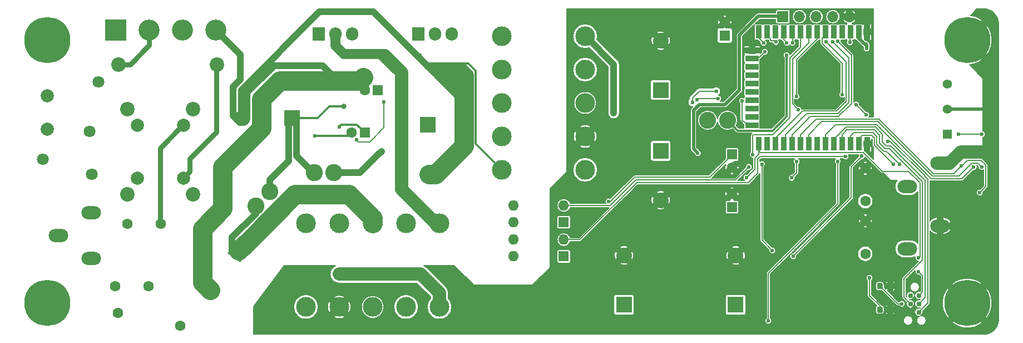
<source format=gbr>
G04 #@! TF.GenerationSoftware,KiCad,Pcbnew,5.1.4+dfsg1-1*
G04 #@! TF.CreationDate,2020-03-15T01:21:55+01:00*
G04 #@! TF.ProjectId,led-multiott,6c65642d-6d75-46c7-9469-6f74742e6b69,rev?*
G04 #@! TF.SameCoordinates,Original*
G04 #@! TF.FileFunction,Copper,L1,Top*
G04 #@! TF.FilePolarity,Positive*
%FSLAX46Y46*%
G04 Gerber Fmt 4.6, Leading zero omitted, Abs format (unit mm)*
G04 Created by KiCad (PCBNEW 5.1.4+dfsg1-1) date 2020-03-15 01:21:55*
%MOMM*%
%LPD*%
G04 APERTURE LIST*
%ADD10C,0.100000*%
%ADD11C,0.875000*%
%ADD12O,1.700000X1.700000*%
%ADD13R,1.700000X1.700000*%
%ADD14C,0.784860*%
%ADD15C,1.600000*%
%ADD16C,1.400000*%
%ADD17R,1.400000X1.400000*%
%ADD18C,2.400000*%
%ADD19C,0.800000*%
%ADD20C,7.000000*%
%ADD21R,1.600000X1.600000*%
%ADD22O,1.905000X2.000000*%
%ADD23R,1.905000X2.000000*%
%ADD24O,3.000000X2.000000*%
%ADD25C,2.600000*%
%ADD26C,2.200000*%
%ADD27O,1.600000X1.600000*%
%ADD28C,2.000000*%
%ADD29R,0.900000X2.000000*%
%ADD30R,2.000000X0.900000*%
%ADD31R,5.000000X5.000000*%
%ADD32C,1.800000*%
%ADD33C,3.000000*%
%ADD34R,2.400000X2.400000*%
%ADD35R,3.200000X3.200000*%
%ADD36C,3.200000*%
%ADD37C,0.600000*%
%ADD38C,0.500000*%
%ADD39C,0.200000*%
%ADD40C,0.300000*%
%ADD41C,1.000000*%
%ADD42C,3.000000*%
%ADD43C,2.000000*%
%ADD44C,0.800000*%
%ADD45C,1.500000*%
%ADD46C,0.150000*%
G04 APERTURE END LIST*
D10*
G36*
X231952691Y-91936052D02*
G01*
X231973926Y-91939202D01*
X231994750Y-91944418D01*
X232014962Y-91951650D01*
X232034368Y-91960829D01*
X232052781Y-91971865D01*
X232070024Y-91984653D01*
X232085930Y-91999069D01*
X232100346Y-92014975D01*
X232113134Y-92032218D01*
X232124170Y-92050631D01*
X232133349Y-92070037D01*
X232140581Y-92090249D01*
X232145797Y-92111073D01*
X232148947Y-92132308D01*
X232150000Y-92153749D01*
X232150000Y-92666249D01*
X232148947Y-92687690D01*
X232145797Y-92708925D01*
X232140581Y-92729749D01*
X232133349Y-92749961D01*
X232124170Y-92769367D01*
X232113134Y-92787780D01*
X232100346Y-92805023D01*
X232085930Y-92820929D01*
X232070024Y-92835345D01*
X232052781Y-92848133D01*
X232034368Y-92859169D01*
X232014962Y-92868348D01*
X231994750Y-92875580D01*
X231973926Y-92880796D01*
X231952691Y-92883946D01*
X231931250Y-92884999D01*
X231493750Y-92884999D01*
X231472309Y-92883946D01*
X231451074Y-92880796D01*
X231430250Y-92875580D01*
X231410038Y-92868348D01*
X231390632Y-92859169D01*
X231372219Y-92848133D01*
X231354976Y-92835345D01*
X231339070Y-92820929D01*
X231324654Y-92805023D01*
X231311866Y-92787780D01*
X231300830Y-92769367D01*
X231291651Y-92749961D01*
X231284419Y-92729749D01*
X231279203Y-92708925D01*
X231276053Y-92687690D01*
X231275000Y-92666249D01*
X231275000Y-92153749D01*
X231276053Y-92132308D01*
X231279203Y-92111073D01*
X231284419Y-92090249D01*
X231291651Y-92070037D01*
X231300830Y-92050631D01*
X231311866Y-92032218D01*
X231324654Y-92014975D01*
X231339070Y-91999069D01*
X231354976Y-91984653D01*
X231372219Y-91971865D01*
X231390632Y-91960829D01*
X231410038Y-91951650D01*
X231430250Y-91944418D01*
X231451074Y-91939202D01*
X231472309Y-91936052D01*
X231493750Y-91934999D01*
X231931250Y-91934999D01*
X231952691Y-91936052D01*
X231952691Y-91936052D01*
G37*
D11*
X231712500Y-92409999D03*
D10*
G36*
X233527691Y-91936052D02*
G01*
X233548926Y-91939202D01*
X233569750Y-91944418D01*
X233589962Y-91951650D01*
X233609368Y-91960829D01*
X233627781Y-91971865D01*
X233645024Y-91984653D01*
X233660930Y-91999069D01*
X233675346Y-92014975D01*
X233688134Y-92032218D01*
X233699170Y-92050631D01*
X233708349Y-92070037D01*
X233715581Y-92090249D01*
X233720797Y-92111073D01*
X233723947Y-92132308D01*
X233725000Y-92153749D01*
X233725000Y-92666249D01*
X233723947Y-92687690D01*
X233720797Y-92708925D01*
X233715581Y-92729749D01*
X233708349Y-92749961D01*
X233699170Y-92769367D01*
X233688134Y-92787780D01*
X233675346Y-92805023D01*
X233660930Y-92820929D01*
X233645024Y-92835345D01*
X233627781Y-92848133D01*
X233609368Y-92859169D01*
X233589962Y-92868348D01*
X233569750Y-92875580D01*
X233548926Y-92880796D01*
X233527691Y-92883946D01*
X233506250Y-92884999D01*
X233068750Y-92884999D01*
X233047309Y-92883946D01*
X233026074Y-92880796D01*
X233005250Y-92875580D01*
X232985038Y-92868348D01*
X232965632Y-92859169D01*
X232947219Y-92848133D01*
X232929976Y-92835345D01*
X232914070Y-92820929D01*
X232899654Y-92805023D01*
X232886866Y-92787780D01*
X232875830Y-92769367D01*
X232866651Y-92749961D01*
X232859419Y-92729749D01*
X232854203Y-92708925D01*
X232851053Y-92687690D01*
X232850000Y-92666249D01*
X232850000Y-92153749D01*
X232851053Y-92132308D01*
X232854203Y-92111073D01*
X232859419Y-92090249D01*
X232866651Y-92070037D01*
X232875830Y-92050631D01*
X232886866Y-92032218D01*
X232899654Y-92014975D01*
X232914070Y-91999069D01*
X232929976Y-91984653D01*
X232947219Y-91971865D01*
X232965632Y-91960829D01*
X232985038Y-91951650D01*
X233005250Y-91944418D01*
X233026074Y-91939202D01*
X233047309Y-91936052D01*
X233068750Y-91934999D01*
X233506250Y-91934999D01*
X233527691Y-91936052D01*
X233527691Y-91936052D01*
G37*
D11*
X233287500Y-92409999D03*
D10*
G36*
X231952691Y-95526053D02*
G01*
X231973926Y-95529203D01*
X231994750Y-95534419D01*
X232014962Y-95541651D01*
X232034368Y-95550830D01*
X232052781Y-95561866D01*
X232070024Y-95574654D01*
X232085930Y-95589070D01*
X232100346Y-95604976D01*
X232113134Y-95622219D01*
X232124170Y-95640632D01*
X232133349Y-95660038D01*
X232140581Y-95680250D01*
X232145797Y-95701074D01*
X232148947Y-95722309D01*
X232150000Y-95743750D01*
X232150000Y-96256250D01*
X232148947Y-96277691D01*
X232145797Y-96298926D01*
X232140581Y-96319750D01*
X232133349Y-96339962D01*
X232124170Y-96359368D01*
X232113134Y-96377781D01*
X232100346Y-96395024D01*
X232085930Y-96410930D01*
X232070024Y-96425346D01*
X232052781Y-96438134D01*
X232034368Y-96449170D01*
X232014962Y-96458349D01*
X231994750Y-96465581D01*
X231973926Y-96470797D01*
X231952691Y-96473947D01*
X231931250Y-96475000D01*
X231493750Y-96475000D01*
X231472309Y-96473947D01*
X231451074Y-96470797D01*
X231430250Y-96465581D01*
X231410038Y-96458349D01*
X231390632Y-96449170D01*
X231372219Y-96438134D01*
X231354976Y-96425346D01*
X231339070Y-96410930D01*
X231324654Y-96395024D01*
X231311866Y-96377781D01*
X231300830Y-96359368D01*
X231291651Y-96339962D01*
X231284419Y-96319750D01*
X231279203Y-96298926D01*
X231276053Y-96277691D01*
X231275000Y-96256250D01*
X231275000Y-95743750D01*
X231276053Y-95722309D01*
X231279203Y-95701074D01*
X231284419Y-95680250D01*
X231291651Y-95660038D01*
X231300830Y-95640632D01*
X231311866Y-95622219D01*
X231324654Y-95604976D01*
X231339070Y-95589070D01*
X231354976Y-95574654D01*
X231372219Y-95561866D01*
X231390632Y-95550830D01*
X231410038Y-95541651D01*
X231430250Y-95534419D01*
X231451074Y-95529203D01*
X231472309Y-95526053D01*
X231493750Y-95525000D01*
X231931250Y-95525000D01*
X231952691Y-95526053D01*
X231952691Y-95526053D01*
G37*
D11*
X231712500Y-96000000D03*
D10*
G36*
X233527691Y-95526053D02*
G01*
X233548926Y-95529203D01*
X233569750Y-95534419D01*
X233589962Y-95541651D01*
X233609368Y-95550830D01*
X233627781Y-95561866D01*
X233645024Y-95574654D01*
X233660930Y-95589070D01*
X233675346Y-95604976D01*
X233688134Y-95622219D01*
X233699170Y-95640632D01*
X233708349Y-95660038D01*
X233715581Y-95680250D01*
X233720797Y-95701074D01*
X233723947Y-95722309D01*
X233725000Y-95743750D01*
X233725000Y-96256250D01*
X233723947Y-96277691D01*
X233720797Y-96298926D01*
X233715581Y-96319750D01*
X233708349Y-96339962D01*
X233699170Y-96359368D01*
X233688134Y-96377781D01*
X233675346Y-96395024D01*
X233660930Y-96410930D01*
X233645024Y-96425346D01*
X233627781Y-96438134D01*
X233609368Y-96449170D01*
X233589962Y-96458349D01*
X233569750Y-96465581D01*
X233548926Y-96470797D01*
X233527691Y-96473947D01*
X233506250Y-96475000D01*
X233068750Y-96475000D01*
X233047309Y-96473947D01*
X233026074Y-96470797D01*
X233005250Y-96465581D01*
X232985038Y-96458349D01*
X232965632Y-96449170D01*
X232947219Y-96438134D01*
X232929976Y-96425346D01*
X232914070Y-96410930D01*
X232899654Y-96395024D01*
X232886866Y-96377781D01*
X232875830Y-96359368D01*
X232866651Y-96339962D01*
X232859419Y-96319750D01*
X232854203Y-96298926D01*
X232851053Y-96277691D01*
X232850000Y-96256250D01*
X232850000Y-95743750D01*
X232851053Y-95722309D01*
X232854203Y-95701074D01*
X232859419Y-95680250D01*
X232866651Y-95660038D01*
X232875830Y-95640632D01*
X232886866Y-95622219D01*
X232899654Y-95604976D01*
X232914070Y-95589070D01*
X232929976Y-95574654D01*
X232947219Y-95561866D01*
X232965632Y-95550830D01*
X232985038Y-95541651D01*
X233005250Y-95534419D01*
X233026074Y-95529203D01*
X233047309Y-95526053D01*
X233068750Y-95525000D01*
X233506250Y-95525000D01*
X233527691Y-95526053D01*
X233527691Y-95526053D01*
G37*
D11*
X233287500Y-96000000D03*
D12*
X227085000Y-51450000D03*
X224545000Y-51450000D03*
X222005000Y-51450000D03*
X219465000Y-51450000D03*
D13*
X216925000Y-51450000D03*
D14*
X237635000Y-96370000D03*
X236365000Y-96370000D03*
X237635000Y-95100000D03*
X236365000Y-95100000D03*
X237635000Y-93830000D03*
X236365000Y-93830000D03*
D15*
X115300000Y-92450000D03*
X117200000Y-82950000D03*
X115750000Y-96500000D03*
X125250000Y-98400000D03*
X120400000Y-92450000D03*
X122300000Y-82950000D03*
D16*
X241975000Y-61690000D03*
X241975000Y-65500000D03*
D17*
X241975000Y-69310000D03*
D18*
X129798177Y-93243640D03*
X134100000Y-87100000D03*
D10*
G36*
X133805309Y-85428726D02*
G01*
X135771274Y-86805309D01*
X134394691Y-88771274D01*
X132428726Y-87394691D01*
X133805309Y-85428726D01*
X133805309Y-85428726D01*
G37*
D19*
X246856155Y-53143845D03*
X245000000Y-52375000D03*
X243143845Y-53143845D03*
X242375000Y-55000000D03*
X243143845Y-56856155D03*
X245000000Y-57625000D03*
X246856155Y-56856155D03*
X247625000Y-55000000D03*
D20*
X245000000Y-55000000D03*
D19*
X246856155Y-93143845D03*
X245000000Y-92375000D03*
X243143845Y-93143845D03*
X242375000Y-95000000D03*
X243143845Y-96856155D03*
X245000000Y-97625000D03*
X246856155Y-96856155D03*
X247625000Y-95000000D03*
D20*
X245000000Y-95000000D03*
D19*
X106856155Y-93143845D03*
X105000000Y-92375000D03*
X103143845Y-93143845D03*
X102375000Y-95000000D03*
X103143845Y-96856155D03*
X105000000Y-97625000D03*
X106856155Y-96856155D03*
X107625000Y-95000000D03*
D20*
X105000000Y-95000000D03*
D19*
X106856155Y-53143845D03*
X105000000Y-52375000D03*
X103143845Y-53143845D03*
X102375000Y-55000000D03*
X103143845Y-56856155D03*
X105000000Y-57625000D03*
X106856155Y-56856155D03*
X107625000Y-55000000D03*
D20*
X105000000Y-55000000D03*
D15*
X151300000Y-69100000D03*
D21*
X153300000Y-69100000D03*
D22*
X166580000Y-54100000D03*
X164040000Y-54100000D03*
D23*
X161500000Y-54100000D03*
D22*
X151380000Y-54100000D03*
X148840000Y-54100000D03*
D23*
X146300000Y-54100000D03*
D24*
X235875000Y-86750000D03*
X240875000Y-83250000D03*
X235875000Y-77250000D03*
X240875000Y-73750000D03*
X111650000Y-81220000D03*
X106650000Y-84720000D03*
X111650000Y-88220000D03*
D25*
X205500000Y-67200000D03*
X208500000Y-67200000D03*
D15*
X209200000Y-78400000D03*
D21*
X209200000Y-80400000D03*
D15*
X209200000Y-74400000D03*
D21*
X209200000Y-72400000D03*
D15*
X208100000Y-52300000D03*
D21*
X208100000Y-54300000D03*
D26*
X130800000Y-58700000D03*
X115800000Y-58700000D03*
D15*
X229500000Y-82500000D03*
X229500000Y-87500000D03*
X229500000Y-74500000D03*
X229500000Y-79500000D03*
D27*
X175980000Y-87900000D03*
X183600000Y-85360000D03*
X175980000Y-85360000D03*
D21*
X183600000Y-87900000D03*
D27*
X175980000Y-82700000D03*
X183600000Y-80160000D03*
X175980000Y-80160000D03*
D21*
X183600000Y-82700000D03*
D28*
X104990000Y-68580000D03*
X105000000Y-63500000D03*
D29*
X229755000Y-70775000D03*
X228485000Y-70775000D03*
X227215000Y-70775000D03*
X225945000Y-70775000D03*
X224675000Y-70775000D03*
X223405000Y-70775000D03*
X222135000Y-70775000D03*
X220865000Y-70775000D03*
X219595000Y-70775000D03*
X218325000Y-70775000D03*
X217055000Y-70775000D03*
X215785000Y-70775000D03*
X214515000Y-70775000D03*
X213245000Y-70775000D03*
D30*
X212245000Y-67990000D03*
X212245000Y-66720000D03*
X212245000Y-65450000D03*
X212245000Y-64180000D03*
X212245000Y-62910000D03*
X212245000Y-61640000D03*
X212245000Y-60370000D03*
X212245000Y-59100000D03*
X212245000Y-57830000D03*
X212245000Y-56560000D03*
D29*
X213245000Y-53775000D03*
X214515000Y-53775000D03*
X215785000Y-53775000D03*
X217055000Y-53775000D03*
X218325000Y-53775000D03*
X219595000Y-53775000D03*
X220865000Y-53775000D03*
X222135000Y-53775000D03*
X223405000Y-53775000D03*
X224675000Y-53775000D03*
X225945000Y-53775000D03*
X227215000Y-53775000D03*
X228485000Y-53775000D03*
X229755000Y-53775000D03*
D31*
X222255000Y-61275000D03*
D32*
X112800000Y-61400000D03*
X111400000Y-68900000D03*
X104300000Y-73140000D03*
X111800000Y-75440000D03*
D25*
X138821320Y-78078680D03*
X136700000Y-80200000D03*
D26*
X117200000Y-65500000D03*
X127200000Y-65500000D03*
X127200000Y-78500000D03*
X117200000Y-78500000D03*
D28*
X118700000Y-68000000D03*
X125700000Y-68000000D03*
X125700000Y-76000000D03*
X118700000Y-76000000D03*
D25*
X145600000Y-75200000D03*
X148600000Y-75200000D03*
D33*
X164670000Y-95590000D03*
X154510000Y-95590000D03*
X159590000Y-95590000D03*
X149430000Y-95590000D03*
X144350000Y-95590000D03*
X144350000Y-82890000D03*
X149430000Y-82890000D03*
X164670000Y-82890000D03*
X159590000Y-82890000D03*
X154510000Y-82890000D03*
D18*
X209750000Y-87750000D03*
D34*
X209750000Y-95250000D03*
D18*
X192750000Y-87750000D03*
D34*
X192750000Y-95250000D03*
D15*
X153300000Y-62600000D03*
D21*
X155300000Y-62600000D03*
D18*
X198350000Y-79350000D03*
D34*
X198350000Y-71850000D03*
D18*
X198350000Y-55100000D03*
D34*
X198350000Y-62600000D03*
D33*
X186850000Y-54420000D03*
X186850000Y-64580000D03*
X186850000Y-59500000D03*
X186850000Y-69660000D03*
X186850000Y-74740000D03*
X174150000Y-74740000D03*
X174150000Y-69660000D03*
X174150000Y-54420000D03*
X174150000Y-59500000D03*
X174150000Y-64580000D03*
D35*
X115420000Y-53500000D03*
D36*
X120500000Y-53500000D03*
X125580000Y-53500000D03*
X130660000Y-53500000D03*
D18*
X162900000Y-75400000D03*
D34*
X162900000Y-67900000D03*
D18*
X134700000Y-66900000D03*
D34*
X142200000Y-66900000D03*
D37*
X149450000Y-90100000D03*
X148950000Y-90100000D03*
X149450000Y-91100000D03*
X148950000Y-91100000D03*
X219700000Y-64900000D03*
X211300000Y-70800000D03*
X216800000Y-63400000D03*
X204500000Y-60250000D03*
X203500000Y-60250000D03*
X204000000Y-61000000D03*
X203000000Y-61000000D03*
X205000000Y-61000000D03*
X205000000Y-59500000D03*
X204000000Y-59500000D03*
X203000000Y-59500000D03*
X220500000Y-63000000D03*
X224500000Y-63000000D03*
X223500000Y-63000000D03*
X222500000Y-63000000D03*
X224000000Y-62000000D03*
X229650000Y-55650000D03*
X204000000Y-72200000D03*
X229699994Y-56300000D03*
X190450000Y-79550000D03*
X217500000Y-57300000D03*
D19*
X150100000Y-65100000D03*
D37*
X152100000Y-60000000D03*
X153000000Y-59500000D03*
X153900000Y-60000000D03*
X151500000Y-60000000D03*
X152700000Y-60000000D03*
X153300000Y-60000000D03*
X166000000Y-60000000D03*
X166000000Y-59400000D03*
X167500000Y-58900000D03*
X164500000Y-58900000D03*
X166900000Y-58900000D03*
X166300000Y-58900000D03*
X165700000Y-58900000D03*
X165100000Y-58900000D03*
X161687900Y-57269246D03*
X145700000Y-69600000D03*
X237575725Y-88125745D03*
X237600000Y-90200000D03*
X211400000Y-75900000D03*
X227150000Y-55350000D03*
X232950000Y-70400000D03*
X210744998Y-64250000D03*
X214200000Y-56800000D03*
X214000000Y-55450000D03*
X215865000Y-55300000D03*
X221500000Y-63000000D03*
X223000000Y-62000000D03*
X222000000Y-62000000D03*
X221000000Y-62000000D03*
X224500000Y-61000000D03*
X223500000Y-61000000D03*
X222500000Y-61000000D03*
X221500000Y-61000000D03*
X220500000Y-61000000D03*
X221000000Y-60000000D03*
X222000000Y-60000000D03*
X223000000Y-60000000D03*
X224000000Y-60000000D03*
X224500000Y-59000000D03*
X223500000Y-59000000D03*
X222500000Y-59000000D03*
X221500000Y-59000000D03*
X220500000Y-59000000D03*
X215300000Y-56400000D03*
X216700000Y-56000000D03*
X215100000Y-61400000D03*
X215900000Y-60500000D03*
X222000000Y-57800000D03*
X222100000Y-56100000D03*
X229600000Y-58000000D03*
X230000000Y-63400000D03*
X228200000Y-61200000D03*
X211700000Y-54900000D03*
X207000000Y-68600000D03*
X207300000Y-70500000D03*
X204300000Y-68700000D03*
X202200000Y-71700000D03*
X197900000Y-75100000D03*
X200200000Y-67600000D03*
X202100000Y-67600000D03*
X200700000Y-63000000D03*
X197300000Y-58100000D03*
X200900000Y-55900000D03*
X207600000Y-58700000D03*
X206100000Y-55900000D03*
X191600000Y-56600000D03*
X192700000Y-63300000D03*
X191200000Y-72600000D03*
X194200000Y-70000000D03*
X196300000Y-69400000D03*
X194100000Y-72900000D03*
X194000000Y-83700000D03*
X191200000Y-77700000D03*
X185500000Y-78800000D03*
X187200000Y-82900000D03*
X185000000Y-84100000D03*
X191200000Y-81700000D03*
X185600000Y-89300000D03*
X174700000Y-93100000D03*
X185100000Y-93200000D03*
X196700000Y-92700000D03*
X208600000Y-91300000D03*
X212000000Y-87600000D03*
X215500000Y-88200000D03*
X216100000Y-92000000D03*
X212900000Y-97000000D03*
X218600000Y-99000000D03*
X223500000Y-97800000D03*
X229600000Y-95900000D03*
X227900000Y-92400000D03*
X234900000Y-89200000D03*
X234500000Y-93600000D03*
X234500000Y-97600000D03*
X240200000Y-90700000D03*
X241400000Y-86100000D03*
X240700000Y-79100000D03*
X240200000Y-77300000D03*
X244300000Y-78300000D03*
X246300000Y-79000000D03*
X248200000Y-78400000D03*
X248700000Y-64800000D03*
X236300000Y-79500000D03*
X232400000Y-79700000D03*
X236200000Y-83600000D03*
X236900000Y-85100000D03*
X227900000Y-86100000D03*
X222800000Y-86200000D03*
X228700000Y-77000000D03*
X231600000Y-75500000D03*
X215400000Y-81300000D03*
X217200000Y-76700000D03*
X220300000Y-83000000D03*
X215100000Y-74700000D03*
X211500000Y-77500000D03*
X211600000Y-79700000D03*
X215400000Y-83300000D03*
X212700000Y-83300000D03*
X226700000Y-77500000D03*
X226600000Y-74800000D03*
X222700000Y-74900000D03*
X226100000Y-73400000D03*
X228100000Y-72700000D03*
X230500000Y-72500000D03*
X149400000Y-68200000D03*
X152045509Y-70165014D03*
X156250034Y-64400000D03*
X191200000Y-65600000D03*
X191200000Y-66100000D03*
X148700000Y-90600000D03*
X149700000Y-90600000D03*
X149200000Y-90600000D03*
X215350000Y-87000000D03*
X213750000Y-73850000D03*
X212338949Y-72410573D03*
X214750000Y-97700000D03*
X225275000Y-73425000D03*
X219300000Y-65600000D03*
X207100000Y-63900000D03*
X203850000Y-64050000D03*
X203159192Y-64453470D03*
X206800000Y-62800000D03*
X211769619Y-74280381D03*
X226500000Y-72700000D03*
X234713235Y-73900000D03*
X219050000Y-73475000D03*
X218275979Y-75961959D03*
X219000021Y-63575000D03*
X233750735Y-73900000D03*
X218500000Y-87900000D03*
X228100002Y-64800000D03*
X225999980Y-63300000D03*
X229649204Y-66354757D03*
X228972168Y-72650000D03*
D19*
X155400000Y-72400000D03*
X155900000Y-71900000D03*
D37*
X243650000Y-69300000D03*
X247250000Y-69300000D03*
X218400000Y-55450000D03*
X217550000Y-55450000D03*
X244100000Y-74150000D03*
X246900000Y-78199996D03*
X245999988Y-74292635D03*
X247199990Y-74300000D03*
X225300000Y-55200000D03*
X224500000Y-55225022D03*
X223550000Y-55225012D03*
X230150000Y-91150000D03*
X235050000Y-95100000D03*
D38*
X229600000Y-55600000D02*
X229650000Y-55650000D01*
X213209998Y-51375000D02*
X216875000Y-51375000D01*
X210350000Y-62600000D02*
X210350000Y-54234998D01*
X210350000Y-54234998D02*
X213209998Y-51375000D01*
X203350000Y-71550000D02*
X203350000Y-65700000D01*
X204000000Y-72200000D02*
X203350000Y-71550000D01*
X216875000Y-51375000D02*
X216925000Y-51425000D01*
X203350000Y-65700000D02*
X204250000Y-64800000D01*
X204250000Y-64800000D02*
X208150000Y-64800000D01*
X208150000Y-64800000D02*
X210350000Y-62600000D01*
X229699994Y-55699994D02*
X229699994Y-55875736D01*
X229699994Y-55875736D02*
X229699994Y-56300000D01*
X229600000Y-55600000D02*
X229699994Y-55699994D01*
X229600000Y-55600000D02*
X229400000Y-55600000D01*
X228450000Y-54650000D02*
X228450000Y-54150000D01*
X229400000Y-55600000D02*
X228450000Y-54650000D01*
D39*
X205800000Y-75850000D02*
X208750000Y-72900000D01*
X194400000Y-75850000D02*
X205800000Y-75850000D01*
X190450000Y-79550000D02*
X190700000Y-79550000D01*
X208750000Y-72900000D02*
X208750000Y-72650000D01*
X190700000Y-79550000D02*
X194400000Y-75850000D01*
D40*
X210090001Y-68790001D02*
X210964999Y-68790001D01*
X208500000Y-67200000D02*
X210090001Y-68790001D01*
X213525001Y-68790001D02*
X213535000Y-68800000D01*
X210964999Y-68790001D02*
X213525001Y-68790001D01*
X213535000Y-68800000D02*
X215363590Y-68800000D01*
X215363590Y-68800000D02*
X217549990Y-66613600D01*
X217549990Y-66613600D02*
X217549990Y-57800000D01*
X217549990Y-57800000D02*
X217549990Y-57350010D01*
X217549990Y-57350010D02*
X217600000Y-57300000D01*
D41*
X115420000Y-53500000D02*
X115420000Y-53700000D01*
X142900000Y-72600000D02*
X145600000Y-75300000D01*
X142200000Y-66900000D02*
X142900000Y-67600000D01*
X142900000Y-67600000D02*
X142900000Y-72600000D01*
X141700000Y-67800000D02*
X142300000Y-67200000D01*
X141700000Y-73361523D02*
X141700000Y-67800000D01*
X138821320Y-78078680D02*
X138821320Y-76240203D01*
X138821320Y-76240203D02*
X141700000Y-73361523D01*
D40*
X146100000Y-66900000D02*
X142200000Y-66900000D01*
X150100000Y-65100000D02*
X147900000Y-65100000D01*
X147900000Y-65100000D02*
X146100000Y-66900000D01*
D42*
X164106602Y-75400000D02*
X168400000Y-71106602D01*
X163100000Y-75400000D02*
X164106602Y-75400000D01*
X165806602Y-59900000D02*
X165200000Y-59900000D01*
X168400000Y-71106602D02*
X168400000Y-61793398D01*
X168400000Y-62493398D02*
X165806602Y-59900000D01*
X165200000Y-59900000D02*
X166800000Y-59900000D01*
D43*
X166000000Y-59400000D02*
X166424264Y-59400000D01*
X166424264Y-59400000D02*
X168000000Y-59400000D01*
X168000000Y-59400000D02*
X168900000Y-60300000D01*
X168900000Y-60300000D02*
X168900000Y-62200000D01*
X166000000Y-59400000D02*
X165400000Y-59400000D01*
X165400000Y-59400000D02*
X164700000Y-60100000D01*
X164700000Y-60100000D02*
X168000000Y-63400000D01*
D42*
X137600000Y-64000000D02*
X140400000Y-61200000D01*
X137600000Y-68400000D02*
X137600000Y-64000000D01*
X131700000Y-74300000D02*
X137600000Y-68400000D01*
X152600000Y-61200000D02*
X153100000Y-60700000D01*
X140400000Y-61200000D02*
X152600000Y-61200000D01*
X131700000Y-80600000D02*
X131700000Y-74300000D01*
X128598178Y-91843641D02*
X128598178Y-85901822D01*
X129798177Y-93043640D02*
X128598178Y-91843641D01*
X128600000Y-83700000D02*
X131700000Y-80600000D01*
X128598178Y-85901822D02*
X128600000Y-85900000D01*
X128600000Y-85900000D02*
X128600000Y-83700000D01*
D41*
X146900000Y-58900000D02*
X148800000Y-60800000D01*
X139500000Y-58900000D02*
X146900000Y-58900000D01*
X134900000Y-67100000D02*
X135000000Y-67100000D01*
X134700000Y-66900000D02*
X134900000Y-67100000D01*
X135000000Y-67100000D02*
X135400000Y-66700000D01*
X135400000Y-63000000D02*
X139500000Y-58900000D01*
X135400000Y-66700000D02*
X135400000Y-63000000D01*
X133300000Y-66500000D02*
X134300000Y-67500000D01*
X133300000Y-62100000D02*
X133300000Y-66500000D01*
X134400000Y-61000000D02*
X133300000Y-62100000D01*
X130660000Y-53500000D02*
X134400000Y-57240000D01*
X134400000Y-57240000D02*
X134400000Y-61000000D01*
D40*
X174150000Y-74740000D02*
X170200000Y-70790000D01*
X170200000Y-70790000D02*
X170200000Y-59700000D01*
X170200000Y-59700000D02*
X169100000Y-58600000D01*
X169100000Y-58600000D02*
X166600000Y-58600000D01*
X145700000Y-69600000D02*
X150800000Y-69600000D01*
X150800000Y-69600000D02*
X151300000Y-69100000D01*
D41*
X164000000Y-60100000D02*
X164200000Y-60100000D01*
X134500000Y-66700000D02*
X134500000Y-62600000D01*
X154625010Y-50725010D02*
X164000000Y-60100000D01*
X134700000Y-66900000D02*
X134500000Y-66700000D01*
X134500000Y-62600000D02*
X146374990Y-50725010D01*
X146374990Y-50725010D02*
X154625010Y-50725010D01*
X162900000Y-58900000D02*
X162800000Y-59000000D01*
X167500000Y-58900000D02*
X162900000Y-58900000D01*
D39*
X237600000Y-90200000D02*
X238199980Y-90799980D01*
X238199980Y-90799980D02*
X238199980Y-93300020D01*
X238199980Y-93300020D02*
X237650000Y-93850000D01*
X213300000Y-72325000D02*
X213300000Y-71850000D01*
X211400000Y-75900000D02*
X212650000Y-74650000D01*
X212650000Y-74650000D02*
X212650000Y-72975000D01*
X212650000Y-72975000D02*
X213300000Y-72325000D01*
X237700000Y-88001470D02*
X237575725Y-88125745D01*
X213245000Y-71800000D02*
X213545000Y-72100000D01*
X213545000Y-72100000D02*
X229200000Y-72100000D01*
X213245000Y-70600000D02*
X213245000Y-71800000D01*
X229200000Y-72100000D02*
X232050000Y-74950000D01*
X232050000Y-74950000D02*
X236059302Y-74950000D01*
X236059302Y-74950000D02*
X237799969Y-76690667D01*
X237799969Y-76690667D02*
X237799969Y-87925031D01*
X237799969Y-87925031D02*
X237600000Y-88125000D01*
X227150000Y-55350000D02*
X227150000Y-53650000D01*
X238475000Y-75625000D02*
X239000000Y-76150000D01*
X239000000Y-95000000D02*
X237650000Y-96350000D01*
X239000000Y-76150000D02*
X239000000Y-95000000D01*
X233250000Y-70400000D02*
X232900000Y-70400000D01*
X238550000Y-75700000D02*
X233250000Y-70400000D01*
X211225000Y-67650000D02*
X211400000Y-67650000D01*
X210744998Y-64250000D02*
X210744998Y-67169998D01*
X210744998Y-67169998D02*
X211225000Y-67650000D01*
X213900001Y-57099999D02*
X214200000Y-56800000D01*
X213400000Y-57600000D02*
X213900001Y-57099999D01*
X212700000Y-57600000D02*
X213400000Y-57600000D01*
X214000000Y-55450000D02*
X213250000Y-54700000D01*
X213250000Y-54700000D02*
X213250000Y-53900000D01*
X215084999Y-54975001D02*
X215084999Y-54834999D01*
X215665000Y-55100000D02*
X215100000Y-55100000D01*
X215865000Y-55300000D02*
X215665000Y-55100000D01*
X215100000Y-55100000D02*
X215100000Y-54990002D01*
X215084999Y-54834999D02*
X214550000Y-54300000D01*
X215100000Y-54990002D02*
X215084999Y-54975001D01*
D38*
X241975000Y-65500000D02*
X249000000Y-65500000D01*
D43*
X240875000Y-73750000D02*
X240925000Y-73700000D01*
X240925000Y-73700000D02*
X242300000Y-73700000D01*
X244007386Y-71992614D02*
X244468895Y-71992614D01*
X242300000Y-73700000D02*
X244007386Y-71992614D01*
X244468895Y-71992614D02*
X247900000Y-71992614D01*
D38*
X220500000Y-59000000D02*
X220200000Y-58700000D01*
X220200000Y-58700000D02*
X219800000Y-58700000D01*
X219800000Y-58700000D02*
X219600000Y-58900000D01*
X219700022Y-63238999D02*
X219700022Y-63899978D01*
X219600000Y-58900000D02*
X219600000Y-63138977D01*
X219600000Y-63138977D02*
X219700022Y-63238999D01*
X219700022Y-63899978D02*
X219700044Y-63900000D01*
X219700044Y-63900000D02*
X224800000Y-63900000D01*
X224800000Y-63900000D02*
X224800000Y-58800000D01*
X224800000Y-58800000D02*
X224700000Y-58800000D01*
X224700000Y-58800000D02*
X224600000Y-58700000D01*
X224600000Y-58700000D02*
X220500000Y-58700000D01*
D40*
X152100001Y-67900001D02*
X149699999Y-67900001D01*
X149699999Y-67900001D02*
X149400000Y-68200000D01*
X152700000Y-68500000D02*
X152100001Y-67900001D01*
D39*
X152345508Y-70465013D02*
X154074989Y-70465013D01*
X156250034Y-68289968D02*
X156250034Y-64824264D01*
X152045509Y-70165014D02*
X152345508Y-70465013D01*
X154074989Y-70465013D02*
X156250034Y-68289968D01*
X156250034Y-64824264D02*
X156250034Y-64400000D01*
D41*
X191200000Y-65600000D02*
X191200000Y-65175736D01*
X191200000Y-65175736D02*
X191200000Y-58700000D01*
X191200000Y-58700000D02*
X187000000Y-54500000D01*
X191200000Y-65600000D02*
X191200000Y-66100000D01*
D43*
X164670000Y-93468680D02*
X161801320Y-90600000D01*
X164670000Y-95590000D02*
X164670000Y-93468680D01*
X161801320Y-90600000D02*
X149400000Y-90600000D01*
D39*
X215350000Y-87000000D02*
X213750000Y-85400000D01*
X213750000Y-85400000D02*
X213750000Y-74274264D01*
X213750000Y-74274264D02*
X213750000Y-73850000D01*
X212350000Y-72234301D02*
X212342150Y-72242151D01*
X212350000Y-72234301D02*
X212350000Y-72300000D01*
X212350000Y-72300000D02*
X212325000Y-72325000D01*
X212350000Y-69504998D02*
X212350000Y-72234301D01*
X219595000Y-56105000D02*
X218000000Y-57700000D01*
X219595000Y-53600000D02*
X219595000Y-56105000D01*
X218000000Y-57700000D02*
X218000000Y-66800000D01*
X218000000Y-66800000D02*
X215400000Y-69400000D01*
X212454998Y-69400000D02*
X212350000Y-69504998D01*
X215400000Y-69400000D02*
X212454998Y-69400000D01*
X225275000Y-79925000D02*
X225275000Y-73849264D01*
X225275000Y-73849264D02*
X225275000Y-73425000D01*
X214750000Y-90450000D02*
X225275000Y-79925000D01*
X214750000Y-97700000D02*
X214750000Y-90450000D01*
X219000001Y-65300001D02*
X219300000Y-65600000D01*
X220875000Y-53650000D02*
X220875000Y-55390700D01*
X218400011Y-57865689D02*
X218400011Y-64700011D01*
X218400011Y-64700011D02*
X219000001Y-65300001D01*
X220875000Y-55390700D02*
X218400011Y-57865689D01*
X207100000Y-63900000D02*
X204000000Y-63900000D01*
X204000000Y-63900000D02*
X203850000Y-64050000D01*
X204211998Y-62800000D02*
X206800000Y-62800000D01*
X203159192Y-64453470D02*
X203159192Y-63852806D01*
X203159192Y-63852806D02*
X204211998Y-62800000D01*
X211769619Y-74280381D02*
X211469620Y-74580380D01*
X211469620Y-74580380D02*
X209750000Y-76300000D01*
X209750000Y-76300000D02*
X194550000Y-76300000D01*
X194550000Y-76300000D02*
X190700000Y-80150000D01*
X190700000Y-80150000D02*
X183650000Y-80150000D01*
X183600000Y-85360000D02*
X186055698Y-85360000D01*
X213490700Y-72700000D02*
X226075736Y-72700000D01*
X194715688Y-76700010D02*
X211649990Y-76700010D01*
X211649990Y-76700010D02*
X213100000Y-75250000D01*
X213100000Y-75250000D02*
X213100000Y-73090700D01*
X213100000Y-73090700D02*
X213490700Y-72700000D01*
X186055698Y-85360000D02*
X194715688Y-76700010D01*
X226075736Y-72700000D02*
X226500000Y-72700000D01*
X234650000Y-73836765D02*
X234636765Y-73836765D01*
X234713235Y-73900000D02*
X234650000Y-73836765D01*
X234636765Y-73836765D02*
X233050000Y-72250000D01*
X227715011Y-69074989D02*
X228899310Y-69074989D01*
X227215000Y-70775000D02*
X227215000Y-69575000D01*
X227215000Y-69575000D02*
X227715011Y-69074989D01*
X228899310Y-69074989D02*
X230409291Y-69074989D01*
X230674989Y-69074989D02*
X231249990Y-69649990D01*
X230409291Y-69074989D02*
X230674989Y-69074989D01*
X231249990Y-70815689D02*
X231600000Y-71165699D01*
X231249990Y-69649990D02*
X231249990Y-70815689D01*
X232334300Y-71899998D02*
X232699998Y-71899998D01*
X231600000Y-71165699D02*
X232334300Y-71899998D01*
X232699998Y-71899998D02*
X233050000Y-72250000D01*
X219050000Y-73475000D02*
X219050000Y-75187938D01*
X219050000Y-75187938D02*
X218275979Y-75961959D01*
X222125000Y-54850000D02*
X219000021Y-57974979D01*
X222125000Y-54050000D02*
X222125000Y-54850000D01*
X219000021Y-57974979D02*
X219000021Y-63150736D01*
X219000021Y-63150736D02*
X219000021Y-63575000D01*
X232168611Y-72317876D02*
X233750735Y-73900000D01*
X231084302Y-71215699D02*
X232168611Y-72300008D01*
X230650000Y-69750000D02*
X230849980Y-69949980D01*
X230650000Y-69679998D02*
X230650000Y-69750000D01*
X229064999Y-69474999D02*
X230445001Y-69474999D01*
X228485000Y-70775000D02*
X228485000Y-70054998D01*
X230849980Y-69949980D02*
X230849980Y-70981378D01*
X232168611Y-72300008D02*
X232168611Y-72317876D01*
X230849980Y-70981378D02*
X231084302Y-71215699D01*
X228485000Y-70054998D02*
X229064999Y-69474999D01*
X230445001Y-69474999D02*
X230650000Y-69679998D01*
X228100002Y-64800000D02*
X229649204Y-66349202D01*
X229649204Y-66349202D02*
X229649204Y-66354757D01*
X227350000Y-74272168D02*
X228672169Y-72949999D01*
X227350000Y-79000000D02*
X227350000Y-74272168D01*
X218500000Y-87850000D02*
X227350000Y-79000000D01*
X228672169Y-72949999D02*
X228972168Y-72650000D01*
X225999980Y-58538996D02*
X222949998Y-55489014D01*
X225999980Y-63300000D02*
X225999980Y-58538996D01*
X222949998Y-55489014D02*
X222949999Y-54700001D01*
X222949999Y-54700001D02*
X223525000Y-54125000D01*
D41*
X148600000Y-75200000D02*
X152600000Y-75200000D01*
X152600000Y-75200000D02*
X155400000Y-72400000D01*
X155400000Y-72400000D02*
X155900000Y-71900000D01*
D44*
X130700000Y-58800000D02*
X130800000Y-58700000D01*
X126699999Y-73000001D02*
X130700000Y-69000000D01*
X130700000Y-69000000D02*
X130700000Y-58800000D01*
X125700000Y-76000000D02*
X126699999Y-75000001D01*
X126699999Y-75000001D02*
X126699999Y-73000001D01*
X120500000Y-55762741D02*
X117562741Y-58700000D01*
X120500000Y-53500000D02*
X120500000Y-55762741D01*
X117562741Y-58700000D02*
X115700000Y-58700000D01*
X122200000Y-71400000D02*
X125600000Y-68000000D01*
X122400000Y-83000000D02*
X122200000Y-82800000D01*
X122200000Y-82800000D02*
X122200000Y-71400000D01*
D42*
X150184001Y-78500001D02*
X142671555Y-78500001D01*
X142671555Y-78500001D02*
X135800000Y-85371556D01*
X135800000Y-85371556D02*
X134135778Y-87035778D01*
X150870000Y-78500000D02*
X149800000Y-78500000D01*
X154490000Y-82900000D02*
X154490000Y-82120000D01*
X154490000Y-82120000D02*
X150870000Y-78500000D01*
D41*
X133100000Y-85000000D02*
X133100000Y-87200000D01*
X136700000Y-80200000D02*
X136700000Y-81400000D01*
X136700000Y-81400000D02*
X133100000Y-85000000D01*
D45*
X148840000Y-54100000D02*
X148840000Y-55840000D01*
X148840000Y-55840000D02*
X149000000Y-56000000D01*
X156400000Y-57100000D02*
X156500000Y-57200000D01*
X148900000Y-55900000D02*
X150100000Y-57100000D01*
X155200000Y-57100000D02*
X155700000Y-57100000D01*
X155200000Y-57100000D02*
X156400000Y-57100000D01*
X150100000Y-57100000D02*
X155200000Y-57100000D01*
X155700000Y-57100000D02*
X156400000Y-57800000D01*
X156400000Y-57800000D02*
X158800000Y-60200000D01*
X158800000Y-60200000D02*
X158800000Y-60500000D01*
D43*
X164700000Y-82900000D02*
X164100000Y-82900000D01*
X158900000Y-77700000D02*
X158900000Y-59900000D01*
X164100000Y-82900000D02*
X158900000Y-77700000D01*
X158900000Y-59900000D02*
X156400000Y-57400000D01*
D39*
X243650000Y-69300000D02*
X247250000Y-69300000D01*
X218400000Y-55450000D02*
X218400000Y-53950000D01*
X217550000Y-55450000D02*
X217050000Y-54950000D01*
X217050000Y-54950000D02*
X217050000Y-53850000D01*
X219595000Y-69400000D02*
X221995000Y-67000000D01*
X231575000Y-67000000D02*
X239874980Y-75299980D01*
X239874980Y-75299980D02*
X242950020Y-75299980D01*
X242950020Y-75299980D02*
X244100000Y-74150000D01*
X219595000Y-70600000D02*
X219595000Y-69400000D01*
X221995000Y-67000000D02*
X231575000Y-67000000D01*
X247800000Y-77299996D02*
X247199999Y-77899997D01*
X247800000Y-74000000D02*
X247800000Y-77299996D01*
X245007376Y-73292624D02*
X247092624Y-73292624D01*
X244150000Y-74150000D02*
X245007376Y-73292624D01*
X247199999Y-77899997D02*
X246900000Y-78199996D01*
X247092624Y-73292624D02*
X247800000Y-74000000D01*
X224955022Y-67849978D02*
X231265678Y-67849978D01*
X223405000Y-70600000D02*
X223405000Y-69400000D01*
X245699989Y-74592634D02*
X245999988Y-74292635D01*
X239515701Y-76100001D02*
X244192622Y-76100001D01*
X231265678Y-67849978D02*
X239515701Y-76100001D01*
X223405000Y-69400000D02*
X224955022Y-67849978D01*
X244192622Y-76100001D02*
X245699989Y-74592634D01*
X239699990Y-75699990D02*
X243715264Y-75699990D01*
X243715264Y-75699990D02*
X245722620Y-73692634D01*
X222865000Y-67400000D02*
X231400000Y-67400000D01*
X220865000Y-70600000D02*
X220865000Y-69400000D01*
X245722620Y-73692634D02*
X246592624Y-73692634D01*
X220865000Y-69400000D02*
X222865000Y-67400000D01*
X246592624Y-73692634D02*
X246899991Y-74000001D01*
X246899991Y-74000001D02*
X247199990Y-74300000D01*
X231400000Y-67400000D02*
X239699990Y-75699990D01*
X238599990Y-76324990D02*
X238599990Y-94150010D01*
X232810680Y-71099978D02*
X233374978Y-71099978D01*
X233374978Y-71099978D02*
X238599990Y-76324990D01*
X238599990Y-94150010D02*
X237650000Y-95100000D01*
X226529311Y-68249989D02*
X231015689Y-68249989D01*
X231015689Y-68249989D02*
X232100000Y-69334300D01*
X232699979Y-71099979D02*
X232815689Y-71099979D01*
X232100000Y-69334300D02*
X232100000Y-70500000D01*
X232100000Y-70500000D02*
X232699979Y-71099979D01*
X232815689Y-71099979D02*
X232900000Y-71099979D01*
X224675000Y-70104300D02*
X226529311Y-68249989D01*
X224675000Y-70600000D02*
X224675000Y-70104300D01*
X233174989Y-71499989D02*
X238199979Y-76524979D01*
X235400000Y-94100000D02*
X236400000Y-95100000D01*
X232644991Y-71499989D02*
X233174989Y-71499989D01*
X238199979Y-88450021D02*
X235400000Y-91250000D01*
X235400000Y-91250000D02*
X235400000Y-94100000D01*
X238199979Y-76524979D02*
X238199979Y-88450021D01*
X232499990Y-71499990D02*
X232650000Y-71499990D01*
X231650000Y-70650000D02*
X232499990Y-71499990D01*
X231650000Y-69450000D02*
X231650000Y-70650000D01*
X225945000Y-69400000D02*
X226695000Y-68650000D01*
X230850000Y-68650000D02*
X231650000Y-69450000D01*
X225945000Y-70600000D02*
X225945000Y-69400000D01*
X226695000Y-68650000D02*
X230850000Y-68650000D01*
X227400000Y-64625000D02*
X227400000Y-57300000D01*
X225599999Y-55499999D02*
X225300000Y-55200000D01*
X218325000Y-70600000D02*
X218325000Y-69400000D01*
X221125000Y-66600000D02*
X225425000Y-66600000D01*
X227400000Y-57300000D02*
X225599999Y-55499999D01*
X225425000Y-66600000D02*
X227400000Y-64625000D01*
X218325000Y-69400000D02*
X221125000Y-66600000D01*
X220550008Y-66199992D02*
X225259294Y-66199992D01*
X225259294Y-66199992D02*
X225259302Y-66200000D01*
X226999990Y-64459312D02*
X226999990Y-57725012D01*
X226999990Y-57725012D02*
X224500000Y-55225022D01*
X225259302Y-66200000D02*
X226999990Y-64459312D01*
X217325000Y-70050000D02*
X217325000Y-69425000D01*
X217325000Y-69425000D02*
X220550008Y-66199992D01*
X225093622Y-65799982D02*
X226599980Y-64293624D01*
X223550000Y-55275028D02*
X223550000Y-55225012D01*
X226599980Y-64293624D02*
X226599980Y-58325008D01*
X215785000Y-69940000D02*
X215798012Y-69940000D01*
X215785000Y-70600000D02*
X215785000Y-69940000D01*
X215798012Y-69940000D02*
X219938030Y-65799982D01*
X219938030Y-65799982D02*
X225093622Y-65799982D01*
X226599980Y-58325008D02*
X223550000Y-55275028D01*
X231712500Y-95425000D02*
X230150000Y-93862500D01*
X231712500Y-96000000D02*
X231712500Y-95425000D01*
X230150000Y-93862500D02*
X230150000Y-91150000D01*
X231712500Y-92409999D02*
X234402501Y-95100000D01*
X234402501Y-95100000D02*
X235050000Y-95100000D01*
D46*
G36*
X230725000Y-66675000D02*
G01*
X230066637Y-66675000D01*
X230114453Y-66603438D01*
X230154028Y-66507894D01*
X230174204Y-66406465D01*
X230174204Y-66303049D01*
X230154028Y-66201620D01*
X230114453Y-66106076D01*
X230056998Y-66020089D01*
X229983872Y-65946963D01*
X229897885Y-65889508D01*
X229802341Y-65849933D01*
X229700912Y-65829757D01*
X229597496Y-65829757D01*
X229590725Y-65831104D01*
X228622733Y-64863113D01*
X228625002Y-64851708D01*
X228625002Y-64748292D01*
X228604826Y-64646863D01*
X228565251Y-64551319D01*
X228507796Y-64465332D01*
X228434670Y-64392206D01*
X228348683Y-64334751D01*
X228253139Y-64295176D01*
X228151710Y-64275000D01*
X228048294Y-64275000D01*
X227946865Y-64295176D01*
X227851321Y-64334751D01*
X227765334Y-64392206D01*
X227725000Y-64432540D01*
X227725000Y-57315953D01*
X227726571Y-57300000D01*
X227725000Y-57284047D01*
X227725000Y-57284039D01*
X227720297Y-57236289D01*
X227701713Y-57175026D01*
X227671535Y-57118566D01*
X227630921Y-57069079D01*
X227618523Y-57058904D01*
X225841104Y-55281486D01*
X225841095Y-55281475D01*
X225822732Y-55263112D01*
X225825000Y-55251708D01*
X225825000Y-55148292D01*
X225804824Y-55046863D01*
X225785864Y-55001088D01*
X226395000Y-55001088D01*
X226439108Y-54996744D01*
X226481520Y-54983878D01*
X226520608Y-54962985D01*
X226554868Y-54934868D01*
X226580000Y-54904245D01*
X226605132Y-54934868D01*
X226639392Y-54962985D01*
X226678480Y-54983878D01*
X226720892Y-54996744D01*
X226757217Y-55000321D01*
X226742206Y-55015332D01*
X226684751Y-55101319D01*
X226645176Y-55196863D01*
X226625000Y-55298292D01*
X226625000Y-55401708D01*
X226645176Y-55503137D01*
X226684751Y-55598681D01*
X226742206Y-55684668D01*
X226815332Y-55757794D01*
X226901319Y-55815249D01*
X226996863Y-55854824D01*
X227098292Y-55875000D01*
X227201708Y-55875000D01*
X227303137Y-55854824D01*
X227398681Y-55815249D01*
X227484668Y-55757794D01*
X227557794Y-55684668D01*
X227615249Y-55598681D01*
X227654824Y-55503137D01*
X227675000Y-55401708D01*
X227675000Y-55298292D01*
X227654824Y-55196863D01*
X227615249Y-55101319D01*
X227557794Y-55015332D01*
X227543550Y-55001088D01*
X227665000Y-55001088D01*
X227709108Y-54996744D01*
X227751520Y-54983878D01*
X227790608Y-54962985D01*
X227824868Y-54934868D01*
X227850000Y-54904245D01*
X227875132Y-54934868D01*
X227909392Y-54962985D01*
X227948480Y-54983878D01*
X227990892Y-54996744D01*
X228035000Y-55001088D01*
X228129055Y-55001088D01*
X228130634Y-55002384D01*
X229047625Y-55919377D01*
X229062499Y-55937501D01*
X229134827Y-55996859D01*
X229188602Y-56025602D01*
X229217345Y-56040966D01*
X229224994Y-56043286D01*
X229224994Y-56074860D01*
X229195170Y-56146863D01*
X229174994Y-56248292D01*
X229174994Y-56351708D01*
X229195170Y-56453137D01*
X229234745Y-56548681D01*
X229292200Y-56634668D01*
X229365326Y-56707794D01*
X229451313Y-56765249D01*
X229546857Y-56804824D01*
X229648286Y-56825000D01*
X229751702Y-56825000D01*
X229853131Y-56804824D01*
X229948675Y-56765249D01*
X230034662Y-56707794D01*
X230107788Y-56634668D01*
X230165243Y-56548681D01*
X230204818Y-56453137D01*
X230224994Y-56351708D01*
X230224994Y-56248292D01*
X230204818Y-56146863D01*
X230174994Y-56074860D01*
X230174994Y-55723326D01*
X230177292Y-55699994D01*
X230175000Y-55676723D01*
X230175000Y-55598292D01*
X230154824Y-55496863D01*
X230115249Y-55401319D01*
X230057794Y-55315332D01*
X229984668Y-55242206D01*
X229898681Y-55184751D01*
X229803137Y-55145176D01*
X229701708Y-55125000D01*
X229623332Y-55125000D01*
X229600000Y-55122702D01*
X229594951Y-55123199D01*
X229380000Y-54908249D01*
X229380000Y-54200000D01*
X230130000Y-54200000D01*
X230130000Y-54981250D01*
X230198750Y-55050000D01*
X230205000Y-55051331D01*
X230258910Y-55046021D01*
X230310747Y-55030297D01*
X230358521Y-55004761D01*
X230400396Y-54970396D01*
X230434761Y-54928521D01*
X230460297Y-54880747D01*
X230476021Y-54828910D01*
X230481331Y-54775000D01*
X230480000Y-54268750D01*
X230411250Y-54200000D01*
X230130000Y-54200000D01*
X229380000Y-54200000D01*
X229310000Y-54200000D01*
X229310000Y-53350000D01*
X229380000Y-53350000D01*
X229380000Y-52568750D01*
X230130000Y-52568750D01*
X230130000Y-53350000D01*
X230411250Y-53350000D01*
X230480000Y-53281250D01*
X230481331Y-52775000D01*
X230476021Y-52721090D01*
X230460297Y-52669253D01*
X230434761Y-52621479D01*
X230400396Y-52579604D01*
X230358521Y-52545239D01*
X230310747Y-52519703D01*
X230258910Y-52503979D01*
X230205000Y-52498669D01*
X230198750Y-52500000D01*
X230130000Y-52568750D01*
X229380000Y-52568750D01*
X229311250Y-52500000D01*
X229305000Y-52498669D01*
X229251090Y-52503979D01*
X229199253Y-52519703D01*
X229151479Y-52545239D01*
X229109604Y-52579604D01*
X229086251Y-52608060D01*
X229060608Y-52587015D01*
X229021520Y-52566122D01*
X228979108Y-52553256D01*
X228935000Y-52548912D01*
X228035000Y-52548912D01*
X227990892Y-52553256D01*
X227948480Y-52566122D01*
X227909392Y-52587015D01*
X227875132Y-52615132D01*
X227850000Y-52645755D01*
X227824868Y-52615132D01*
X227790608Y-52587015D01*
X227751520Y-52566122D01*
X227709108Y-52553256D01*
X227665000Y-52548912D01*
X227510002Y-52548912D01*
X227510002Y-52416974D01*
X227667715Y-52412324D01*
X227751096Y-52356636D01*
X227915173Y-52209266D01*
X228047347Y-52032718D01*
X228057906Y-51875000D01*
X227510000Y-51875000D01*
X227510000Y-51895000D01*
X226660000Y-51895000D01*
X226660000Y-51875000D01*
X226112094Y-51875000D01*
X226122653Y-52032718D01*
X226254827Y-52209266D01*
X226418904Y-52356636D01*
X226502285Y-52412324D01*
X226659998Y-52416974D01*
X226659998Y-52575000D01*
X226661870Y-52575000D01*
X226639392Y-52587015D01*
X226605132Y-52615132D01*
X226580000Y-52645755D01*
X226554868Y-52615132D01*
X226520608Y-52587015D01*
X226481520Y-52566122D01*
X226439108Y-52553256D01*
X226395000Y-52548912D01*
X225495000Y-52548912D01*
X225450892Y-52553256D01*
X225408480Y-52566122D01*
X225369392Y-52587015D01*
X225335132Y-52615132D01*
X225310000Y-52645755D01*
X225284868Y-52615132D01*
X225250608Y-52587015D01*
X225211520Y-52566122D01*
X225169108Y-52553256D01*
X225125000Y-52548912D01*
X224225000Y-52548912D01*
X224180892Y-52553256D01*
X224138480Y-52566122D01*
X224099392Y-52587015D01*
X224065132Y-52615132D01*
X224040000Y-52645755D01*
X224014868Y-52615132D01*
X223980608Y-52587015D01*
X223941520Y-52566122D01*
X223899108Y-52553256D01*
X223855000Y-52548912D01*
X222955000Y-52548912D01*
X222910892Y-52553256D01*
X222868480Y-52566122D01*
X222829392Y-52587015D01*
X222795132Y-52615132D01*
X222770000Y-52645755D01*
X222744868Y-52615132D01*
X222710608Y-52587015D01*
X222671520Y-52566122D01*
X222629108Y-52553256D01*
X222585000Y-52548912D01*
X221685000Y-52548912D01*
X221640892Y-52553256D01*
X221598480Y-52566122D01*
X221559392Y-52587015D01*
X221525132Y-52615132D01*
X221500000Y-52645755D01*
X221474868Y-52615132D01*
X221440608Y-52587015D01*
X221401520Y-52566122D01*
X221359108Y-52553256D01*
X221315000Y-52548912D01*
X220415000Y-52548912D01*
X220370892Y-52553256D01*
X220328480Y-52566122D01*
X220289392Y-52587015D01*
X220255132Y-52615132D01*
X220230000Y-52645755D01*
X220204868Y-52615132D01*
X220170608Y-52587015D01*
X220131520Y-52566122D01*
X220089108Y-52553256D01*
X220045000Y-52548912D01*
X219145000Y-52548912D01*
X219100892Y-52553256D01*
X219058480Y-52566122D01*
X219019392Y-52587015D01*
X218985132Y-52615132D01*
X218960000Y-52645755D01*
X218934868Y-52615132D01*
X218900608Y-52587015D01*
X218861520Y-52566122D01*
X218819108Y-52553256D01*
X218775000Y-52548912D01*
X217875000Y-52548912D01*
X217830892Y-52553256D01*
X217788480Y-52566122D01*
X217749392Y-52587015D01*
X217715132Y-52615132D01*
X217690000Y-52645755D01*
X217664868Y-52615132D01*
X217630608Y-52587015D01*
X217591520Y-52566122D01*
X217549108Y-52553256D01*
X217505000Y-52548912D01*
X216605000Y-52548912D01*
X216560892Y-52553256D01*
X216518480Y-52566122D01*
X216479392Y-52587015D01*
X216445132Y-52615132D01*
X216420000Y-52645755D01*
X216394868Y-52615132D01*
X216360608Y-52587015D01*
X216321520Y-52566122D01*
X216279108Y-52553256D01*
X216235000Y-52548912D01*
X215335000Y-52548912D01*
X215290892Y-52553256D01*
X215248480Y-52566122D01*
X215209392Y-52587015D01*
X215175132Y-52615132D01*
X215150000Y-52645755D01*
X215124868Y-52615132D01*
X215090608Y-52587015D01*
X215051520Y-52566122D01*
X215009108Y-52553256D01*
X214965000Y-52548912D01*
X214065000Y-52548912D01*
X214020892Y-52553256D01*
X213978480Y-52566122D01*
X213939392Y-52587015D01*
X213905132Y-52615132D01*
X213880000Y-52645755D01*
X213854868Y-52615132D01*
X213820608Y-52587015D01*
X213781520Y-52566122D01*
X213739108Y-52553256D01*
X213695000Y-52548912D01*
X212795000Y-52548912D01*
X212750892Y-52553256D01*
X212708480Y-52566122D01*
X212670126Y-52586623D01*
X213406749Y-51850000D01*
X215848912Y-51850000D01*
X215848912Y-52300000D01*
X215853256Y-52344108D01*
X215866122Y-52386520D01*
X215887015Y-52425608D01*
X215915132Y-52459868D01*
X215949392Y-52487985D01*
X215988480Y-52508878D01*
X216030892Y-52521744D01*
X216075000Y-52526088D01*
X217775000Y-52526088D01*
X217819108Y-52521744D01*
X217861520Y-52508878D01*
X217900608Y-52487985D01*
X217934868Y-52459868D01*
X217962985Y-52425608D01*
X217983878Y-52386520D01*
X217996744Y-52344108D01*
X218001088Y-52300000D01*
X218001088Y-51450000D01*
X218384799Y-51450000D01*
X218405555Y-51660737D01*
X218467024Y-51863375D01*
X218566846Y-52050128D01*
X218701183Y-52213817D01*
X218864872Y-52348154D01*
X219051625Y-52447976D01*
X219254263Y-52509445D01*
X219412194Y-52525000D01*
X219517806Y-52525000D01*
X219675737Y-52509445D01*
X219878375Y-52447976D01*
X220065128Y-52348154D01*
X220228817Y-52213817D01*
X220363154Y-52050128D01*
X220462976Y-51863375D01*
X220524445Y-51660737D01*
X220545201Y-51450000D01*
X220924799Y-51450000D01*
X220945555Y-51660737D01*
X221007024Y-51863375D01*
X221106846Y-52050128D01*
X221241183Y-52213817D01*
X221404872Y-52348154D01*
X221591625Y-52447976D01*
X221794263Y-52509445D01*
X221952194Y-52525000D01*
X222057806Y-52525000D01*
X222215737Y-52509445D01*
X222418375Y-52447976D01*
X222605128Y-52348154D01*
X222768817Y-52213817D01*
X222903154Y-52050128D01*
X223002976Y-51863375D01*
X223064445Y-51660737D01*
X223085201Y-51450000D01*
X223464799Y-51450000D01*
X223485555Y-51660737D01*
X223547024Y-51863375D01*
X223646846Y-52050128D01*
X223781183Y-52213817D01*
X223944872Y-52348154D01*
X224131625Y-52447976D01*
X224334263Y-52509445D01*
X224492194Y-52525000D01*
X224597806Y-52525000D01*
X224755737Y-52509445D01*
X224958375Y-52447976D01*
X225145128Y-52348154D01*
X225308817Y-52213817D01*
X225443154Y-52050128D01*
X225542976Y-51863375D01*
X225604445Y-51660737D01*
X225625201Y-51450000D01*
X225604445Y-51239263D01*
X225542976Y-51036625D01*
X225536763Y-51025000D01*
X226112094Y-51025000D01*
X226660000Y-51025000D01*
X227510000Y-51025000D01*
X228057906Y-51025000D01*
X228047347Y-50867282D01*
X227915173Y-50690734D01*
X227751096Y-50543364D01*
X227667715Y-50487676D01*
X227510000Y-50483026D01*
X227510000Y-51025000D01*
X226660000Y-51025000D01*
X226660000Y-50483026D01*
X226502285Y-50487676D01*
X226418904Y-50543364D01*
X226254827Y-50690734D01*
X226122653Y-50867282D01*
X226112094Y-51025000D01*
X225536763Y-51025000D01*
X225443154Y-50849872D01*
X225308817Y-50686183D01*
X225145128Y-50551846D01*
X224958375Y-50452024D01*
X224755737Y-50390555D01*
X224597806Y-50375000D01*
X224492194Y-50375000D01*
X224334263Y-50390555D01*
X224131625Y-50452024D01*
X223944872Y-50551846D01*
X223781183Y-50686183D01*
X223646846Y-50849872D01*
X223547024Y-51036625D01*
X223485555Y-51239263D01*
X223464799Y-51450000D01*
X223085201Y-51450000D01*
X223064445Y-51239263D01*
X223002976Y-51036625D01*
X222903154Y-50849872D01*
X222768817Y-50686183D01*
X222605128Y-50551846D01*
X222418375Y-50452024D01*
X222215737Y-50390555D01*
X222057806Y-50375000D01*
X221952194Y-50375000D01*
X221794263Y-50390555D01*
X221591625Y-50452024D01*
X221404872Y-50551846D01*
X221241183Y-50686183D01*
X221106846Y-50849872D01*
X221007024Y-51036625D01*
X220945555Y-51239263D01*
X220924799Y-51450000D01*
X220545201Y-51450000D01*
X220524445Y-51239263D01*
X220462976Y-51036625D01*
X220363154Y-50849872D01*
X220228817Y-50686183D01*
X220065128Y-50551846D01*
X219878375Y-50452024D01*
X219675737Y-50390555D01*
X219517806Y-50375000D01*
X219412194Y-50375000D01*
X219254263Y-50390555D01*
X219051625Y-50452024D01*
X218864872Y-50551846D01*
X218701183Y-50686183D01*
X218566846Y-50849872D01*
X218467024Y-51036625D01*
X218405555Y-51239263D01*
X218384799Y-51450000D01*
X218001088Y-51450000D01*
X218001088Y-50600000D01*
X217996744Y-50555892D01*
X217983878Y-50513480D01*
X217962985Y-50474392D01*
X217934868Y-50440132D01*
X217900608Y-50412015D01*
X217861520Y-50391122D01*
X217819108Y-50378256D01*
X217775000Y-50373912D01*
X216075000Y-50373912D01*
X216030892Y-50378256D01*
X215988480Y-50391122D01*
X215949392Y-50412015D01*
X215915132Y-50440132D01*
X215887015Y-50474392D01*
X215866122Y-50513480D01*
X215853256Y-50555892D01*
X215848912Y-50600000D01*
X215848912Y-50900000D01*
X213233330Y-50900000D01*
X213209998Y-50897702D01*
X213116881Y-50906873D01*
X213089720Y-50915112D01*
X213027344Y-50934034D01*
X212944825Y-50978141D01*
X212872497Y-51037499D01*
X212857619Y-51055628D01*
X210030629Y-53882619D01*
X210012500Y-53897497D01*
X209953142Y-53969825D01*
X209939869Y-53994658D01*
X209909035Y-54052344D01*
X209881873Y-54141882D01*
X209872702Y-54234998D01*
X209875001Y-54258340D01*
X209875000Y-62403248D01*
X207953250Y-64325000D01*
X207408918Y-64325000D01*
X207434668Y-64307794D01*
X207507794Y-64234668D01*
X207565249Y-64148681D01*
X207604824Y-64053137D01*
X207625000Y-63951708D01*
X207625000Y-63848292D01*
X207604824Y-63746863D01*
X207565249Y-63651319D01*
X207507794Y-63565332D01*
X207434668Y-63492206D01*
X207348681Y-63434751D01*
X207253137Y-63395176D01*
X207153797Y-63375416D01*
X207230287Y-63324307D01*
X207324307Y-63230287D01*
X207398177Y-63119732D01*
X207449060Y-62996890D01*
X207475000Y-62866482D01*
X207475000Y-62733518D01*
X207449060Y-62603110D01*
X207398177Y-62480268D01*
X207324307Y-62369713D01*
X207230287Y-62275693D01*
X207119732Y-62201823D01*
X206996890Y-62150940D01*
X206866482Y-62125000D01*
X206733518Y-62125000D01*
X206603110Y-62150940D01*
X206480268Y-62201823D01*
X206369713Y-62275693D01*
X206320406Y-62325000D01*
X204235330Y-62325000D01*
X204211998Y-62322702D01*
X204188666Y-62325000D01*
X204118882Y-62331873D01*
X204029344Y-62359034D01*
X203946825Y-62403141D01*
X203874497Y-62462499D01*
X203859623Y-62480623D01*
X202839821Y-63500427D01*
X202821692Y-63515305D01*
X202762334Y-63587633D01*
X202728293Y-63651319D01*
X202718227Y-63670152D01*
X202691065Y-63759690D01*
X202681894Y-63852806D01*
X202684193Y-63876148D01*
X202684193Y-63973875D01*
X202634885Y-64023183D01*
X202561015Y-64133738D01*
X202510132Y-64256580D01*
X202484192Y-64386988D01*
X202484192Y-64519952D01*
X202510132Y-64650360D01*
X202561015Y-64773202D01*
X202634885Y-64883757D01*
X202728905Y-64977777D01*
X202839460Y-65051647D01*
X202962302Y-65102530D01*
X203092710Y-65128470D01*
X203225674Y-65128470D01*
X203255765Y-65122484D01*
X203030629Y-65347621D01*
X203012500Y-65362499D01*
X202953142Y-65434827D01*
X202929165Y-65479685D01*
X202909035Y-65517346D01*
X202881873Y-65606884D01*
X202872702Y-65700000D01*
X202875001Y-65723342D01*
X202875000Y-71526668D01*
X202872702Y-71550000D01*
X202875000Y-71573331D01*
X202881873Y-71643115D01*
X202909034Y-71732653D01*
X202953141Y-71815173D01*
X203012499Y-71887501D01*
X203030633Y-71902384D01*
X203504927Y-72376679D01*
X203534751Y-72448681D01*
X203592206Y-72534668D01*
X203665332Y-72607794D01*
X203751319Y-72665249D01*
X203846863Y-72704824D01*
X203948292Y-72725000D01*
X204051708Y-72725000D01*
X204153137Y-72704824D01*
X204248681Y-72665249D01*
X204334668Y-72607794D01*
X204407794Y-72534668D01*
X204465249Y-72448681D01*
X204504824Y-72353137D01*
X204525000Y-72251708D01*
X204525000Y-72148292D01*
X204504824Y-72046863D01*
X204465249Y-71951319D01*
X204407794Y-71865332D01*
X204334668Y-71792206D01*
X204248681Y-71734751D01*
X204176679Y-71704927D01*
X203825000Y-71353250D01*
X203825000Y-65896750D01*
X204446751Y-65275000D01*
X208126668Y-65275000D01*
X208150000Y-65277298D01*
X208173332Y-65275000D01*
X208243116Y-65268127D01*
X208332654Y-65240966D01*
X208415173Y-65196859D01*
X208487501Y-65137501D01*
X208502384Y-65119366D01*
X210669377Y-62952375D01*
X210687501Y-62937501D01*
X210746859Y-62865173D01*
X210780945Y-62801403D01*
X210790966Y-62782655D01*
X210818127Y-62693116D01*
X210827298Y-62600000D01*
X210825000Y-62576668D01*
X210825000Y-56110000D01*
X210968669Y-56110000D01*
X210970000Y-56116250D01*
X211038750Y-56185000D01*
X211820000Y-56185000D01*
X211820000Y-55903750D01*
X212670000Y-55903750D01*
X212670000Y-56185000D01*
X213451250Y-56185000D01*
X213520000Y-56116250D01*
X213521331Y-56110000D01*
X213516021Y-56056090D01*
X213500297Y-56004253D01*
X213474761Y-55956479D01*
X213440396Y-55914604D01*
X213398521Y-55880239D01*
X213350747Y-55854703D01*
X213298910Y-55838979D01*
X213245000Y-55833669D01*
X212738750Y-55835000D01*
X212670000Y-55903750D01*
X211820000Y-55903750D01*
X211751250Y-55835000D01*
X211245000Y-55833669D01*
X211191090Y-55838979D01*
X211139253Y-55854703D01*
X211091479Y-55880239D01*
X211049604Y-55914604D01*
X211015239Y-55956479D01*
X210989703Y-56004253D01*
X210973979Y-56056090D01*
X210968669Y-56110000D01*
X210825000Y-56110000D01*
X210825000Y-54431748D01*
X212606623Y-52650126D01*
X212586122Y-52688480D01*
X212573256Y-52730892D01*
X212568912Y-52775000D01*
X212568912Y-54775000D01*
X212573256Y-54819108D01*
X212586122Y-54861520D01*
X212607015Y-54900608D01*
X212635132Y-54934868D01*
X212669392Y-54962985D01*
X212708480Y-54983878D01*
X212750892Y-54996744D01*
X212795000Y-55001088D01*
X213091470Y-55001088D01*
X213477269Y-55386887D01*
X213475000Y-55398292D01*
X213475000Y-55501708D01*
X213495176Y-55603137D01*
X213534751Y-55698681D01*
X213592206Y-55784668D01*
X213665332Y-55857794D01*
X213751319Y-55915249D01*
X213846863Y-55954824D01*
X213948292Y-55975000D01*
X214051708Y-55975000D01*
X214153137Y-55954824D01*
X214248681Y-55915249D01*
X214334668Y-55857794D01*
X214407794Y-55784668D01*
X214465249Y-55698681D01*
X214504824Y-55603137D01*
X214525000Y-55501708D01*
X214525000Y-55398292D01*
X214504824Y-55296863D01*
X214465249Y-55201319D01*
X214407794Y-55115332D01*
X214334668Y-55042206D01*
X214273131Y-55001088D01*
X214760996Y-55001088D01*
X214763873Y-55030297D01*
X214764702Y-55038712D01*
X214772956Y-55065920D01*
X214775000Y-55072659D01*
X214775000Y-55084039D01*
X214773428Y-55100000D01*
X214779703Y-55163711D01*
X214798287Y-55224974D01*
X214828465Y-55281434D01*
X214864241Y-55325026D01*
X214869079Y-55330921D01*
X214918566Y-55371535D01*
X214975026Y-55401713D01*
X215036289Y-55420297D01*
X215100000Y-55426572D01*
X215115960Y-55425000D01*
X215354579Y-55425000D01*
X215360176Y-55453137D01*
X215399751Y-55548681D01*
X215457206Y-55634668D01*
X215530332Y-55707794D01*
X215616319Y-55765249D01*
X215711863Y-55804824D01*
X215813292Y-55825000D01*
X215916708Y-55825000D01*
X216018137Y-55804824D01*
X216113681Y-55765249D01*
X216199668Y-55707794D01*
X216272794Y-55634668D01*
X216330249Y-55548681D01*
X216369824Y-55453137D01*
X216390000Y-55351708D01*
X216390000Y-55248292D01*
X216369824Y-55146863D01*
X216330249Y-55051319D01*
X216291310Y-54993043D01*
X216321520Y-54983878D01*
X216360608Y-54962985D01*
X216394868Y-54934868D01*
X216420000Y-54904245D01*
X216445132Y-54934868D01*
X216479392Y-54962985D01*
X216518480Y-54983878D01*
X216560892Y-54996744D01*
X216605000Y-55001088D01*
X216728460Y-55001088D01*
X216728697Y-55003494D01*
X216729703Y-55013711D01*
X216745541Y-55065920D01*
X216748287Y-55074973D01*
X216778465Y-55131433D01*
X216819079Y-55180921D01*
X216831483Y-55191101D01*
X217027269Y-55386887D01*
X217025000Y-55398292D01*
X217025000Y-55501708D01*
X217045176Y-55603137D01*
X217084751Y-55698681D01*
X217142206Y-55784668D01*
X217215332Y-55857794D01*
X217301319Y-55915249D01*
X217396863Y-55954824D01*
X217498292Y-55975000D01*
X217601708Y-55975000D01*
X217703137Y-55954824D01*
X217798681Y-55915249D01*
X217884668Y-55857794D01*
X217957794Y-55784668D01*
X217975000Y-55758918D01*
X217992206Y-55784668D01*
X218065332Y-55857794D01*
X218151319Y-55915249D01*
X218246863Y-55954824D01*
X218348292Y-55975000D01*
X218451708Y-55975000D01*
X218553137Y-55954824D01*
X218648681Y-55915249D01*
X218734668Y-55857794D01*
X218807794Y-55784668D01*
X218865249Y-55698681D01*
X218904824Y-55603137D01*
X218925000Y-55501708D01*
X218925000Y-55398292D01*
X218904824Y-55296863D01*
X218865249Y-55201319D01*
X218807794Y-55115332D01*
X218734668Y-55042206D01*
X218725000Y-55035746D01*
X218725000Y-55001088D01*
X218775000Y-55001088D01*
X218819108Y-54996744D01*
X218861520Y-54983878D01*
X218900608Y-54962985D01*
X218934868Y-54934868D01*
X218960000Y-54904245D01*
X218985132Y-54934868D01*
X219019392Y-54962985D01*
X219058480Y-54983878D01*
X219100892Y-54996744D01*
X219145000Y-55001088D01*
X219270001Y-55001088D01*
X219270001Y-55970379D01*
X218019540Y-57220842D01*
X218004824Y-57146863D01*
X217965249Y-57051319D01*
X217907794Y-56965332D01*
X217834668Y-56892206D01*
X217748681Y-56834751D01*
X217653137Y-56795176D01*
X217551708Y-56775000D01*
X217448292Y-56775000D01*
X217346863Y-56795176D01*
X217251319Y-56834751D01*
X217165332Y-56892206D01*
X217092206Y-56965332D01*
X217034751Y-57051319D01*
X216995176Y-57146863D01*
X216975000Y-57248292D01*
X216975000Y-57351708D01*
X216995176Y-57453137D01*
X217034751Y-57548681D01*
X217092206Y-57634668D01*
X217165332Y-57707794D01*
X217174990Y-57714247D01*
X217174990Y-57818418D01*
X217174991Y-57818428D01*
X217174990Y-66458270D01*
X215208261Y-68425000D01*
X213613589Y-68425000D01*
X213598514Y-68420427D01*
X213543420Y-68415001D01*
X213543417Y-68415001D01*
X213525001Y-68413187D01*
X213506585Y-68415001D01*
X213471088Y-68415001D01*
X213471088Y-67540000D01*
X213466744Y-67495892D01*
X213453878Y-67453480D01*
X213432985Y-67414392D01*
X213404868Y-67380132D01*
X213374245Y-67355000D01*
X213404868Y-67329868D01*
X213432985Y-67295608D01*
X213453878Y-67256520D01*
X213466744Y-67214108D01*
X213471088Y-67170000D01*
X213471088Y-66270000D01*
X213466744Y-66225892D01*
X213453878Y-66183480D01*
X213432985Y-66144392D01*
X213404868Y-66110132D01*
X213374245Y-66085000D01*
X213404868Y-66059868D01*
X213432985Y-66025608D01*
X213453878Y-65986520D01*
X213466744Y-65944108D01*
X213471088Y-65900000D01*
X213471088Y-65000000D01*
X213466744Y-64955892D01*
X213453878Y-64913480D01*
X213432985Y-64874392D01*
X213404868Y-64840132D01*
X213374245Y-64815000D01*
X213404868Y-64789868D01*
X213432985Y-64755608D01*
X213453878Y-64716520D01*
X213466744Y-64674108D01*
X213471088Y-64630000D01*
X213471088Y-63730000D01*
X213466744Y-63685892D01*
X213453878Y-63643480D01*
X213432985Y-63604392D01*
X213404868Y-63570132D01*
X213374245Y-63545000D01*
X213404868Y-63519868D01*
X213432985Y-63485608D01*
X213453878Y-63446520D01*
X213466744Y-63404108D01*
X213471088Y-63360000D01*
X213471088Y-62460000D01*
X213466744Y-62415892D01*
X213453878Y-62373480D01*
X213432985Y-62334392D01*
X213404868Y-62300132D01*
X213374245Y-62275000D01*
X213404868Y-62249868D01*
X213432985Y-62215608D01*
X213453878Y-62176520D01*
X213466744Y-62134108D01*
X213471088Y-62090000D01*
X213471088Y-61190000D01*
X213466744Y-61145892D01*
X213453878Y-61103480D01*
X213432985Y-61064392D01*
X213404868Y-61030132D01*
X213374245Y-61005000D01*
X213404868Y-60979868D01*
X213432985Y-60945608D01*
X213453878Y-60906520D01*
X213466744Y-60864108D01*
X213471088Y-60820000D01*
X213471088Y-59920000D01*
X213466744Y-59875892D01*
X213453878Y-59833480D01*
X213432985Y-59794392D01*
X213404868Y-59760132D01*
X213374245Y-59735000D01*
X213404868Y-59709868D01*
X213432985Y-59675608D01*
X213453878Y-59636520D01*
X213466744Y-59594108D01*
X213471088Y-59550000D01*
X213471088Y-58650000D01*
X213466744Y-58605892D01*
X213453878Y-58563480D01*
X213432985Y-58524392D01*
X213404868Y-58490132D01*
X213374245Y-58465000D01*
X213404868Y-58439868D01*
X213432985Y-58405608D01*
X213453878Y-58366520D01*
X213466744Y-58324108D01*
X213471088Y-58280000D01*
X213471088Y-57918059D01*
X213524974Y-57901713D01*
X213581434Y-57871535D01*
X213630921Y-57830921D01*
X213641101Y-57818517D01*
X214136888Y-57322731D01*
X214148292Y-57325000D01*
X214251708Y-57325000D01*
X214353137Y-57304824D01*
X214448681Y-57265249D01*
X214534668Y-57207794D01*
X214607794Y-57134668D01*
X214665249Y-57048681D01*
X214704824Y-56953137D01*
X214725000Y-56851708D01*
X214725000Y-56748292D01*
X214704824Y-56646863D01*
X214665249Y-56551319D01*
X214607794Y-56465332D01*
X214534668Y-56392206D01*
X214448681Y-56334751D01*
X214353137Y-56295176D01*
X214251708Y-56275000D01*
X214148292Y-56275000D01*
X214046863Y-56295176D01*
X213951319Y-56334751D01*
X213865332Y-56392206D01*
X213792206Y-56465332D01*
X213734751Y-56551319D01*
X213695176Y-56646863D01*
X213675000Y-56748292D01*
X213675000Y-56851708D01*
X213677269Y-56863112D01*
X213520342Y-57020039D01*
X213521331Y-57010000D01*
X213520000Y-57003750D01*
X213451250Y-56935000D01*
X212670000Y-56935000D01*
X212670000Y-57005000D01*
X211820000Y-57005000D01*
X211820000Y-56935000D01*
X211038750Y-56935000D01*
X210970000Y-57003750D01*
X210968669Y-57010000D01*
X210973979Y-57063910D01*
X210989703Y-57115747D01*
X211015239Y-57163521D01*
X211049604Y-57205396D01*
X211078060Y-57228749D01*
X211057015Y-57254392D01*
X211036122Y-57293480D01*
X211023256Y-57335892D01*
X211018912Y-57380000D01*
X211018912Y-58280000D01*
X211023256Y-58324108D01*
X211036122Y-58366520D01*
X211057015Y-58405608D01*
X211085132Y-58439868D01*
X211115755Y-58465000D01*
X211085132Y-58490132D01*
X211057015Y-58524392D01*
X211036122Y-58563480D01*
X211023256Y-58605892D01*
X211018912Y-58650000D01*
X211018912Y-59550000D01*
X211023256Y-59594108D01*
X211036122Y-59636520D01*
X211057015Y-59675608D01*
X211085132Y-59709868D01*
X211115755Y-59735000D01*
X211085132Y-59760132D01*
X211057015Y-59794392D01*
X211036122Y-59833480D01*
X211023256Y-59875892D01*
X211018912Y-59920000D01*
X211018912Y-60820000D01*
X211023256Y-60864108D01*
X211036122Y-60906520D01*
X211057015Y-60945608D01*
X211085132Y-60979868D01*
X211115755Y-61005000D01*
X211085132Y-61030132D01*
X211057015Y-61064392D01*
X211036122Y-61103480D01*
X211023256Y-61145892D01*
X211018912Y-61190000D01*
X211018912Y-62090000D01*
X211023256Y-62134108D01*
X211036122Y-62176520D01*
X211057015Y-62215608D01*
X211085132Y-62249868D01*
X211115755Y-62275000D01*
X211085132Y-62300132D01*
X211057015Y-62334392D01*
X211036122Y-62373480D01*
X211023256Y-62415892D01*
X211018912Y-62460000D01*
X211018912Y-63360000D01*
X211023256Y-63404108D01*
X211036122Y-63446520D01*
X211057015Y-63485608D01*
X211085132Y-63519868D01*
X211115755Y-63545000D01*
X211085132Y-63570132D01*
X211057015Y-63604392D01*
X211036122Y-63643480D01*
X211023256Y-63685892D01*
X211018912Y-63730000D01*
X211018912Y-63801611D01*
X210993679Y-63784751D01*
X210898135Y-63745176D01*
X210796706Y-63725000D01*
X210693290Y-63725000D01*
X210591861Y-63745176D01*
X210496317Y-63784751D01*
X210410330Y-63842206D01*
X210337204Y-63915332D01*
X210279749Y-64001319D01*
X210240174Y-64096863D01*
X210219998Y-64198292D01*
X210219998Y-64301708D01*
X210240174Y-64403137D01*
X210279749Y-64498681D01*
X210337204Y-64584668D01*
X210410330Y-64657794D01*
X210419998Y-64664254D01*
X210419999Y-67154035D01*
X210418427Y-67169998D01*
X210424701Y-67233709D01*
X210443285Y-67294971D01*
X210453409Y-67313912D01*
X210473464Y-67351432D01*
X210514078Y-67400919D01*
X210526476Y-67411094D01*
X210983904Y-67868523D01*
X210994079Y-67880921D01*
X211018912Y-67901301D01*
X211018912Y-68415001D01*
X210245331Y-68415001D01*
X209811884Y-67981555D01*
X209851438Y-67922358D01*
X209966395Y-67644826D01*
X210025000Y-67350199D01*
X210025000Y-67049801D01*
X209966395Y-66755174D01*
X209851438Y-66477642D01*
X209684545Y-66227869D01*
X209472131Y-66015455D01*
X209222358Y-65848562D01*
X208944826Y-65733605D01*
X208650199Y-65675000D01*
X208349801Y-65675000D01*
X208055174Y-65733605D01*
X207777642Y-65848562D01*
X207527869Y-66015455D01*
X207315455Y-66227869D01*
X207148562Y-66477642D01*
X207033605Y-66755174D01*
X207000000Y-66924118D01*
X206966395Y-66755174D01*
X206851438Y-66477642D01*
X206684545Y-66227869D01*
X206472131Y-66015455D01*
X206222358Y-65848562D01*
X205944826Y-65733605D01*
X205650199Y-65675000D01*
X205349801Y-65675000D01*
X205055174Y-65733605D01*
X204777642Y-65848562D01*
X204527869Y-66015455D01*
X204315455Y-66227869D01*
X204148562Y-66477642D01*
X204033605Y-66755174D01*
X203975000Y-67049801D01*
X203975000Y-67350199D01*
X204033605Y-67644826D01*
X204148562Y-67922358D01*
X204315455Y-68172131D01*
X204527869Y-68384545D01*
X204777642Y-68551438D01*
X205055174Y-68666395D01*
X205349801Y-68725000D01*
X205650199Y-68725000D01*
X205944826Y-68666395D01*
X206222358Y-68551438D01*
X206472131Y-68384545D01*
X206684545Y-68172131D01*
X206851438Y-67922358D01*
X206966395Y-67644826D01*
X207000000Y-67475882D01*
X207033605Y-67644826D01*
X207148562Y-67922358D01*
X207315455Y-68172131D01*
X207527869Y-68384545D01*
X207777642Y-68551438D01*
X208055174Y-68666395D01*
X208349801Y-68725000D01*
X208650199Y-68725000D01*
X208944826Y-68666395D01*
X209222358Y-68551438D01*
X209281555Y-68511884D01*
X209811810Y-69042140D01*
X209823553Y-69056449D01*
X209880654Y-69103310D01*
X209945801Y-69138132D01*
X210016488Y-69159575D01*
X210071582Y-69165001D01*
X210071585Y-69165001D01*
X210090001Y-69166815D01*
X210108417Y-69165001D01*
X212229046Y-69165001D01*
X212224077Y-69169079D01*
X212213902Y-69181477D01*
X212131482Y-69263898D01*
X212119079Y-69274077D01*
X212078465Y-69323565D01*
X212057390Y-69362994D01*
X212048287Y-69380025D01*
X212031902Y-69434040D01*
X212029703Y-69441288D01*
X212025000Y-69489038D01*
X212025000Y-69489045D01*
X212023429Y-69504998D01*
X212025000Y-69520951D01*
X212025001Y-71988934D01*
X212004281Y-72002779D01*
X211931155Y-72075905D01*
X211873700Y-72161892D01*
X211834125Y-72257436D01*
X211813949Y-72358865D01*
X211813949Y-72462281D01*
X211834125Y-72563710D01*
X211873700Y-72659254D01*
X211931155Y-72745241D01*
X212004281Y-72818367D01*
X212090268Y-72875822D01*
X212185812Y-72915397D01*
X212287241Y-72935573D01*
X212327312Y-72935573D01*
X212323429Y-72975000D01*
X212325001Y-72990963D01*
X212325000Y-74515381D01*
X211463113Y-75377269D01*
X211451708Y-75375000D01*
X211348292Y-75375000D01*
X211246863Y-75395176D01*
X211151319Y-75434751D01*
X211065332Y-75492206D01*
X210992206Y-75565332D01*
X210934751Y-75651319D01*
X210895176Y-75746863D01*
X210875000Y-75848292D01*
X210875000Y-75951708D01*
X210895176Y-76053137D01*
X210934751Y-76148681D01*
X210992206Y-76234668D01*
X211065332Y-76307794D01*
X211151319Y-76365249D01*
X211174885Y-76375010D01*
X210134608Y-76375010D01*
X211706507Y-74803112D01*
X211717911Y-74805381D01*
X211821327Y-74805381D01*
X211922756Y-74785205D01*
X212018300Y-74745630D01*
X212104287Y-74688175D01*
X212177413Y-74615049D01*
X212234868Y-74529062D01*
X212274443Y-74433518D01*
X212294619Y-74332089D01*
X212294619Y-74228673D01*
X212274443Y-74127244D01*
X212234868Y-74031700D01*
X212177413Y-73945713D01*
X212104287Y-73872587D01*
X212018300Y-73815132D01*
X211922756Y-73775557D01*
X211821327Y-73755381D01*
X211717911Y-73755381D01*
X211616482Y-73775557D01*
X211520938Y-73815132D01*
X211434951Y-73872587D01*
X211361825Y-73945713D01*
X211304370Y-74031700D01*
X211264795Y-74127244D01*
X211244619Y-74228673D01*
X211244619Y-74332089D01*
X211246888Y-74343493D01*
X209615382Y-75975000D01*
X206134618Y-75975000D01*
X206760095Y-75349523D01*
X208851518Y-75349523D01*
X208960114Y-75453228D01*
X209170198Y-75479790D01*
X209381427Y-75464857D01*
X209439886Y-75453228D01*
X209548482Y-75349523D01*
X209200000Y-75001041D01*
X208851518Y-75349523D01*
X206760095Y-75349523D01*
X208154288Y-73955331D01*
X208250476Y-74051519D01*
X208146772Y-74160114D01*
X208120210Y-74370198D01*
X208135143Y-74581427D01*
X208146772Y-74639886D01*
X208250477Y-74748482D01*
X208598959Y-74400000D01*
X209801041Y-74400000D01*
X210149523Y-74748482D01*
X210253228Y-74639886D01*
X210279790Y-74429802D01*
X210264857Y-74218573D01*
X210253228Y-74160114D01*
X210149523Y-74051518D01*
X209801041Y-74400000D01*
X208598959Y-74400000D01*
X208584817Y-74385858D01*
X209185858Y-73784817D01*
X209200000Y-73798959D01*
X209548482Y-73450477D01*
X209522943Y-73426088D01*
X210000000Y-73426088D01*
X210044108Y-73421744D01*
X210086520Y-73408878D01*
X210125608Y-73387985D01*
X210159868Y-73359868D01*
X210187985Y-73325608D01*
X210208878Y-73286520D01*
X210221744Y-73244108D01*
X210226088Y-73200000D01*
X210226088Y-71600000D01*
X210221744Y-71555892D01*
X210208878Y-71513480D01*
X210187985Y-71474392D01*
X210159868Y-71440132D01*
X210125608Y-71412015D01*
X210086520Y-71391122D01*
X210044108Y-71378256D01*
X210000000Y-71373912D01*
X208400000Y-71373912D01*
X208355892Y-71378256D01*
X208313480Y-71391122D01*
X208274392Y-71412015D01*
X208240132Y-71440132D01*
X208212015Y-71474392D01*
X208191122Y-71513480D01*
X208178256Y-71555892D01*
X208173912Y-71600000D01*
X208173912Y-73016469D01*
X205665382Y-75525000D01*
X194415952Y-75525000D01*
X194399999Y-75523429D01*
X194384046Y-75525000D01*
X194384039Y-75525000D01*
X194342362Y-75529105D01*
X194336288Y-75529703D01*
X194275026Y-75548287D01*
X194218566Y-75578465D01*
X194169079Y-75619079D01*
X194158904Y-75631477D01*
X190702847Y-79087535D01*
X190698681Y-79084751D01*
X190603137Y-79045176D01*
X190501708Y-79025000D01*
X190398292Y-79025000D01*
X190296863Y-79045176D01*
X190201319Y-79084751D01*
X190115332Y-79142206D01*
X190042206Y-79215332D01*
X189984751Y-79301319D01*
X189945176Y-79396863D01*
X189925000Y-79498292D01*
X189925000Y-79601708D01*
X189945176Y-79703137D01*
X189984751Y-79798681D01*
X190002337Y-79825000D01*
X184569500Y-79825000D01*
X184551558Y-79765852D01*
X184456380Y-79587785D01*
X184328291Y-79431709D01*
X184172215Y-79303620D01*
X183994148Y-79208442D01*
X183800935Y-79149831D01*
X183650351Y-79135000D01*
X183549649Y-79135000D01*
X183399065Y-79149831D01*
X183205852Y-79208442D01*
X183027785Y-79303620D01*
X182871709Y-79431709D01*
X182743620Y-79587785D01*
X182648442Y-79765852D01*
X182589831Y-79959065D01*
X182570041Y-80160000D01*
X182589831Y-80360935D01*
X182648442Y-80554148D01*
X182743620Y-80732215D01*
X182871709Y-80888291D01*
X183027785Y-81016380D01*
X183205852Y-81111558D01*
X183399065Y-81170169D01*
X183549649Y-81185000D01*
X183650351Y-81185000D01*
X183800935Y-81170169D01*
X183994148Y-81111558D01*
X184172215Y-81016380D01*
X184328291Y-80888291D01*
X184456380Y-80732215D01*
X184551558Y-80554148D01*
X184575567Y-80475000D01*
X190481079Y-80475000D01*
X185921080Y-85035000D01*
X184572534Y-85035000D01*
X184551558Y-84965852D01*
X184456380Y-84787785D01*
X184328291Y-84631709D01*
X184172215Y-84503620D01*
X183994148Y-84408442D01*
X183800935Y-84349831D01*
X183650351Y-84335000D01*
X183549649Y-84335000D01*
X183399065Y-84349831D01*
X183205852Y-84408442D01*
X183027785Y-84503620D01*
X182871709Y-84631709D01*
X182743620Y-84787785D01*
X182648442Y-84965852D01*
X182589831Y-85159065D01*
X182570041Y-85360000D01*
X182589831Y-85560935D01*
X182648442Y-85754148D01*
X182743620Y-85932215D01*
X182871709Y-86088291D01*
X183027785Y-86216380D01*
X183205852Y-86311558D01*
X183399065Y-86370169D01*
X183549649Y-86385000D01*
X183650351Y-86385000D01*
X183800935Y-86370169D01*
X183994148Y-86311558D01*
X184172215Y-86216380D01*
X184328291Y-86088291D01*
X184456380Y-85932215D01*
X184551558Y-85754148D01*
X184572534Y-85685000D01*
X186039745Y-85685000D01*
X186055698Y-85686571D01*
X186071651Y-85685000D01*
X186071659Y-85685000D01*
X186119409Y-85680297D01*
X186180672Y-85661713D01*
X186237132Y-85631535D01*
X186286619Y-85590921D01*
X186296799Y-85578517D01*
X191271633Y-80603683D01*
X197697358Y-80603683D01*
X197859238Y-80748529D01*
X198141507Y-80817399D01*
X198431789Y-80829878D01*
X198718927Y-80785486D01*
X198840762Y-80748529D01*
X199002642Y-80603683D01*
X198350000Y-79951041D01*
X197697358Y-80603683D01*
X191271633Y-80603683D01*
X192443527Y-79431789D01*
X196870122Y-79431789D01*
X196914514Y-79718927D01*
X196951471Y-79840762D01*
X197096317Y-80002642D01*
X197748959Y-79350000D01*
X198951041Y-79350000D01*
X199603683Y-80002642D01*
X199748529Y-79840762D01*
X199807271Y-79600000D01*
X208173912Y-79600000D01*
X208173912Y-81200000D01*
X208178256Y-81244108D01*
X208191122Y-81286520D01*
X208212015Y-81325608D01*
X208240132Y-81359868D01*
X208274392Y-81387985D01*
X208313480Y-81408878D01*
X208355892Y-81421744D01*
X208400000Y-81426088D01*
X210000000Y-81426088D01*
X210044108Y-81421744D01*
X210086520Y-81408878D01*
X210125608Y-81387985D01*
X210159868Y-81359868D01*
X210187985Y-81325608D01*
X210208878Y-81286520D01*
X210221744Y-81244108D01*
X210226088Y-81200000D01*
X210226088Y-79600000D01*
X210221744Y-79555892D01*
X210208878Y-79513480D01*
X210187985Y-79474392D01*
X210159868Y-79440132D01*
X210125608Y-79412015D01*
X210086520Y-79391122D01*
X210044108Y-79378256D01*
X210000000Y-79373912D01*
X209522943Y-79373912D01*
X209548482Y-79349523D01*
X209200000Y-79001041D01*
X208851518Y-79349523D01*
X208877057Y-79373912D01*
X208400000Y-79373912D01*
X208355892Y-79378256D01*
X208313480Y-79391122D01*
X208274392Y-79412015D01*
X208240132Y-79440132D01*
X208212015Y-79474392D01*
X208191122Y-79513480D01*
X208178256Y-79555892D01*
X208173912Y-79600000D01*
X199807271Y-79600000D01*
X199817399Y-79558493D01*
X199829878Y-79268211D01*
X199785486Y-78981073D01*
X199748529Y-78859238D01*
X199603683Y-78697358D01*
X198951041Y-79350000D01*
X197748959Y-79350000D01*
X197096317Y-78697358D01*
X196951471Y-78859238D01*
X196882601Y-79141507D01*
X196870122Y-79431789D01*
X192443527Y-79431789D01*
X193778999Y-78096317D01*
X197697358Y-78096317D01*
X198350000Y-78748959D01*
X198728761Y-78370198D01*
X208120210Y-78370198D01*
X208135143Y-78581427D01*
X208146772Y-78639886D01*
X208250477Y-78748482D01*
X208598959Y-78400000D01*
X209801041Y-78400000D01*
X210149523Y-78748482D01*
X210253228Y-78639886D01*
X210279790Y-78429802D01*
X210264857Y-78218573D01*
X210253228Y-78160114D01*
X210149523Y-78051518D01*
X209801041Y-78400000D01*
X208598959Y-78400000D01*
X208250477Y-78051518D01*
X208146772Y-78160114D01*
X208120210Y-78370198D01*
X198728761Y-78370198D01*
X199002642Y-78096317D01*
X198840762Y-77951471D01*
X198558493Y-77882601D01*
X198268211Y-77870122D01*
X197981073Y-77914514D01*
X197859238Y-77951471D01*
X197697358Y-78096317D01*
X193778999Y-78096317D01*
X194424839Y-77450477D01*
X208851518Y-77450477D01*
X209200000Y-77798959D01*
X209548482Y-77450477D01*
X209439886Y-77346772D01*
X209229802Y-77320210D01*
X209018573Y-77335143D01*
X208960114Y-77346772D01*
X208851518Y-77450477D01*
X194424839Y-77450477D01*
X194850307Y-77025010D01*
X211634037Y-77025010D01*
X211649990Y-77026581D01*
X211665943Y-77025010D01*
X211665951Y-77025010D01*
X211713701Y-77020307D01*
X211774964Y-77001723D01*
X211831424Y-76971545D01*
X211880911Y-76930931D01*
X211891091Y-76918527D01*
X213318524Y-75491095D01*
X213330921Y-75480921D01*
X213371535Y-75431434D01*
X213401713Y-75374974D01*
X213420297Y-75313711D01*
X213425000Y-75265961D01*
X213425000Y-75265953D01*
X213425001Y-75265944D01*
X213425000Y-85384047D01*
X213423429Y-85400000D01*
X213425000Y-85415953D01*
X213425000Y-85415960D01*
X213429105Y-85457637D01*
X213429703Y-85463711D01*
X213436153Y-85484973D01*
X213448287Y-85524973D01*
X213478465Y-85581433D01*
X213519079Y-85630921D01*
X213531483Y-85641101D01*
X214827268Y-86936888D01*
X214825000Y-86948292D01*
X214825000Y-87051708D01*
X214845176Y-87153137D01*
X214884751Y-87248681D01*
X214942206Y-87334668D01*
X215015332Y-87407794D01*
X215101319Y-87465249D01*
X215196863Y-87504824D01*
X215298292Y-87525000D01*
X215401708Y-87525000D01*
X215503137Y-87504824D01*
X215598681Y-87465249D01*
X215684668Y-87407794D01*
X215757794Y-87334668D01*
X215815249Y-87248681D01*
X215854824Y-87153137D01*
X215875000Y-87051708D01*
X215875000Y-86948292D01*
X215854824Y-86846863D01*
X215815249Y-86751319D01*
X215757794Y-86665332D01*
X215684668Y-86592206D01*
X215598681Y-86534751D01*
X215503137Y-86495176D01*
X215401708Y-86475000D01*
X215298292Y-86475000D01*
X215286888Y-86477268D01*
X214075000Y-85265382D01*
X214075000Y-74264254D01*
X214084668Y-74257794D01*
X214157794Y-74184668D01*
X214215249Y-74098681D01*
X214254824Y-74003137D01*
X214275000Y-73901708D01*
X214275000Y-73798292D01*
X214254824Y-73696863D01*
X214215249Y-73601319D01*
X214157794Y-73515332D01*
X214084668Y-73442206D01*
X213998681Y-73384751D01*
X213903137Y-73345176D01*
X213801708Y-73325000D01*
X213698292Y-73325000D01*
X213596863Y-73345176D01*
X213501319Y-73384751D01*
X213425000Y-73435746D01*
X213425000Y-73225318D01*
X213625319Y-73025000D01*
X218778497Y-73025000D01*
X218715332Y-73067206D01*
X218642206Y-73140332D01*
X218584751Y-73226319D01*
X218545176Y-73321863D01*
X218525000Y-73423292D01*
X218525000Y-73526708D01*
X218545176Y-73628137D01*
X218584751Y-73723681D01*
X218642206Y-73809668D01*
X218715332Y-73882794D01*
X218725000Y-73889254D01*
X218725001Y-75053318D01*
X218339092Y-75439228D01*
X218327687Y-75436959D01*
X218224271Y-75436959D01*
X218122842Y-75457135D01*
X218027298Y-75496710D01*
X217941311Y-75554165D01*
X217868185Y-75627291D01*
X217810730Y-75713278D01*
X217771155Y-75808822D01*
X217750979Y-75910251D01*
X217750979Y-76013667D01*
X217771155Y-76115096D01*
X217810730Y-76210640D01*
X217868185Y-76296627D01*
X217941311Y-76369753D01*
X218027298Y-76427208D01*
X218122842Y-76466783D01*
X218224271Y-76486959D01*
X218327687Y-76486959D01*
X218429116Y-76466783D01*
X218524660Y-76427208D01*
X218610647Y-76369753D01*
X218683773Y-76296627D01*
X218741228Y-76210640D01*
X218780803Y-76115096D01*
X218800979Y-76013667D01*
X218800979Y-75910251D01*
X218798710Y-75898846D01*
X219268523Y-75429034D01*
X219280921Y-75418859D01*
X219321535Y-75369372D01*
X219351713Y-75312912D01*
X219364640Y-75270297D01*
X219370297Y-75251650D01*
X219373263Y-75221534D01*
X219375000Y-75203899D01*
X219375000Y-75203891D01*
X219376571Y-75187938D01*
X219375000Y-75171985D01*
X219375000Y-73889254D01*
X219384668Y-73882794D01*
X219457794Y-73809668D01*
X219515249Y-73723681D01*
X219554824Y-73628137D01*
X219575000Y-73526708D01*
X219575000Y-73423292D01*
X219554824Y-73321863D01*
X219515249Y-73226319D01*
X219457794Y-73140332D01*
X219384668Y-73067206D01*
X219321503Y-73025000D01*
X224932538Y-73025000D01*
X224867206Y-73090332D01*
X224809751Y-73176319D01*
X224770176Y-73271863D01*
X224750000Y-73373292D01*
X224750000Y-73476708D01*
X224770176Y-73578137D01*
X224809751Y-73673681D01*
X224867206Y-73759668D01*
X224940332Y-73832794D01*
X224950000Y-73839254D01*
X224950000Y-73865224D01*
X224950001Y-73865234D01*
X224950000Y-79790380D01*
X214531478Y-90208904D01*
X214519080Y-90219079D01*
X214478466Y-90268566D01*
X214463327Y-90296890D01*
X214448287Y-90325027D01*
X214429703Y-90386289D01*
X214423429Y-90450000D01*
X214425001Y-90465963D01*
X214425000Y-97285746D01*
X214415332Y-97292206D01*
X214342206Y-97365332D01*
X214284751Y-97451319D01*
X214245176Y-97546863D01*
X214225000Y-97648292D01*
X214225000Y-97751708D01*
X214245176Y-97853137D01*
X214284751Y-97948681D01*
X214342206Y-98034668D01*
X214415332Y-98107794D01*
X214501319Y-98165249D01*
X214596863Y-98204824D01*
X214698292Y-98225000D01*
X214801708Y-98225000D01*
X214903137Y-98204824D01*
X214998681Y-98165249D01*
X215084668Y-98107794D01*
X215157794Y-98034668D01*
X215215249Y-97948681D01*
X215254824Y-97853137D01*
X215275000Y-97751708D01*
X215275000Y-97648292D01*
X215259289Y-97569307D01*
X235266240Y-97569307D01*
X235266240Y-97710693D01*
X235293823Y-97849363D01*
X235347929Y-97979987D01*
X235426479Y-98097545D01*
X235526455Y-98197521D01*
X235644013Y-98276071D01*
X235774637Y-98330177D01*
X235913307Y-98357760D01*
X236054693Y-98357760D01*
X236193363Y-98330177D01*
X236323987Y-98276071D01*
X236441545Y-98197521D01*
X236541521Y-98097545D01*
X236620071Y-97979987D01*
X236674177Y-97849363D01*
X236701760Y-97710693D01*
X236701760Y-97569307D01*
X236674177Y-97430637D01*
X236620071Y-97300013D01*
X236541521Y-97182455D01*
X236441545Y-97082479D01*
X236375390Y-97038275D01*
X236405935Y-97039409D01*
X236455447Y-97034533D01*
X236502160Y-96956073D01*
X236365000Y-96818914D01*
X236227840Y-96956073D01*
X236234186Y-96966733D01*
X236193363Y-96949823D01*
X236054693Y-96922240D01*
X235913307Y-96922240D01*
X235774637Y-96949823D01*
X235644013Y-97003929D01*
X235526455Y-97082479D01*
X235426479Y-97182455D01*
X235347929Y-97300013D01*
X235293823Y-97430637D01*
X235266240Y-97569307D01*
X215259289Y-97569307D01*
X215254824Y-97546863D01*
X215215249Y-97451319D01*
X215157794Y-97365332D01*
X215084668Y-97292206D01*
X215075000Y-97285746D01*
X215075000Y-91098292D01*
X229625000Y-91098292D01*
X229625000Y-91201708D01*
X229645176Y-91303137D01*
X229684751Y-91398681D01*
X229742206Y-91484668D01*
X229815332Y-91557794D01*
X229825001Y-91564255D01*
X229825000Y-93846547D01*
X229823429Y-93862500D01*
X229825000Y-93878453D01*
X229825000Y-93878460D01*
X229828472Y-93913711D01*
X229829703Y-93926211D01*
X229844954Y-93976487D01*
X229848287Y-93987473D01*
X229878465Y-94043933D01*
X229919079Y-94093421D01*
X229931483Y-94103601D01*
X231221977Y-95394097D01*
X231179202Y-95429202D01*
X231123881Y-95496611D01*
X231082773Y-95573518D01*
X231057459Y-95656966D01*
X231048912Y-95743750D01*
X231048912Y-96256250D01*
X231057459Y-96343034D01*
X231082773Y-96426482D01*
X231123881Y-96503389D01*
X231179202Y-96570798D01*
X231246611Y-96626119D01*
X231323518Y-96667227D01*
X231406966Y-96692541D01*
X231493750Y-96701088D01*
X231931250Y-96701088D01*
X232018034Y-96692541D01*
X232101482Y-96667227D01*
X232178389Y-96626119D01*
X232245798Y-96570798D01*
X232301119Y-96503389D01*
X232316293Y-96475000D01*
X232573669Y-96475000D01*
X232578979Y-96528910D01*
X232594703Y-96580747D01*
X232620239Y-96628521D01*
X232654604Y-96670396D01*
X232696479Y-96704761D01*
X232744253Y-96730297D01*
X232796090Y-96746021D01*
X232850000Y-96751331D01*
X232856250Y-96750000D01*
X232925000Y-96681250D01*
X232925000Y-96400000D01*
X233650000Y-96400000D01*
X233650000Y-96681250D01*
X233718750Y-96750000D01*
X233725000Y-96751331D01*
X233778910Y-96746021D01*
X233830747Y-96730297D01*
X233878521Y-96704761D01*
X233920396Y-96670396D01*
X233954761Y-96628521D01*
X233980297Y-96580747D01*
X233996021Y-96528910D01*
X234001331Y-96475000D01*
X234000000Y-96468750D01*
X233942185Y-96410935D01*
X235695591Y-96410935D01*
X235700467Y-96460447D01*
X235778927Y-96507160D01*
X235916086Y-96370000D01*
X235778927Y-96232840D01*
X235700467Y-96279553D01*
X235695591Y-96410935D01*
X233942185Y-96410935D01*
X233931250Y-96400000D01*
X233650000Y-96400000D01*
X232925000Y-96400000D01*
X232643750Y-96400000D01*
X232575000Y-96468750D01*
X232573669Y-96475000D01*
X232316293Y-96475000D01*
X232342227Y-96426482D01*
X232367541Y-96343034D01*
X232376088Y-96256250D01*
X232376088Y-95743750D01*
X232367541Y-95656966D01*
X232342227Y-95573518D01*
X232316294Y-95525000D01*
X232573669Y-95525000D01*
X232575000Y-95531250D01*
X232643750Y-95600000D01*
X232925000Y-95600000D01*
X232925000Y-95318750D01*
X233650000Y-95318750D01*
X233650000Y-95600000D01*
X233931250Y-95600000D01*
X234000000Y-95531250D01*
X234001331Y-95525000D01*
X233996021Y-95471090D01*
X233980297Y-95419253D01*
X233954761Y-95371479D01*
X233920396Y-95329604D01*
X233878521Y-95295239D01*
X233830747Y-95269703D01*
X233778910Y-95253979D01*
X233725000Y-95248669D01*
X233718750Y-95250000D01*
X233650000Y-95318750D01*
X232925000Y-95318750D01*
X232856250Y-95250000D01*
X232850000Y-95248669D01*
X232796090Y-95253979D01*
X232744253Y-95269703D01*
X232696479Y-95295239D01*
X232654604Y-95329604D01*
X232620239Y-95371479D01*
X232594703Y-95419253D01*
X232578979Y-95471090D01*
X232573669Y-95525000D01*
X232316294Y-95525000D01*
X232301119Y-95496611D01*
X232245798Y-95429202D01*
X232178389Y-95373881D01*
X232101482Y-95332773D01*
X232018034Y-95307459D01*
X232016420Y-95307300D01*
X232014213Y-95300026D01*
X231984035Y-95243566D01*
X231963483Y-95218524D01*
X231953596Y-95206476D01*
X231953592Y-95206472D01*
X231943421Y-95194079D01*
X231931028Y-95183908D01*
X230475000Y-93727882D01*
X230475000Y-92153749D01*
X231048912Y-92153749D01*
X231048912Y-92666249D01*
X231057459Y-92753033D01*
X231082773Y-92836481D01*
X231123881Y-92913388D01*
X231179202Y-92980797D01*
X231246611Y-93036118D01*
X231323518Y-93077226D01*
X231406966Y-93102540D01*
X231493750Y-93111087D01*
X231931250Y-93111087D01*
X231951933Y-93109050D01*
X234161405Y-95318523D01*
X234171580Y-95330921D01*
X234221067Y-95371535D01*
X234277527Y-95401713D01*
X234338790Y-95420297D01*
X234386540Y-95425000D01*
X234386548Y-95425000D01*
X234402501Y-95426571D01*
X234418454Y-95425000D01*
X234635746Y-95425000D01*
X234642206Y-95434668D01*
X234715332Y-95507794D01*
X234801319Y-95565249D01*
X234896863Y-95604824D01*
X234998292Y-95625000D01*
X235101708Y-95625000D01*
X235203137Y-95604824D01*
X235298681Y-95565249D01*
X235384668Y-95507794D01*
X235457794Y-95434668D01*
X235515249Y-95348681D01*
X235554824Y-95253137D01*
X235575000Y-95151708D01*
X235575000Y-95048292D01*
X235554824Y-94946863D01*
X235515249Y-94851319D01*
X235457794Y-94765332D01*
X235384668Y-94692206D01*
X235298681Y-94634751D01*
X235203137Y-94595176D01*
X235101708Y-94575000D01*
X234998292Y-94575000D01*
X234896863Y-94595176D01*
X234801319Y-94634751D01*
X234715332Y-94692206D01*
X234642206Y-94765332D01*
X234635746Y-94775000D01*
X234537120Y-94775000D01*
X232889184Y-93127065D01*
X232925000Y-93091249D01*
X232925000Y-92809999D01*
X233650000Y-92809999D01*
X233650000Y-93091249D01*
X233718750Y-93159999D01*
X233725000Y-93161330D01*
X233778910Y-93156020D01*
X233830747Y-93140296D01*
X233878521Y-93114760D01*
X233920396Y-93080395D01*
X233954761Y-93038520D01*
X233980297Y-92990746D01*
X233996021Y-92938909D01*
X234001331Y-92884999D01*
X234000000Y-92878749D01*
X233931250Y-92809999D01*
X233650000Y-92809999D01*
X232925000Y-92809999D01*
X232643750Y-92809999D01*
X232607934Y-92845815D01*
X232376088Y-92613969D01*
X232376088Y-92153749D01*
X232367541Y-92066965D01*
X232342227Y-91983517D01*
X232316294Y-91934999D01*
X232573669Y-91934999D01*
X232575000Y-91941249D01*
X232643750Y-92009999D01*
X232925000Y-92009999D01*
X232925000Y-91728749D01*
X233650000Y-91728749D01*
X233650000Y-92009999D01*
X233931250Y-92009999D01*
X234000000Y-91941249D01*
X234001331Y-91934999D01*
X233996021Y-91881089D01*
X233980297Y-91829252D01*
X233954761Y-91781478D01*
X233920396Y-91739603D01*
X233878521Y-91705238D01*
X233830747Y-91679702D01*
X233778910Y-91663978D01*
X233725000Y-91658668D01*
X233718750Y-91659999D01*
X233650000Y-91728749D01*
X232925000Y-91728749D01*
X232856250Y-91659999D01*
X232850000Y-91658668D01*
X232796090Y-91663978D01*
X232744253Y-91679702D01*
X232696479Y-91705238D01*
X232654604Y-91739603D01*
X232620239Y-91781478D01*
X232594703Y-91829252D01*
X232578979Y-91881089D01*
X232573669Y-91934999D01*
X232316294Y-91934999D01*
X232301119Y-91906610D01*
X232245798Y-91839201D01*
X232178389Y-91783880D01*
X232101482Y-91742772D01*
X232018034Y-91717458D01*
X231931250Y-91708911D01*
X231493750Y-91708911D01*
X231406966Y-91717458D01*
X231323518Y-91742772D01*
X231246611Y-91783880D01*
X231179202Y-91839201D01*
X231123881Y-91906610D01*
X231082773Y-91983517D01*
X231057459Y-92066965D01*
X231048912Y-92153749D01*
X230475000Y-92153749D01*
X230475000Y-91564254D01*
X230484668Y-91557794D01*
X230557794Y-91484668D01*
X230615249Y-91398681D01*
X230654824Y-91303137D01*
X230675000Y-91201708D01*
X230675000Y-91098292D01*
X230654824Y-90996863D01*
X230615249Y-90901319D01*
X230557794Y-90815332D01*
X230484668Y-90742206D01*
X230398681Y-90684751D01*
X230303137Y-90645176D01*
X230201708Y-90625000D01*
X230098292Y-90625000D01*
X229996863Y-90645176D01*
X229901319Y-90684751D01*
X229815332Y-90742206D01*
X229742206Y-90815332D01*
X229684751Y-90901319D01*
X229645176Y-90996863D01*
X229625000Y-91098292D01*
X215075000Y-91098292D01*
X215075000Y-90584618D01*
X218088016Y-87571602D01*
X218034751Y-87651319D01*
X217995176Y-87746863D01*
X217975000Y-87848292D01*
X217975000Y-87951708D01*
X217995176Y-88053137D01*
X218034751Y-88148681D01*
X218092206Y-88234668D01*
X218165332Y-88307794D01*
X218251319Y-88365249D01*
X218346863Y-88404824D01*
X218448292Y-88425000D01*
X218551708Y-88425000D01*
X218653137Y-88404824D01*
X218748681Y-88365249D01*
X218834668Y-88307794D01*
X218907794Y-88234668D01*
X218965249Y-88148681D01*
X219004824Y-88053137D01*
X219025000Y-87951708D01*
X219025000Y-87848292D01*
X219014436Y-87795182D01*
X219425345Y-87384273D01*
X228325000Y-87384273D01*
X228325000Y-87615727D01*
X228370155Y-87842735D01*
X228458729Y-88056571D01*
X228587318Y-88249019D01*
X228750981Y-88412682D01*
X228943429Y-88541271D01*
X229157265Y-88629845D01*
X229384273Y-88675000D01*
X229615727Y-88675000D01*
X229842735Y-88629845D01*
X230056571Y-88541271D01*
X230249019Y-88412682D01*
X230412682Y-88249019D01*
X230541271Y-88056571D01*
X230629845Y-87842735D01*
X230675000Y-87615727D01*
X230675000Y-87384273D01*
X230629845Y-87157265D01*
X230541271Y-86943429D01*
X230412682Y-86750981D01*
X230249019Y-86587318D01*
X230056571Y-86458729D01*
X229842735Y-86370155D01*
X229615727Y-86325000D01*
X229384273Y-86325000D01*
X229157265Y-86370155D01*
X228943429Y-86458729D01*
X228750981Y-86587318D01*
X228587318Y-86750981D01*
X228458729Y-86943429D01*
X228370155Y-87157265D01*
X228325000Y-87384273D01*
X219425345Y-87384273D01*
X223360095Y-83449523D01*
X229151518Y-83449523D01*
X229260114Y-83553228D01*
X229470198Y-83579790D01*
X229681427Y-83564857D01*
X229739886Y-83553228D01*
X229848482Y-83449523D01*
X229500000Y-83101041D01*
X229151518Y-83449523D01*
X223360095Y-83449523D01*
X224339420Y-82470198D01*
X228420210Y-82470198D01*
X228435143Y-82681427D01*
X228446772Y-82739886D01*
X228550477Y-82848482D01*
X228898959Y-82500000D01*
X230101041Y-82500000D01*
X230449523Y-82848482D01*
X230553228Y-82739886D01*
X230579790Y-82529802D01*
X230564857Y-82318573D01*
X230553228Y-82260114D01*
X230449523Y-82151518D01*
X230101041Y-82500000D01*
X228898959Y-82500000D01*
X228550477Y-82151518D01*
X228446772Y-82260114D01*
X228420210Y-82470198D01*
X224339420Y-82470198D01*
X225259141Y-81550477D01*
X229151518Y-81550477D01*
X229500000Y-81898959D01*
X229848482Y-81550477D01*
X229739886Y-81446772D01*
X229529802Y-81420210D01*
X229318573Y-81435143D01*
X229260114Y-81446772D01*
X229151518Y-81550477D01*
X225259141Y-81550477D01*
X227425345Y-79384273D01*
X228325000Y-79384273D01*
X228325000Y-79615727D01*
X228370155Y-79842735D01*
X228458729Y-80056571D01*
X228587318Y-80249019D01*
X228750981Y-80412682D01*
X228943429Y-80541271D01*
X229157265Y-80629845D01*
X229384273Y-80675000D01*
X229615727Y-80675000D01*
X229842735Y-80629845D01*
X230056571Y-80541271D01*
X230249019Y-80412682D01*
X230412682Y-80249019D01*
X230541271Y-80056571D01*
X230629845Y-79842735D01*
X230675000Y-79615727D01*
X230675000Y-79384273D01*
X230629845Y-79157265D01*
X230541271Y-78943429D01*
X230412682Y-78750981D01*
X230249019Y-78587318D01*
X230056571Y-78458729D01*
X229842735Y-78370155D01*
X229615727Y-78325000D01*
X229384273Y-78325000D01*
X229157265Y-78370155D01*
X228943429Y-78458729D01*
X228750981Y-78587318D01*
X228587318Y-78750981D01*
X228458729Y-78943429D01*
X228370155Y-79157265D01*
X228325000Y-79384273D01*
X227425345Y-79384273D01*
X227568524Y-79241095D01*
X227580921Y-79230921D01*
X227621535Y-79181434D01*
X227651713Y-79124974D01*
X227663915Y-79084751D01*
X227670297Y-79063712D01*
X227671145Y-79055105D01*
X227675000Y-79015961D01*
X227675000Y-79015954D01*
X227676571Y-79000001D01*
X227675000Y-78984048D01*
X227675000Y-75449523D01*
X229151518Y-75449523D01*
X229260114Y-75553228D01*
X229470198Y-75579790D01*
X229681427Y-75564857D01*
X229739886Y-75553228D01*
X229848482Y-75449523D01*
X229500000Y-75101041D01*
X229151518Y-75449523D01*
X227675000Y-75449523D01*
X227675000Y-74470198D01*
X228420210Y-74470198D01*
X228435143Y-74681427D01*
X228446772Y-74739886D01*
X228550477Y-74848482D01*
X228898959Y-74500000D01*
X230101041Y-74500000D01*
X230449523Y-74848482D01*
X230553228Y-74739886D01*
X230579790Y-74529802D01*
X230564857Y-74318573D01*
X230553228Y-74260114D01*
X230449523Y-74151518D01*
X230101041Y-74500000D01*
X228898959Y-74500000D01*
X228550477Y-74151518D01*
X228446772Y-74260114D01*
X228420210Y-74470198D01*
X227675000Y-74470198D01*
X227675000Y-74406786D01*
X228531309Y-73550477D01*
X229151518Y-73550477D01*
X229500000Y-73898959D01*
X229848482Y-73550477D01*
X229739886Y-73446772D01*
X229529802Y-73420210D01*
X229318573Y-73435143D01*
X229260114Y-73446772D01*
X229151518Y-73550477D01*
X228531309Y-73550477D01*
X228909056Y-73172731D01*
X228920460Y-73175000D01*
X229023876Y-73175000D01*
X229125305Y-73154824D01*
X229220849Y-73115249D01*
X229306836Y-73057794D01*
X229379962Y-72984668D01*
X229437417Y-72898681D01*
X229467188Y-72826806D01*
X231808908Y-75168528D01*
X231819079Y-75180921D01*
X231831472Y-75191092D01*
X231831476Y-75191096D01*
X231842326Y-75200000D01*
X231868566Y-75221535D01*
X231925026Y-75251713D01*
X231986289Y-75270297D01*
X232034039Y-75275000D01*
X232034047Y-75275000D01*
X232050000Y-75276571D01*
X232065953Y-75275000D01*
X232268934Y-75275000D01*
X233346967Y-76353033D01*
X233358906Y-76362740D01*
X233371936Y-76369551D01*
X233386044Y-76373690D01*
X233400688Y-76374997D01*
X234321268Y-76366551D01*
X234226198Y-76482395D01*
X234098519Y-76721264D01*
X234019895Y-76980453D01*
X233993347Y-77250000D01*
X234019895Y-77519547D01*
X234098519Y-77778736D01*
X234226198Y-78017605D01*
X234398024Y-78226976D01*
X234607395Y-78398802D01*
X234846264Y-78526481D01*
X235105453Y-78605105D01*
X235307451Y-78625000D01*
X236442549Y-78625000D01*
X236644547Y-78605105D01*
X236903736Y-78526481D01*
X237142605Y-78398802D01*
X237351976Y-78226976D01*
X237474969Y-78077108D01*
X237474970Y-85922893D01*
X237351976Y-85773024D01*
X237142605Y-85601198D01*
X236903736Y-85473519D01*
X236644547Y-85394895D01*
X236442549Y-85375000D01*
X235307451Y-85375000D01*
X235105453Y-85394895D01*
X234846264Y-85473519D01*
X234607395Y-85601198D01*
X234398024Y-85773024D01*
X234226198Y-85982395D01*
X234098519Y-86221264D01*
X234019895Y-86480453D01*
X233993347Y-86750000D01*
X234019895Y-87019547D01*
X234098519Y-87278736D01*
X234226198Y-87517605D01*
X234398024Y-87726976D01*
X234607395Y-87898802D01*
X234846264Y-88026481D01*
X235105453Y-88105105D01*
X235307451Y-88125000D01*
X236442549Y-88125000D01*
X236644547Y-88105105D01*
X236903736Y-88026481D01*
X237089776Y-87927040D01*
X237070901Y-87972608D01*
X237050725Y-88074037D01*
X237050725Y-88177453D01*
X237070901Y-88278882D01*
X237110476Y-88374426D01*
X237167931Y-88460413D01*
X237241057Y-88533539D01*
X237327044Y-88590994D01*
X237422588Y-88630569D01*
X237524017Y-88650745D01*
X237539636Y-88650745D01*
X235181483Y-91008899D01*
X235169079Y-91019079D01*
X235128465Y-91068567D01*
X235098287Y-91125027D01*
X235079703Y-91186290D01*
X235075000Y-91234040D01*
X235075000Y-91234047D01*
X235073429Y-91250000D01*
X235075000Y-91265953D01*
X235075001Y-94084037D01*
X235073429Y-94100000D01*
X235079703Y-94163711D01*
X235098287Y-94224973D01*
X235111721Y-94250105D01*
X235128466Y-94281434D01*
X235169080Y-94330921D01*
X235181478Y-94341096D01*
X235769470Y-94929090D01*
X235747570Y-95039188D01*
X235747570Y-95160812D01*
X235771298Y-95280098D01*
X235817841Y-95392463D01*
X235885411Y-95493588D01*
X235971412Y-95579589D01*
X236072537Y-95647159D01*
X236184902Y-95693702D01*
X236271323Y-95710893D01*
X236227840Y-95783927D01*
X236365000Y-95921086D01*
X236502160Y-95783927D01*
X236458677Y-95710893D01*
X236545098Y-95693702D01*
X236657463Y-95647159D01*
X236758588Y-95579589D01*
X236844589Y-95493588D01*
X236912159Y-95392463D01*
X236958702Y-95280098D01*
X236982430Y-95160812D01*
X236982430Y-95039188D01*
X236958702Y-94919902D01*
X236912159Y-94807537D01*
X236844589Y-94706412D01*
X236758588Y-94620411D01*
X236657463Y-94552841D01*
X236545098Y-94506298D01*
X236425812Y-94482570D01*
X236304188Y-94482570D01*
X236252476Y-94492856D01*
X236182203Y-94422584D01*
X236184902Y-94423702D01*
X236304188Y-94447430D01*
X236425812Y-94447430D01*
X236545098Y-94423702D01*
X236657463Y-94377159D01*
X236758588Y-94309589D01*
X236844589Y-94223588D01*
X236912159Y-94122463D01*
X236958702Y-94010098D01*
X236982430Y-93890812D01*
X236982430Y-93769188D01*
X236958702Y-93649902D01*
X236912159Y-93537537D01*
X236844589Y-93436412D01*
X236758588Y-93350411D01*
X236657463Y-93282841D01*
X236545098Y-93236298D01*
X236425812Y-93212570D01*
X236304188Y-93212570D01*
X236184902Y-93236298D01*
X236072537Y-93282841D01*
X235971412Y-93350411D01*
X235885411Y-93436412D01*
X235817841Y-93537537D01*
X235771298Y-93649902D01*
X235747570Y-93769188D01*
X235747570Y-93890812D01*
X235771298Y-94010098D01*
X235772416Y-94012798D01*
X235725000Y-93965382D01*
X235725000Y-92489182D01*
X236280970Y-92489182D01*
X236280970Y-92630818D01*
X236308602Y-92769733D01*
X236362804Y-92900588D01*
X236441493Y-93018355D01*
X236541645Y-93118507D01*
X236659412Y-93197196D01*
X236790267Y-93251398D01*
X236929182Y-93279030D01*
X237070818Y-93279030D01*
X237209733Y-93251398D01*
X237340588Y-93197196D01*
X237458355Y-93118507D01*
X237558507Y-93018355D01*
X237637196Y-92900588D01*
X237691398Y-92769733D01*
X237719030Y-92630818D01*
X237719030Y-92489182D01*
X237691398Y-92350267D01*
X237637196Y-92219412D01*
X237558507Y-92101645D01*
X237458355Y-92001493D01*
X237340588Y-91922804D01*
X237209733Y-91868602D01*
X237070818Y-91840970D01*
X236929182Y-91840970D01*
X236790267Y-91868602D01*
X236659412Y-91922804D01*
X236541645Y-92001493D01*
X236441493Y-92101645D01*
X236362804Y-92219412D01*
X236308602Y-92350267D01*
X236280970Y-92489182D01*
X235725000Y-92489182D01*
X235725000Y-91384618D01*
X237118100Y-89991518D01*
X237095176Y-90046863D01*
X237075000Y-90148292D01*
X237075000Y-90251708D01*
X237095176Y-90353137D01*
X237134751Y-90448681D01*
X237192206Y-90534668D01*
X237265332Y-90607794D01*
X237351319Y-90665249D01*
X237446863Y-90704824D01*
X237548292Y-90725000D01*
X237651708Y-90725000D01*
X237663113Y-90722731D01*
X237874980Y-90934599D01*
X237874981Y-93165400D01*
X237805911Y-93234471D01*
X237695812Y-93212570D01*
X237574188Y-93212570D01*
X237454902Y-93236298D01*
X237342537Y-93282841D01*
X237241412Y-93350411D01*
X237155411Y-93436412D01*
X237087841Y-93537537D01*
X237041298Y-93649902D01*
X237017570Y-93769188D01*
X237017570Y-93890812D01*
X237041298Y-94010098D01*
X237087841Y-94122463D01*
X237155411Y-94223588D01*
X237241412Y-94309589D01*
X237342537Y-94377159D01*
X237454902Y-94423702D01*
X237574188Y-94447430D01*
X237695812Y-94447430D01*
X237815098Y-94423702D01*
X237903152Y-94387229D01*
X237789229Y-94501152D01*
X237695812Y-94482570D01*
X237574188Y-94482570D01*
X237454902Y-94506298D01*
X237342537Y-94552841D01*
X237241412Y-94620411D01*
X237155411Y-94706412D01*
X237087841Y-94807537D01*
X237041298Y-94919902D01*
X237017570Y-95039188D01*
X237017570Y-95160812D01*
X237041298Y-95280098D01*
X237087841Y-95392463D01*
X237155411Y-95493588D01*
X237241412Y-95579589D01*
X237342537Y-95647159D01*
X237454902Y-95693702D01*
X237574188Y-95717430D01*
X237695812Y-95717430D01*
X237815098Y-95693702D01*
X237869011Y-95671370D01*
X237772548Y-95767834D01*
X237695812Y-95752570D01*
X237574188Y-95752570D01*
X237454902Y-95776298D01*
X237342537Y-95822841D01*
X237241412Y-95890411D01*
X237155411Y-95976412D01*
X237087841Y-96077537D01*
X237041298Y-96189902D01*
X237024107Y-96276323D01*
X236951073Y-96232840D01*
X236813914Y-96370000D01*
X236951073Y-96507160D01*
X237024107Y-96463677D01*
X237041298Y-96550098D01*
X237087841Y-96662463D01*
X237155411Y-96763588D01*
X237241412Y-96849589D01*
X237342537Y-96917159D01*
X237454902Y-96963702D01*
X237574188Y-96987430D01*
X237695812Y-96987430D01*
X237734355Y-96979763D01*
X237676013Y-97003929D01*
X237558455Y-97082479D01*
X237458479Y-97182455D01*
X237379929Y-97300013D01*
X237325823Y-97430637D01*
X237298240Y-97569307D01*
X237298240Y-97710693D01*
X237325823Y-97849363D01*
X237379929Y-97979987D01*
X237458479Y-98097545D01*
X237558455Y-98197521D01*
X237676013Y-98276071D01*
X237806637Y-98330177D01*
X237945307Y-98357760D01*
X238086693Y-98357760D01*
X238225363Y-98330177D01*
X238355987Y-98276071D01*
X238473545Y-98197521D01*
X238573521Y-98097545D01*
X238652071Y-97979987D01*
X238678182Y-97916948D01*
X242684092Y-97916948D01*
X243128245Y-98299303D01*
X243807872Y-98601069D01*
X244533312Y-98764448D01*
X245276687Y-98783162D01*
X246009429Y-98656490D01*
X246703379Y-98389302D01*
X246871755Y-98299303D01*
X247315908Y-97916948D01*
X246929157Y-97530197D01*
X246943152Y-97528819D01*
X246990958Y-97450577D01*
X246856155Y-97315774D01*
X246803122Y-97368808D01*
X246343503Y-96909189D01*
X246396536Y-96856155D01*
X246261733Y-96721352D01*
X246183491Y-96769158D01*
X246183037Y-96784077D01*
X245000000Y-95601041D01*
X243817887Y-96783153D01*
X243816509Y-96769158D01*
X243738267Y-96721352D01*
X243603464Y-96856155D01*
X243656498Y-96909189D01*
X243196879Y-97368808D01*
X243143845Y-97315774D01*
X243009042Y-97450577D01*
X243056848Y-97528819D01*
X243071767Y-97529273D01*
X242684092Y-97916948D01*
X238678182Y-97916948D01*
X238706177Y-97849363D01*
X238733760Y-97710693D01*
X238733760Y-97569307D01*
X238706177Y-97430637D01*
X238652071Y-97300013D01*
X238573521Y-97182455D01*
X238473545Y-97082479D01*
X238355987Y-97003929D01*
X238225363Y-96949823D01*
X238086693Y-96922240D01*
X237945307Y-96922240D01*
X237887378Y-96933763D01*
X237927463Y-96917159D01*
X238028588Y-96849589D01*
X238114589Y-96763588D01*
X238182159Y-96662463D01*
X238228702Y-96550098D01*
X238252430Y-96430812D01*
X238252430Y-96309188D01*
X238235507Y-96224111D01*
X239182931Y-95276687D01*
X241216838Y-95276687D01*
X241343510Y-96009429D01*
X241610698Y-96703379D01*
X241700697Y-96871755D01*
X242083052Y-97315908D01*
X242469803Y-96929157D01*
X242471181Y-96943152D01*
X242549423Y-96990958D01*
X242684226Y-96856155D01*
X242631193Y-96803122D01*
X243090812Y-96343503D01*
X243143845Y-96396536D01*
X243278648Y-96261733D01*
X243230842Y-96183491D01*
X243215923Y-96183037D01*
X244398959Y-95000000D01*
X245601041Y-95000000D01*
X246783153Y-96182113D01*
X246769158Y-96183491D01*
X246721352Y-96261733D01*
X246856155Y-96396536D01*
X246909189Y-96343503D01*
X247368808Y-96803122D01*
X247315774Y-96856155D01*
X247450577Y-96990958D01*
X247528819Y-96943152D01*
X247529273Y-96928233D01*
X247916948Y-97315908D01*
X248299303Y-96871755D01*
X248601069Y-96192128D01*
X248764448Y-95466688D01*
X248783162Y-94723313D01*
X248656490Y-93990571D01*
X248389302Y-93296621D01*
X248299303Y-93128245D01*
X247916948Y-92684092D01*
X247530197Y-93070843D01*
X247528819Y-93056848D01*
X247450577Y-93009042D01*
X247315774Y-93143845D01*
X247368808Y-93196879D01*
X246909189Y-93656498D01*
X246856155Y-93603464D01*
X246721352Y-93738267D01*
X246769158Y-93816509D01*
X246784077Y-93816963D01*
X245601041Y-95000000D01*
X244398959Y-95000000D01*
X243216847Y-93817887D01*
X243230842Y-93816509D01*
X243278648Y-93738267D01*
X243143845Y-93603464D01*
X243090812Y-93656498D01*
X242631193Y-93196879D01*
X242684226Y-93143845D01*
X242549423Y-93009042D01*
X242471181Y-93056848D01*
X242470727Y-93071767D01*
X242083052Y-92684092D01*
X241700697Y-93128245D01*
X241398931Y-93807872D01*
X241235552Y-94533312D01*
X241216838Y-95276687D01*
X239182931Y-95276687D01*
X239218523Y-95241096D01*
X239230921Y-95230921D01*
X239271535Y-95181434D01*
X239301713Y-95124974D01*
X239311864Y-95091511D01*
X239320297Y-95063712D01*
X239320992Y-95056651D01*
X239325000Y-95015961D01*
X239325000Y-95015954D01*
X239326571Y-95000001D01*
X239325000Y-94984048D01*
X239325000Y-92083052D01*
X242684092Y-92083052D01*
X243070843Y-92469803D01*
X243056848Y-92471181D01*
X243009042Y-92549423D01*
X243143845Y-92684226D01*
X243196879Y-92631193D01*
X243656498Y-93090812D01*
X243603464Y-93143845D01*
X243738267Y-93278648D01*
X243816509Y-93230842D01*
X243816963Y-93215923D01*
X245000000Y-94398959D01*
X246182113Y-93216847D01*
X246183491Y-93230842D01*
X246261733Y-93278648D01*
X246396536Y-93143845D01*
X246343503Y-93090812D01*
X246803122Y-92631193D01*
X246856155Y-92684226D01*
X246990958Y-92549423D01*
X246943152Y-92471181D01*
X246928233Y-92470727D01*
X247315908Y-92083052D01*
X246871755Y-91700697D01*
X246192128Y-91398931D01*
X245466688Y-91235552D01*
X244723313Y-91216838D01*
X243990571Y-91343510D01*
X243296621Y-91610698D01*
X243128245Y-91700697D01*
X242684092Y-92083052D01*
X239325000Y-92083052D01*
X239325000Y-83978140D01*
X239377527Y-84067412D01*
X239556162Y-84246303D01*
X239766265Y-84386907D01*
X239999761Y-84483820D01*
X240247677Y-84533318D01*
X240450000Y-84468686D01*
X240450000Y-83675000D01*
X241300000Y-83675000D01*
X241300000Y-84468686D01*
X241502323Y-84533318D01*
X241750239Y-84483820D01*
X241983735Y-84386907D01*
X242193838Y-84246303D01*
X242372473Y-84067412D01*
X242495798Y-83857815D01*
X242503899Y-83675000D01*
X241300000Y-83675000D01*
X240450000Y-83675000D01*
X240430000Y-83675000D01*
X240430000Y-82825000D01*
X240450000Y-82825000D01*
X240450000Y-82031314D01*
X241300000Y-82031314D01*
X241300000Y-82825000D01*
X242503899Y-82825000D01*
X242495798Y-82642185D01*
X242372473Y-82432588D01*
X242193838Y-82253697D01*
X241983735Y-82113093D01*
X241750239Y-82016180D01*
X241502323Y-81966682D01*
X241300000Y-82031314D01*
X240450000Y-82031314D01*
X240247677Y-81966682D01*
X239999761Y-82016180D01*
X239766265Y-82113093D01*
X239556162Y-82253697D01*
X239377527Y-82432588D01*
X239325000Y-82521860D01*
X239325000Y-76363931D01*
X239334267Y-76371536D01*
X239390727Y-76401714D01*
X239432715Y-76414451D01*
X239451989Y-76420298D01*
X239458063Y-76420896D01*
X239499740Y-76425001D01*
X239499747Y-76425001D01*
X239515700Y-76426572D01*
X239531653Y-76425001D01*
X244176669Y-76425001D01*
X244192622Y-76426572D01*
X244208575Y-76425001D01*
X244208583Y-76425001D01*
X244256333Y-76420298D01*
X244317596Y-76401714D01*
X244374056Y-76371536D01*
X244423543Y-76330922D01*
X244433723Y-76318518D01*
X245936876Y-74815366D01*
X245948280Y-74817635D01*
X246051696Y-74817635D01*
X246153125Y-74797459D01*
X246248669Y-74757884D01*
X246334656Y-74700429D01*
X246407782Y-74627303D01*
X246465237Y-74541316D01*
X246504812Y-74445772D01*
X246524988Y-74344343D01*
X246524988Y-74240927D01*
X246504812Y-74139498D01*
X246465237Y-74043954D01*
X246448118Y-74018333D01*
X246448773Y-74017634D01*
X246458005Y-74017634D01*
X246677258Y-74236888D01*
X246674990Y-74248292D01*
X246674990Y-74351708D01*
X246695166Y-74453137D01*
X246734741Y-74548681D01*
X246792196Y-74634668D01*
X246865322Y-74707794D01*
X246951309Y-74765249D01*
X247046853Y-74804824D01*
X247148282Y-74825000D01*
X247251698Y-74825000D01*
X247353127Y-74804824D01*
X247448671Y-74765249D01*
X247475000Y-74747656D01*
X247475001Y-77165375D01*
X246981486Y-77658892D01*
X246981475Y-77658901D01*
X246963112Y-77677264D01*
X246951708Y-77674996D01*
X246848292Y-77674996D01*
X246746863Y-77695172D01*
X246651319Y-77734747D01*
X246565332Y-77792202D01*
X246492206Y-77865328D01*
X246434751Y-77951315D01*
X246395176Y-78046859D01*
X246375000Y-78148288D01*
X246375000Y-78251704D01*
X246395176Y-78353133D01*
X246434751Y-78448677D01*
X246492206Y-78534664D01*
X246565332Y-78607790D01*
X246651319Y-78665245D01*
X246746863Y-78704820D01*
X246848292Y-78724996D01*
X246951708Y-78724996D01*
X247053137Y-78704820D01*
X247148681Y-78665245D01*
X247234668Y-78607790D01*
X247307794Y-78534664D01*
X247365249Y-78448677D01*
X247404824Y-78353133D01*
X247425000Y-78251704D01*
X247425000Y-78148288D01*
X247422732Y-78136884D01*
X247441095Y-78118521D01*
X247441104Y-78118510D01*
X248018528Y-77541088D01*
X248030921Y-77530917D01*
X248041092Y-77518524D01*
X248041096Y-77518520D01*
X248057724Y-77498258D01*
X248071535Y-77481430D01*
X248101713Y-77424970D01*
X248120297Y-77363707D01*
X248125000Y-77315957D01*
X248125000Y-77315949D01*
X248126571Y-77299996D01*
X248125000Y-77284043D01*
X248125000Y-74015953D01*
X248126571Y-74000000D01*
X248125000Y-73984047D01*
X248125000Y-73984039D01*
X248120297Y-73936289D01*
X248101713Y-73875026D01*
X248071535Y-73818566D01*
X248052339Y-73795176D01*
X248041096Y-73781476D01*
X248041092Y-73781472D01*
X248030921Y-73769079D01*
X248018529Y-73758909D01*
X247333725Y-73074106D01*
X247333540Y-73073882D01*
X247354715Y-73051296D01*
X247362360Y-73041668D01*
X247369291Y-73028701D01*
X247373559Y-73014632D01*
X247375000Y-73000000D01*
X247375000Y-69810421D01*
X247403137Y-69804824D01*
X247498681Y-69765249D01*
X247584668Y-69707794D01*
X247657794Y-69634668D01*
X247715249Y-69548681D01*
X247754824Y-69453137D01*
X247775000Y-69351708D01*
X247775000Y-69248292D01*
X247754824Y-69146863D01*
X247715249Y-69051319D01*
X247657794Y-68965332D01*
X247584668Y-68892206D01*
X247498681Y-68834751D01*
X247403137Y-68795176D01*
X247375000Y-68789579D01*
X247375000Y-60800000D01*
X247373559Y-60785368D01*
X247369291Y-60771299D01*
X247362360Y-60758332D01*
X247353033Y-60746967D01*
X245372640Y-58766574D01*
X246009429Y-58656490D01*
X246703379Y-58389302D01*
X246871755Y-58299303D01*
X247315908Y-57916948D01*
X246929157Y-57530197D01*
X246943152Y-57528819D01*
X246990958Y-57450577D01*
X246856155Y-57315774D01*
X246803122Y-57368808D01*
X246343503Y-56909189D01*
X246396536Y-56856155D01*
X246261733Y-56721352D01*
X246183491Y-56769158D01*
X246183037Y-56784077D01*
X245275000Y-55876041D01*
X245275000Y-55000000D01*
X245601041Y-55000000D01*
X246783153Y-56182113D01*
X246769158Y-56183491D01*
X246721352Y-56261733D01*
X246856155Y-56396536D01*
X246909189Y-56343503D01*
X247368808Y-56803122D01*
X247315774Y-56856155D01*
X247450577Y-56990958D01*
X247528819Y-56943152D01*
X247529273Y-56928233D01*
X247916948Y-57315908D01*
X248299303Y-56871755D01*
X248601069Y-56192128D01*
X248764448Y-55466688D01*
X248783162Y-54723313D01*
X248656490Y-53990571D01*
X248389302Y-53296621D01*
X248299303Y-53128245D01*
X247916948Y-52684092D01*
X247530197Y-53070843D01*
X247528819Y-53056848D01*
X247450577Y-53009042D01*
X247315774Y-53143845D01*
X247368808Y-53196879D01*
X246909189Y-53656498D01*
X246856155Y-53603464D01*
X246721352Y-53738267D01*
X246769158Y-53816509D01*
X246784077Y-53816963D01*
X245601041Y-55000000D01*
X245275000Y-55000000D01*
X245275000Y-54123959D01*
X246182113Y-53216847D01*
X246183491Y-53230842D01*
X246261733Y-53278648D01*
X246396536Y-53143845D01*
X246343503Y-53090812D01*
X246803122Y-52631193D01*
X246856155Y-52684226D01*
X246990958Y-52549423D01*
X246943152Y-52471181D01*
X246928233Y-52470727D01*
X247315908Y-52083052D01*
X246871755Y-51700697D01*
X246192128Y-51398931D01*
X245536985Y-51251384D01*
X246479464Y-50250000D01*
X247487771Y-50250000D01*
X247936794Y-50294027D01*
X248356953Y-50420881D01*
X248744470Y-50626927D01*
X249084585Y-50904319D01*
X249364341Y-51242486D01*
X249573086Y-51628552D01*
X249702871Y-52047820D01*
X249749985Y-52496084D01*
X249750000Y-52500302D01*
X249750001Y-97487761D01*
X249705973Y-97936795D01*
X249579120Y-98356951D01*
X249373073Y-98744470D01*
X249095684Y-99084582D01*
X248757514Y-99364341D01*
X248371448Y-99573086D01*
X247952180Y-99702871D01*
X247503916Y-99749985D01*
X247499698Y-99750000D01*
X136375000Y-99750000D01*
X136375000Y-96675182D01*
X136398934Y-96412185D01*
X136398776Y-96389566D01*
X136398935Y-96366871D01*
X136398594Y-96363397D01*
X136375000Y-96138910D01*
X136375000Y-95525265D01*
X136466151Y-95405329D01*
X142475000Y-95405329D01*
X142475000Y-95774671D01*
X142547056Y-96136917D01*
X142688397Y-96478145D01*
X142893593Y-96785243D01*
X143154757Y-97046407D01*
X143461855Y-97251603D01*
X143803083Y-97392944D01*
X144165329Y-97465000D01*
X144534671Y-97465000D01*
X144896917Y-97392944D01*
X145238145Y-97251603D01*
X145517021Y-97065264D01*
X148555777Y-97065264D01*
X148755663Y-97241198D01*
X149090752Y-97341028D01*
X149438879Y-97373566D01*
X149786665Y-97337563D01*
X150104337Y-97241198D01*
X150304223Y-97065264D01*
X149430000Y-96191041D01*
X148555777Y-97065264D01*
X145517021Y-97065264D01*
X145545243Y-97046407D01*
X145806407Y-96785243D01*
X146011603Y-96478145D01*
X146152944Y-96136917D01*
X146225000Y-95774671D01*
X146225000Y-95598879D01*
X147646434Y-95598879D01*
X147682437Y-95946665D01*
X147778802Y-96264337D01*
X147954736Y-96464223D01*
X148828959Y-95590000D01*
X150031041Y-95590000D01*
X150905264Y-96464223D01*
X151081198Y-96264337D01*
X151181028Y-95929248D01*
X151213566Y-95581121D01*
X151196898Y-95420102D01*
X152785000Y-95420102D01*
X152785000Y-95759898D01*
X152851290Y-96093164D01*
X152981324Y-96407094D01*
X153170105Y-96689624D01*
X153410376Y-96929895D01*
X153692906Y-97118676D01*
X154006836Y-97248710D01*
X154340102Y-97315000D01*
X154679898Y-97315000D01*
X155013164Y-97248710D01*
X155327094Y-97118676D01*
X155609624Y-96929895D01*
X155849895Y-96689624D01*
X156038676Y-96407094D01*
X156168710Y-96093164D01*
X156235000Y-95759898D01*
X156235000Y-95420102D01*
X156232062Y-95405329D01*
X157715000Y-95405329D01*
X157715000Y-95774671D01*
X157787056Y-96136917D01*
X157928397Y-96478145D01*
X158133593Y-96785243D01*
X158394757Y-97046407D01*
X158701855Y-97251603D01*
X159043083Y-97392944D01*
X159405329Y-97465000D01*
X159774671Y-97465000D01*
X160136917Y-97392944D01*
X160478145Y-97251603D01*
X160785243Y-97046407D01*
X161046407Y-96785243D01*
X161251603Y-96478145D01*
X161392944Y-96136917D01*
X161465000Y-95774671D01*
X161465000Y-95405329D01*
X161392944Y-95043083D01*
X161251603Y-94701855D01*
X161046407Y-94394757D01*
X160785243Y-94133593D01*
X160478145Y-93928397D01*
X160136917Y-93787056D01*
X159774671Y-93715000D01*
X159405329Y-93715000D01*
X159043083Y-93787056D01*
X158701855Y-93928397D01*
X158394757Y-94133593D01*
X158133593Y-94394757D01*
X157928397Y-94701855D01*
X157787056Y-95043083D01*
X157715000Y-95405329D01*
X156232062Y-95405329D01*
X156168710Y-95086836D01*
X156038676Y-94772906D01*
X155849895Y-94490376D01*
X155609624Y-94250105D01*
X155327094Y-94061324D01*
X155013164Y-93931290D01*
X154679898Y-93865000D01*
X154340102Y-93865000D01*
X154006836Y-93931290D01*
X153692906Y-94061324D01*
X153410376Y-94250105D01*
X153170105Y-94490376D01*
X152981324Y-94772906D01*
X152851290Y-95086836D01*
X152785000Y-95420102D01*
X151196898Y-95420102D01*
X151177563Y-95233335D01*
X151081198Y-94915663D01*
X150905264Y-94715777D01*
X150031041Y-95590000D01*
X148828959Y-95590000D01*
X147954736Y-94715777D01*
X147778802Y-94915663D01*
X147678972Y-95250752D01*
X147646434Y-95598879D01*
X146225000Y-95598879D01*
X146225000Y-95405329D01*
X146152944Y-95043083D01*
X146011603Y-94701855D01*
X145806407Y-94394757D01*
X145545243Y-94133593D01*
X145517022Y-94114736D01*
X148555777Y-94114736D01*
X149430000Y-94988959D01*
X150304223Y-94114736D01*
X150104337Y-93938802D01*
X149769248Y-93838972D01*
X149421121Y-93806434D01*
X149073335Y-93842437D01*
X148755663Y-93938802D01*
X148555777Y-94114736D01*
X145517022Y-94114736D01*
X145238145Y-93928397D01*
X144896917Y-93787056D01*
X144534671Y-93715000D01*
X144165329Y-93715000D01*
X143803083Y-93787056D01*
X143461855Y-93928397D01*
X143154757Y-94133593D01*
X142893593Y-94394757D01*
X142688397Y-94701855D01*
X142547056Y-95043083D01*
X142475000Y-95405329D01*
X136466151Y-95405329D01*
X141090146Y-89321126D01*
X148879153Y-89321126D01*
X148871264Y-89323519D01*
X148632395Y-89451198D01*
X148423024Y-89623024D01*
X148251198Y-89832395D01*
X148123519Y-90071264D01*
X148044895Y-90330453D01*
X148018347Y-90600000D01*
X148044895Y-90869547D01*
X148123519Y-91128736D01*
X148251198Y-91367605D01*
X148423024Y-91576976D01*
X148632395Y-91748802D01*
X148871264Y-91876481D01*
X149130453Y-91955105D01*
X149332451Y-91975000D01*
X161231777Y-91975000D01*
X163295001Y-94038225D01*
X163295001Y-94313349D01*
X163213593Y-94394757D01*
X163008397Y-94701855D01*
X162867056Y-95043083D01*
X162795000Y-95405329D01*
X162795000Y-95774671D01*
X162867056Y-96136917D01*
X163008397Y-96478145D01*
X163213593Y-96785243D01*
X163474757Y-97046407D01*
X163781855Y-97251603D01*
X164123083Y-97392944D01*
X164485329Y-97465000D01*
X164854671Y-97465000D01*
X165216917Y-97392944D01*
X165558145Y-97251603D01*
X165865243Y-97046407D01*
X166126407Y-96785243D01*
X166331603Y-96478145D01*
X166472944Y-96136917D01*
X166545000Y-95774671D01*
X166545000Y-95405329D01*
X166472944Y-95043083D01*
X166331603Y-94701855D01*
X166126407Y-94394757D01*
X166045000Y-94313350D01*
X166045000Y-94050000D01*
X191173186Y-94050000D01*
X191173186Y-96450000D01*
X191180426Y-96523513D01*
X191201869Y-96594200D01*
X191236691Y-96659347D01*
X191283552Y-96716448D01*
X191340653Y-96763309D01*
X191405800Y-96798131D01*
X191476487Y-96819574D01*
X191550000Y-96826814D01*
X193950000Y-96826814D01*
X194023513Y-96819574D01*
X194094200Y-96798131D01*
X194159347Y-96763309D01*
X194216448Y-96716448D01*
X194263309Y-96659347D01*
X194298131Y-96594200D01*
X194319574Y-96523513D01*
X194326814Y-96450000D01*
X194326814Y-94050000D01*
X208173186Y-94050000D01*
X208173186Y-96450000D01*
X208180426Y-96523513D01*
X208201869Y-96594200D01*
X208236691Y-96659347D01*
X208283552Y-96716448D01*
X208340653Y-96763309D01*
X208405800Y-96798131D01*
X208476487Y-96819574D01*
X208550000Y-96826814D01*
X210950000Y-96826814D01*
X211023513Y-96819574D01*
X211094200Y-96798131D01*
X211159347Y-96763309D01*
X211216448Y-96716448D01*
X211263309Y-96659347D01*
X211298131Y-96594200D01*
X211319574Y-96523513D01*
X211326814Y-96450000D01*
X211326814Y-94050000D01*
X211319574Y-93976487D01*
X211298131Y-93905800D01*
X211263309Y-93840653D01*
X211216448Y-93783552D01*
X211159347Y-93736691D01*
X211094200Y-93701869D01*
X211023513Y-93680426D01*
X210950000Y-93673186D01*
X208550000Y-93673186D01*
X208476487Y-93680426D01*
X208405800Y-93701869D01*
X208340653Y-93736691D01*
X208283552Y-93783552D01*
X208236691Y-93840653D01*
X208201869Y-93905800D01*
X208180426Y-93976487D01*
X208173186Y-94050000D01*
X194326814Y-94050000D01*
X194319574Y-93976487D01*
X194298131Y-93905800D01*
X194263309Y-93840653D01*
X194216448Y-93783552D01*
X194159347Y-93736691D01*
X194094200Y-93701869D01*
X194023513Y-93680426D01*
X193950000Y-93673186D01*
X191550000Y-93673186D01*
X191476487Y-93680426D01*
X191405800Y-93701869D01*
X191340653Y-93736691D01*
X191283552Y-93783552D01*
X191236691Y-93840653D01*
X191201869Y-93905800D01*
X191180426Y-93976487D01*
X191173186Y-94050000D01*
X166045000Y-94050000D01*
X166045000Y-93536218D01*
X166051652Y-93468679D01*
X166045000Y-93401140D01*
X166045000Y-93401131D01*
X166025105Y-93199133D01*
X165946481Y-92939944D01*
X165917112Y-92884999D01*
X165818802Y-92701074D01*
X165690036Y-92544172D01*
X165690032Y-92544168D01*
X165646976Y-92491704D01*
X165594512Y-92448648D01*
X162821356Y-89675493D01*
X162778296Y-89623024D01*
X162568925Y-89451198D01*
X162330056Y-89323519D01*
X162322167Y-89321126D01*
X166898200Y-89321126D01*
X169815491Y-92169252D01*
X169822368Y-92177632D01*
X169833072Y-92186417D01*
X169834140Y-92187459D01*
X169842507Y-92194160D01*
X169860436Y-92208873D01*
X169861773Y-92209588D01*
X169862951Y-92210531D01*
X169883459Y-92221179D01*
X169903866Y-92232087D01*
X169905312Y-92232526D01*
X169906657Y-92233224D01*
X169928892Y-92239678D01*
X169950992Y-92246382D01*
X169952497Y-92246530D01*
X169953950Y-92246952D01*
X169976988Y-92248942D01*
X169987725Y-92250000D01*
X169989228Y-92250000D01*
X170003013Y-92251191D01*
X170013779Y-92250000D01*
X178737725Y-92250000D01*
X178750000Y-92251209D01*
X178799008Y-92246382D01*
X178819398Y-92240197D01*
X178846134Y-92232087D01*
X178889564Y-92208873D01*
X178927632Y-92177632D01*
X178935466Y-92168086D01*
X179435456Y-91668097D01*
X179435460Y-91668092D01*
X181418097Y-89685457D01*
X181427632Y-89677632D01*
X181458873Y-89639564D01*
X181482087Y-89596134D01*
X181486992Y-89579964D01*
X181496382Y-89549009D01*
X181501209Y-89500001D01*
X181500000Y-89487726D01*
X181500000Y-89003683D01*
X192097358Y-89003683D01*
X192259238Y-89148529D01*
X192541507Y-89217399D01*
X192831789Y-89229878D01*
X193118927Y-89185486D01*
X193240762Y-89148529D01*
X193402642Y-89003683D01*
X209097358Y-89003683D01*
X209259238Y-89148529D01*
X209541507Y-89217399D01*
X209831789Y-89229878D01*
X210118927Y-89185486D01*
X210240762Y-89148529D01*
X210402642Y-89003683D01*
X209750000Y-88351041D01*
X209097358Y-89003683D01*
X193402642Y-89003683D01*
X192750000Y-88351041D01*
X192097358Y-89003683D01*
X181500000Y-89003683D01*
X181500000Y-87100000D01*
X182573912Y-87100000D01*
X182573912Y-88700000D01*
X182578256Y-88744108D01*
X182591122Y-88786520D01*
X182612015Y-88825608D01*
X182640132Y-88859868D01*
X182674392Y-88887985D01*
X182713480Y-88908878D01*
X182755892Y-88921744D01*
X182800000Y-88926088D01*
X184400000Y-88926088D01*
X184444108Y-88921744D01*
X184486520Y-88908878D01*
X184525608Y-88887985D01*
X184559868Y-88859868D01*
X184587985Y-88825608D01*
X184608878Y-88786520D01*
X184621744Y-88744108D01*
X184626088Y-88700000D01*
X184626088Y-87831789D01*
X191270122Y-87831789D01*
X191314514Y-88118927D01*
X191351471Y-88240762D01*
X191496317Y-88402642D01*
X192148959Y-87750000D01*
X193351041Y-87750000D01*
X194003683Y-88402642D01*
X194148529Y-88240762D01*
X194217399Y-87958493D01*
X194222845Y-87831789D01*
X208270122Y-87831789D01*
X208314514Y-88118927D01*
X208351471Y-88240762D01*
X208496317Y-88402642D01*
X209148959Y-87750000D01*
X210351041Y-87750000D01*
X211003683Y-88402642D01*
X211148529Y-88240762D01*
X211217399Y-87958493D01*
X211229878Y-87668211D01*
X211185486Y-87381073D01*
X211148529Y-87259238D01*
X211003683Y-87097358D01*
X210351041Y-87750000D01*
X209148959Y-87750000D01*
X208496317Y-87097358D01*
X208351471Y-87259238D01*
X208282601Y-87541507D01*
X208270122Y-87831789D01*
X194222845Y-87831789D01*
X194229878Y-87668211D01*
X194185486Y-87381073D01*
X194148529Y-87259238D01*
X194003683Y-87097358D01*
X193351041Y-87750000D01*
X192148959Y-87750000D01*
X191496317Y-87097358D01*
X191351471Y-87259238D01*
X191282601Y-87541507D01*
X191270122Y-87831789D01*
X184626088Y-87831789D01*
X184626088Y-87100000D01*
X184621744Y-87055892D01*
X184608878Y-87013480D01*
X184587985Y-86974392D01*
X184559868Y-86940132D01*
X184525608Y-86912015D01*
X184486520Y-86891122D01*
X184444108Y-86878256D01*
X184400000Y-86873912D01*
X182800000Y-86873912D01*
X182755892Y-86878256D01*
X182713480Y-86891122D01*
X182674392Y-86912015D01*
X182640132Y-86940132D01*
X182612015Y-86974392D01*
X182591122Y-87013480D01*
X182578256Y-87055892D01*
X182573912Y-87100000D01*
X181500000Y-87100000D01*
X181500000Y-86496317D01*
X192097358Y-86496317D01*
X192750000Y-87148959D01*
X193402642Y-86496317D01*
X209097358Y-86496317D01*
X209750000Y-87148959D01*
X210402642Y-86496317D01*
X210240762Y-86351471D01*
X209958493Y-86282601D01*
X209668211Y-86270122D01*
X209381073Y-86314514D01*
X209259238Y-86351471D01*
X209097358Y-86496317D01*
X193402642Y-86496317D01*
X193240762Y-86351471D01*
X192958493Y-86282601D01*
X192668211Y-86270122D01*
X192381073Y-86314514D01*
X192259238Y-86351471D01*
X192097358Y-86496317D01*
X181500000Y-86496317D01*
X181500000Y-81900000D01*
X182573912Y-81900000D01*
X182573912Y-83500000D01*
X182578256Y-83544108D01*
X182591122Y-83586520D01*
X182612015Y-83625608D01*
X182640132Y-83659868D01*
X182674392Y-83687985D01*
X182713480Y-83708878D01*
X182755892Y-83721744D01*
X182800000Y-83726088D01*
X184400000Y-83726088D01*
X184444108Y-83721744D01*
X184486520Y-83708878D01*
X184525608Y-83687985D01*
X184559868Y-83659868D01*
X184587985Y-83625608D01*
X184608878Y-83586520D01*
X184621744Y-83544108D01*
X184626088Y-83500000D01*
X184626088Y-81900000D01*
X184621744Y-81855892D01*
X184608878Y-81813480D01*
X184587985Y-81774392D01*
X184559868Y-81740132D01*
X184525608Y-81712015D01*
X184486520Y-81691122D01*
X184444108Y-81678256D01*
X184400000Y-81673912D01*
X182800000Y-81673912D01*
X182755892Y-81678256D01*
X182713480Y-81691122D01*
X182674392Y-81712015D01*
X182640132Y-81740132D01*
X182612015Y-81774392D01*
X182591122Y-81813480D01*
X182578256Y-81855892D01*
X182573912Y-81900000D01*
X181500000Y-81900000D01*
X181500000Y-77606066D01*
X184053033Y-75053033D01*
X184062360Y-75041668D01*
X184069291Y-75028701D01*
X184073559Y-75014632D01*
X184075000Y-75000000D01*
X184075000Y-74555329D01*
X184975000Y-74555329D01*
X184975000Y-74924671D01*
X185047056Y-75286917D01*
X185188397Y-75628145D01*
X185393593Y-75935243D01*
X185654757Y-76196407D01*
X185961855Y-76401603D01*
X186303083Y-76542944D01*
X186665329Y-76615000D01*
X187034671Y-76615000D01*
X187396917Y-76542944D01*
X187738145Y-76401603D01*
X188045243Y-76196407D01*
X188306407Y-75935243D01*
X188511603Y-75628145D01*
X188652944Y-75286917D01*
X188725000Y-74924671D01*
X188725000Y-74555329D01*
X188652944Y-74193083D01*
X188511603Y-73851855D01*
X188306407Y-73544757D01*
X188045243Y-73283593D01*
X187738145Y-73078397D01*
X187396917Y-72937056D01*
X187034671Y-72865000D01*
X186665329Y-72865000D01*
X186303083Y-72937056D01*
X185961855Y-73078397D01*
X185654757Y-73283593D01*
X185393593Y-73544757D01*
X185188397Y-73851855D01*
X185047056Y-74193083D01*
X184975000Y-74555329D01*
X184075000Y-74555329D01*
X184075000Y-71135264D01*
X185975777Y-71135264D01*
X186175663Y-71311198D01*
X186510752Y-71411028D01*
X186858879Y-71443566D01*
X187206665Y-71407563D01*
X187524337Y-71311198D01*
X187724223Y-71135264D01*
X187238959Y-70650000D01*
X196773186Y-70650000D01*
X196773186Y-73050000D01*
X196780426Y-73123513D01*
X196801869Y-73194200D01*
X196836691Y-73259347D01*
X196883552Y-73316448D01*
X196940653Y-73363309D01*
X197005800Y-73398131D01*
X197076487Y-73419574D01*
X197150000Y-73426814D01*
X199550000Y-73426814D01*
X199623513Y-73419574D01*
X199694200Y-73398131D01*
X199759347Y-73363309D01*
X199816448Y-73316448D01*
X199863309Y-73259347D01*
X199898131Y-73194200D01*
X199919574Y-73123513D01*
X199926814Y-73050000D01*
X199926814Y-70650000D01*
X199919574Y-70576487D01*
X199898131Y-70505800D01*
X199863309Y-70440653D01*
X199816448Y-70383552D01*
X199759347Y-70336691D01*
X199694200Y-70301869D01*
X199623513Y-70280426D01*
X199550000Y-70273186D01*
X197150000Y-70273186D01*
X197076487Y-70280426D01*
X197005800Y-70301869D01*
X196940653Y-70336691D01*
X196883552Y-70383552D01*
X196836691Y-70440653D01*
X196801869Y-70505800D01*
X196780426Y-70576487D01*
X196773186Y-70650000D01*
X187238959Y-70650000D01*
X186850000Y-70261041D01*
X185975777Y-71135264D01*
X184075000Y-71135264D01*
X184075000Y-69668879D01*
X185066434Y-69668879D01*
X185102437Y-70016665D01*
X185198802Y-70334337D01*
X185374736Y-70534223D01*
X186248959Y-69660000D01*
X187451041Y-69660000D01*
X188325264Y-70534223D01*
X188501198Y-70334337D01*
X188601028Y-69999248D01*
X188633566Y-69651121D01*
X188597563Y-69303335D01*
X188501198Y-68985663D01*
X188325264Y-68785777D01*
X187451041Y-69660000D01*
X186248959Y-69660000D01*
X185374736Y-68785777D01*
X185198802Y-68985663D01*
X185098972Y-69320752D01*
X185066434Y-69668879D01*
X184075000Y-69668879D01*
X184075000Y-68184736D01*
X185975777Y-68184736D01*
X186850000Y-69058959D01*
X187724223Y-68184736D01*
X187524337Y-68008802D01*
X187189248Y-67908972D01*
X186841121Y-67876434D01*
X186493335Y-67912437D01*
X186175663Y-68008802D01*
X185975777Y-68184736D01*
X184075000Y-68184736D01*
X184075000Y-64410102D01*
X185125000Y-64410102D01*
X185125000Y-64749898D01*
X185191290Y-65083164D01*
X185321324Y-65397094D01*
X185510105Y-65679624D01*
X185750376Y-65919895D01*
X186032906Y-66108676D01*
X186346836Y-66238710D01*
X186680102Y-66305000D01*
X187019898Y-66305000D01*
X187353164Y-66238710D01*
X187667094Y-66108676D01*
X187949624Y-65919895D01*
X188189895Y-65679624D01*
X188378676Y-65397094D01*
X188508710Y-65083164D01*
X188575000Y-64749898D01*
X188575000Y-64410102D01*
X188508710Y-64076836D01*
X188378676Y-63762906D01*
X188189895Y-63480376D01*
X187949624Y-63240105D01*
X187667094Y-63051324D01*
X187353164Y-62921290D01*
X187019898Y-62855000D01*
X186680102Y-62855000D01*
X186346836Y-62921290D01*
X186032906Y-63051324D01*
X185750376Y-63240105D01*
X185510105Y-63480376D01*
X185321324Y-63762906D01*
X185191290Y-64076836D01*
X185125000Y-64410102D01*
X184075000Y-64410102D01*
X184075000Y-59315329D01*
X184975000Y-59315329D01*
X184975000Y-59684671D01*
X185047056Y-60046917D01*
X185188397Y-60388145D01*
X185393593Y-60695243D01*
X185654757Y-60956407D01*
X185961855Y-61161603D01*
X186303083Y-61302944D01*
X186665329Y-61375000D01*
X187034671Y-61375000D01*
X187396917Y-61302944D01*
X187738145Y-61161603D01*
X188045243Y-60956407D01*
X188306407Y-60695243D01*
X188511603Y-60388145D01*
X188652944Y-60046917D01*
X188725000Y-59684671D01*
X188725000Y-59315329D01*
X188652944Y-58953083D01*
X188511603Y-58611855D01*
X188306407Y-58304757D01*
X188045243Y-58043593D01*
X187738145Y-57838397D01*
X187396917Y-57697056D01*
X187034671Y-57625000D01*
X186665329Y-57625000D01*
X186303083Y-57697056D01*
X185961855Y-57838397D01*
X185654757Y-58043593D01*
X185393593Y-58304757D01*
X185188397Y-58611855D01*
X185047056Y-58953083D01*
X184975000Y-59315329D01*
X184075000Y-59315329D01*
X184075000Y-54235329D01*
X184975000Y-54235329D01*
X184975000Y-54604671D01*
X185047056Y-54966917D01*
X185188397Y-55308145D01*
X185393593Y-55615243D01*
X185654757Y-55876407D01*
X185961855Y-56081603D01*
X186303083Y-56222944D01*
X186665329Y-56295000D01*
X187034671Y-56295000D01*
X187396917Y-56222944D01*
X187459560Y-56196996D01*
X190325001Y-59062438D01*
X190325000Y-65132757D01*
X190325000Y-66142979D01*
X190337661Y-66271530D01*
X190387695Y-66436468D01*
X190468945Y-66588476D01*
X190578289Y-66721712D01*
X190711525Y-66831056D01*
X190863533Y-66912305D01*
X191028471Y-66962339D01*
X191200000Y-66979233D01*
X191371530Y-66962339D01*
X191536468Y-66912305D01*
X191688476Y-66831056D01*
X191821712Y-66721712D01*
X191931056Y-66588476D01*
X192012305Y-66436468D01*
X192062339Y-66271530D01*
X192075000Y-66142979D01*
X192075000Y-61400000D01*
X196773186Y-61400000D01*
X196773186Y-63800000D01*
X196780426Y-63873513D01*
X196801869Y-63944200D01*
X196836691Y-64009347D01*
X196883552Y-64066448D01*
X196940653Y-64113309D01*
X197005800Y-64148131D01*
X197076487Y-64169574D01*
X197150000Y-64176814D01*
X199550000Y-64176814D01*
X199623513Y-64169574D01*
X199694200Y-64148131D01*
X199759347Y-64113309D01*
X199816448Y-64066448D01*
X199863309Y-64009347D01*
X199898131Y-63944200D01*
X199919574Y-63873513D01*
X199926814Y-63800000D01*
X199926814Y-61400000D01*
X199919574Y-61326487D01*
X199898131Y-61255800D01*
X199863309Y-61190653D01*
X199816448Y-61133552D01*
X199759347Y-61086691D01*
X199694200Y-61051869D01*
X199623513Y-61030426D01*
X199550000Y-61023186D01*
X197150000Y-61023186D01*
X197076487Y-61030426D01*
X197005800Y-61051869D01*
X196940653Y-61086691D01*
X196883552Y-61133552D01*
X196836691Y-61190653D01*
X196801869Y-61255800D01*
X196780426Y-61326487D01*
X196773186Y-61400000D01*
X192075000Y-61400000D01*
X192075000Y-58742979D01*
X192079233Y-58700000D01*
X192074309Y-58650000D01*
X192062339Y-58528470D01*
X192012305Y-58363532D01*
X191931056Y-58211524D01*
X191821712Y-58078288D01*
X191788325Y-58050888D01*
X190091120Y-56353683D01*
X197697358Y-56353683D01*
X197859238Y-56498529D01*
X198141507Y-56567399D01*
X198431789Y-56579878D01*
X198718927Y-56535486D01*
X198840762Y-56498529D01*
X199002642Y-56353683D01*
X198350000Y-55701041D01*
X197697358Y-56353683D01*
X190091120Y-56353683D01*
X188919226Y-55181789D01*
X196870122Y-55181789D01*
X196914514Y-55468927D01*
X196951471Y-55590762D01*
X197096317Y-55752642D01*
X197748959Y-55100000D01*
X198951041Y-55100000D01*
X199603683Y-55752642D01*
X199748529Y-55590762D01*
X199817399Y-55308493D01*
X199829878Y-55018211D01*
X199785486Y-54731073D01*
X199748529Y-54609238D01*
X199603683Y-54447358D01*
X198951041Y-55100000D01*
X197748959Y-55100000D01*
X197096317Y-54447358D01*
X196951471Y-54609238D01*
X196882601Y-54891507D01*
X196870122Y-55181789D01*
X188919226Y-55181789D01*
X188661473Y-54924037D01*
X188725000Y-54604671D01*
X188725000Y-54235329D01*
X188652944Y-53873083D01*
X188641858Y-53846317D01*
X197697358Y-53846317D01*
X198350000Y-54498959D01*
X199002642Y-53846317D01*
X198840762Y-53701471D01*
X198558493Y-53632601D01*
X198268211Y-53620122D01*
X197981073Y-53664514D01*
X197859238Y-53701471D01*
X197697358Y-53846317D01*
X188641858Y-53846317D01*
X188511603Y-53531855D01*
X188490319Y-53500000D01*
X206923186Y-53500000D01*
X206923186Y-55100000D01*
X206930426Y-55173513D01*
X206951869Y-55244200D01*
X206986691Y-55309347D01*
X207033552Y-55366448D01*
X207090653Y-55413309D01*
X207155800Y-55448131D01*
X207226487Y-55469574D01*
X207300000Y-55476814D01*
X208900000Y-55476814D01*
X208973513Y-55469574D01*
X209044200Y-55448131D01*
X209109347Y-55413309D01*
X209166448Y-55366448D01*
X209213309Y-55309347D01*
X209248131Y-55244200D01*
X209269574Y-55173513D01*
X209276814Y-55100000D01*
X209276814Y-53500000D01*
X209269574Y-53426487D01*
X209248131Y-53355800D01*
X209213309Y-53290653D01*
X209166448Y-53233552D01*
X209109347Y-53186691D01*
X209044200Y-53151869D01*
X208973513Y-53130426D01*
X208900000Y-53123186D01*
X208322145Y-53123186D01*
X208100000Y-52901041D01*
X207877855Y-53123186D01*
X207300000Y-53123186D01*
X207226487Y-53130426D01*
X207155800Y-53151869D01*
X207090653Y-53186691D01*
X207033552Y-53233552D01*
X206986691Y-53290653D01*
X206951869Y-53355800D01*
X206930426Y-53426487D01*
X206923186Y-53500000D01*
X188490319Y-53500000D01*
X188306407Y-53224757D01*
X188045243Y-52963593D01*
X187738145Y-52758397D01*
X187396917Y-52617056D01*
X187034671Y-52545000D01*
X186665329Y-52545000D01*
X186303083Y-52617056D01*
X185961855Y-52758397D01*
X185654757Y-52963593D01*
X185393593Y-53224757D01*
X185188397Y-53531855D01*
X185047056Y-53873083D01*
X184975000Y-54235329D01*
X184075000Y-54235329D01*
X184075000Y-52270198D01*
X207020210Y-52270198D01*
X207035143Y-52481427D01*
X207046772Y-52539886D01*
X207150477Y-52648482D01*
X207498959Y-52300000D01*
X208701041Y-52300000D01*
X209049523Y-52648482D01*
X209153228Y-52539886D01*
X209179790Y-52329802D01*
X209164857Y-52118573D01*
X209153228Y-52060114D01*
X209049523Y-51951518D01*
X208701041Y-52300000D01*
X207498959Y-52300000D01*
X207150477Y-51951518D01*
X207046772Y-52060114D01*
X207020210Y-52270198D01*
X184075000Y-52270198D01*
X184075000Y-51350477D01*
X207751518Y-51350477D01*
X208100000Y-51698959D01*
X208448482Y-51350477D01*
X208339886Y-51246772D01*
X208129802Y-51220210D01*
X207918573Y-51235143D01*
X207860114Y-51246772D01*
X207751518Y-51350477D01*
X184075000Y-51350477D01*
X184075000Y-50250000D01*
X230725000Y-50250000D01*
X230725000Y-66675000D01*
X230725000Y-66675000D01*
G37*
X230725000Y-66675000D02*
X230066637Y-66675000D01*
X230114453Y-66603438D01*
X230154028Y-66507894D01*
X230174204Y-66406465D01*
X230174204Y-66303049D01*
X230154028Y-66201620D01*
X230114453Y-66106076D01*
X230056998Y-66020089D01*
X229983872Y-65946963D01*
X229897885Y-65889508D01*
X229802341Y-65849933D01*
X229700912Y-65829757D01*
X229597496Y-65829757D01*
X229590725Y-65831104D01*
X228622733Y-64863113D01*
X228625002Y-64851708D01*
X228625002Y-64748292D01*
X228604826Y-64646863D01*
X228565251Y-64551319D01*
X228507796Y-64465332D01*
X228434670Y-64392206D01*
X228348683Y-64334751D01*
X228253139Y-64295176D01*
X228151710Y-64275000D01*
X228048294Y-64275000D01*
X227946865Y-64295176D01*
X227851321Y-64334751D01*
X227765334Y-64392206D01*
X227725000Y-64432540D01*
X227725000Y-57315953D01*
X227726571Y-57300000D01*
X227725000Y-57284047D01*
X227725000Y-57284039D01*
X227720297Y-57236289D01*
X227701713Y-57175026D01*
X227671535Y-57118566D01*
X227630921Y-57069079D01*
X227618523Y-57058904D01*
X225841104Y-55281486D01*
X225841095Y-55281475D01*
X225822732Y-55263112D01*
X225825000Y-55251708D01*
X225825000Y-55148292D01*
X225804824Y-55046863D01*
X225785864Y-55001088D01*
X226395000Y-55001088D01*
X226439108Y-54996744D01*
X226481520Y-54983878D01*
X226520608Y-54962985D01*
X226554868Y-54934868D01*
X226580000Y-54904245D01*
X226605132Y-54934868D01*
X226639392Y-54962985D01*
X226678480Y-54983878D01*
X226720892Y-54996744D01*
X226757217Y-55000321D01*
X226742206Y-55015332D01*
X226684751Y-55101319D01*
X226645176Y-55196863D01*
X226625000Y-55298292D01*
X226625000Y-55401708D01*
X226645176Y-55503137D01*
X226684751Y-55598681D01*
X226742206Y-55684668D01*
X226815332Y-55757794D01*
X226901319Y-55815249D01*
X226996863Y-55854824D01*
X227098292Y-55875000D01*
X227201708Y-55875000D01*
X227303137Y-55854824D01*
X227398681Y-55815249D01*
X227484668Y-55757794D01*
X227557794Y-55684668D01*
X227615249Y-55598681D01*
X227654824Y-55503137D01*
X227675000Y-55401708D01*
X227675000Y-55298292D01*
X227654824Y-55196863D01*
X227615249Y-55101319D01*
X227557794Y-55015332D01*
X227543550Y-55001088D01*
X227665000Y-55001088D01*
X227709108Y-54996744D01*
X227751520Y-54983878D01*
X227790608Y-54962985D01*
X227824868Y-54934868D01*
X227850000Y-54904245D01*
X227875132Y-54934868D01*
X227909392Y-54962985D01*
X227948480Y-54983878D01*
X227990892Y-54996744D01*
X228035000Y-55001088D01*
X228129055Y-55001088D01*
X228130634Y-55002384D01*
X229047625Y-55919377D01*
X229062499Y-55937501D01*
X229134827Y-55996859D01*
X229188602Y-56025602D01*
X229217345Y-56040966D01*
X229224994Y-56043286D01*
X229224994Y-56074860D01*
X229195170Y-56146863D01*
X229174994Y-56248292D01*
X229174994Y-56351708D01*
X229195170Y-56453137D01*
X229234745Y-56548681D01*
X229292200Y-56634668D01*
X229365326Y-56707794D01*
X229451313Y-56765249D01*
X229546857Y-56804824D01*
X229648286Y-56825000D01*
X229751702Y-56825000D01*
X229853131Y-56804824D01*
X229948675Y-56765249D01*
X230034662Y-56707794D01*
X230107788Y-56634668D01*
X230165243Y-56548681D01*
X230204818Y-56453137D01*
X230224994Y-56351708D01*
X230224994Y-56248292D01*
X230204818Y-56146863D01*
X230174994Y-56074860D01*
X230174994Y-55723326D01*
X230177292Y-55699994D01*
X230175000Y-55676723D01*
X230175000Y-55598292D01*
X230154824Y-55496863D01*
X230115249Y-55401319D01*
X230057794Y-55315332D01*
X229984668Y-55242206D01*
X229898681Y-55184751D01*
X229803137Y-55145176D01*
X229701708Y-55125000D01*
X229623332Y-55125000D01*
X229600000Y-55122702D01*
X229594951Y-55123199D01*
X229380000Y-54908249D01*
X229380000Y-54200000D01*
X230130000Y-54200000D01*
X230130000Y-54981250D01*
X230198750Y-55050000D01*
X230205000Y-55051331D01*
X230258910Y-55046021D01*
X230310747Y-55030297D01*
X230358521Y-55004761D01*
X230400396Y-54970396D01*
X230434761Y-54928521D01*
X230460297Y-54880747D01*
X230476021Y-54828910D01*
X230481331Y-54775000D01*
X230480000Y-54268750D01*
X230411250Y-54200000D01*
X230130000Y-54200000D01*
X229380000Y-54200000D01*
X229310000Y-54200000D01*
X229310000Y-53350000D01*
X229380000Y-53350000D01*
X229380000Y-52568750D01*
X230130000Y-52568750D01*
X230130000Y-53350000D01*
X230411250Y-53350000D01*
X230480000Y-53281250D01*
X230481331Y-52775000D01*
X230476021Y-52721090D01*
X230460297Y-52669253D01*
X230434761Y-52621479D01*
X230400396Y-52579604D01*
X230358521Y-52545239D01*
X230310747Y-52519703D01*
X230258910Y-52503979D01*
X230205000Y-52498669D01*
X230198750Y-52500000D01*
X230130000Y-52568750D01*
X229380000Y-52568750D01*
X229311250Y-52500000D01*
X229305000Y-52498669D01*
X229251090Y-52503979D01*
X229199253Y-52519703D01*
X229151479Y-52545239D01*
X229109604Y-52579604D01*
X229086251Y-52608060D01*
X229060608Y-52587015D01*
X229021520Y-52566122D01*
X228979108Y-52553256D01*
X228935000Y-52548912D01*
X228035000Y-52548912D01*
X227990892Y-52553256D01*
X227948480Y-52566122D01*
X227909392Y-52587015D01*
X227875132Y-52615132D01*
X227850000Y-52645755D01*
X227824868Y-52615132D01*
X227790608Y-52587015D01*
X227751520Y-52566122D01*
X227709108Y-52553256D01*
X227665000Y-52548912D01*
X227510002Y-52548912D01*
X227510002Y-52416974D01*
X227667715Y-52412324D01*
X227751096Y-52356636D01*
X227915173Y-52209266D01*
X228047347Y-52032718D01*
X228057906Y-51875000D01*
X227510000Y-51875000D01*
X227510000Y-51895000D01*
X226660000Y-51895000D01*
X226660000Y-51875000D01*
X226112094Y-51875000D01*
X226122653Y-52032718D01*
X226254827Y-52209266D01*
X226418904Y-52356636D01*
X226502285Y-52412324D01*
X226659998Y-52416974D01*
X226659998Y-52575000D01*
X226661870Y-52575000D01*
X226639392Y-52587015D01*
X226605132Y-52615132D01*
X226580000Y-52645755D01*
X226554868Y-52615132D01*
X226520608Y-52587015D01*
X226481520Y-52566122D01*
X226439108Y-52553256D01*
X226395000Y-52548912D01*
X225495000Y-52548912D01*
X225450892Y-52553256D01*
X225408480Y-52566122D01*
X225369392Y-52587015D01*
X225335132Y-52615132D01*
X225310000Y-52645755D01*
X225284868Y-52615132D01*
X225250608Y-52587015D01*
X225211520Y-52566122D01*
X225169108Y-52553256D01*
X225125000Y-52548912D01*
X224225000Y-52548912D01*
X224180892Y-52553256D01*
X224138480Y-52566122D01*
X224099392Y-52587015D01*
X224065132Y-52615132D01*
X224040000Y-52645755D01*
X224014868Y-52615132D01*
X223980608Y-52587015D01*
X223941520Y-52566122D01*
X223899108Y-52553256D01*
X223855000Y-52548912D01*
X222955000Y-52548912D01*
X222910892Y-52553256D01*
X222868480Y-52566122D01*
X222829392Y-52587015D01*
X222795132Y-52615132D01*
X222770000Y-52645755D01*
X222744868Y-52615132D01*
X222710608Y-52587015D01*
X222671520Y-52566122D01*
X222629108Y-52553256D01*
X222585000Y-52548912D01*
X221685000Y-52548912D01*
X221640892Y-52553256D01*
X221598480Y-52566122D01*
X221559392Y-52587015D01*
X221525132Y-52615132D01*
X221500000Y-52645755D01*
X221474868Y-52615132D01*
X221440608Y-52587015D01*
X221401520Y-52566122D01*
X221359108Y-52553256D01*
X221315000Y-52548912D01*
X220415000Y-52548912D01*
X220370892Y-52553256D01*
X220328480Y-52566122D01*
X220289392Y-52587015D01*
X220255132Y-52615132D01*
X220230000Y-52645755D01*
X220204868Y-52615132D01*
X220170608Y-52587015D01*
X220131520Y-52566122D01*
X220089108Y-52553256D01*
X220045000Y-52548912D01*
X219145000Y-52548912D01*
X219100892Y-52553256D01*
X219058480Y-52566122D01*
X219019392Y-52587015D01*
X218985132Y-52615132D01*
X218960000Y-52645755D01*
X218934868Y-52615132D01*
X218900608Y-52587015D01*
X218861520Y-52566122D01*
X218819108Y-52553256D01*
X218775000Y-52548912D01*
X217875000Y-52548912D01*
X217830892Y-52553256D01*
X217788480Y-52566122D01*
X217749392Y-52587015D01*
X217715132Y-52615132D01*
X217690000Y-52645755D01*
X217664868Y-52615132D01*
X217630608Y-52587015D01*
X217591520Y-52566122D01*
X217549108Y-52553256D01*
X217505000Y-52548912D01*
X216605000Y-52548912D01*
X216560892Y-52553256D01*
X216518480Y-52566122D01*
X216479392Y-52587015D01*
X216445132Y-52615132D01*
X216420000Y-52645755D01*
X216394868Y-52615132D01*
X216360608Y-52587015D01*
X216321520Y-52566122D01*
X216279108Y-52553256D01*
X216235000Y-52548912D01*
X215335000Y-52548912D01*
X215290892Y-52553256D01*
X215248480Y-52566122D01*
X215209392Y-52587015D01*
X215175132Y-52615132D01*
X215150000Y-52645755D01*
X215124868Y-52615132D01*
X215090608Y-52587015D01*
X215051520Y-52566122D01*
X215009108Y-52553256D01*
X214965000Y-52548912D01*
X214065000Y-52548912D01*
X214020892Y-52553256D01*
X213978480Y-52566122D01*
X213939392Y-52587015D01*
X213905132Y-52615132D01*
X213880000Y-52645755D01*
X213854868Y-52615132D01*
X213820608Y-52587015D01*
X213781520Y-52566122D01*
X213739108Y-52553256D01*
X213695000Y-52548912D01*
X212795000Y-52548912D01*
X212750892Y-52553256D01*
X212708480Y-52566122D01*
X212670126Y-52586623D01*
X213406749Y-51850000D01*
X215848912Y-51850000D01*
X215848912Y-52300000D01*
X215853256Y-52344108D01*
X215866122Y-52386520D01*
X215887015Y-52425608D01*
X215915132Y-52459868D01*
X215949392Y-52487985D01*
X215988480Y-52508878D01*
X216030892Y-52521744D01*
X216075000Y-52526088D01*
X217775000Y-52526088D01*
X217819108Y-52521744D01*
X217861520Y-52508878D01*
X217900608Y-52487985D01*
X217934868Y-52459868D01*
X217962985Y-52425608D01*
X217983878Y-52386520D01*
X217996744Y-52344108D01*
X218001088Y-52300000D01*
X218001088Y-51450000D01*
X218384799Y-51450000D01*
X218405555Y-51660737D01*
X218467024Y-51863375D01*
X218566846Y-52050128D01*
X218701183Y-52213817D01*
X218864872Y-52348154D01*
X219051625Y-52447976D01*
X219254263Y-52509445D01*
X219412194Y-52525000D01*
X219517806Y-52525000D01*
X219675737Y-52509445D01*
X219878375Y-52447976D01*
X220065128Y-52348154D01*
X220228817Y-52213817D01*
X220363154Y-52050128D01*
X220462976Y-51863375D01*
X220524445Y-51660737D01*
X220545201Y-51450000D01*
X220924799Y-51450000D01*
X220945555Y-51660737D01*
X221007024Y-51863375D01*
X221106846Y-52050128D01*
X221241183Y-52213817D01*
X221404872Y-52348154D01*
X221591625Y-52447976D01*
X221794263Y-52509445D01*
X221952194Y-52525000D01*
X222057806Y-52525000D01*
X222215737Y-52509445D01*
X222418375Y-52447976D01*
X222605128Y-52348154D01*
X222768817Y-52213817D01*
X222903154Y-52050128D01*
X223002976Y-51863375D01*
X223064445Y-51660737D01*
X223085201Y-51450000D01*
X223464799Y-51450000D01*
X223485555Y-51660737D01*
X223547024Y-51863375D01*
X223646846Y-52050128D01*
X223781183Y-52213817D01*
X223944872Y-52348154D01*
X224131625Y-52447976D01*
X224334263Y-52509445D01*
X224492194Y-52525000D01*
X224597806Y-52525000D01*
X224755737Y-52509445D01*
X224958375Y-52447976D01*
X225145128Y-52348154D01*
X225308817Y-52213817D01*
X225443154Y-52050128D01*
X225542976Y-51863375D01*
X225604445Y-51660737D01*
X225625201Y-51450000D01*
X225604445Y-51239263D01*
X225542976Y-51036625D01*
X225536763Y-51025000D01*
X226112094Y-51025000D01*
X226660000Y-51025000D01*
X227510000Y-51025000D01*
X228057906Y-51025000D01*
X228047347Y-50867282D01*
X227915173Y-50690734D01*
X227751096Y-50543364D01*
X227667715Y-50487676D01*
X227510000Y-50483026D01*
X227510000Y-51025000D01*
X226660000Y-51025000D01*
X226660000Y-50483026D01*
X226502285Y-50487676D01*
X226418904Y-50543364D01*
X226254827Y-50690734D01*
X226122653Y-50867282D01*
X226112094Y-51025000D01*
X225536763Y-51025000D01*
X225443154Y-50849872D01*
X225308817Y-50686183D01*
X225145128Y-50551846D01*
X224958375Y-50452024D01*
X224755737Y-50390555D01*
X224597806Y-50375000D01*
X224492194Y-50375000D01*
X224334263Y-50390555D01*
X224131625Y-50452024D01*
X223944872Y-50551846D01*
X223781183Y-50686183D01*
X223646846Y-50849872D01*
X223547024Y-51036625D01*
X223485555Y-51239263D01*
X223464799Y-51450000D01*
X223085201Y-51450000D01*
X223064445Y-51239263D01*
X223002976Y-51036625D01*
X222903154Y-50849872D01*
X222768817Y-50686183D01*
X222605128Y-50551846D01*
X222418375Y-50452024D01*
X222215737Y-50390555D01*
X222057806Y-50375000D01*
X221952194Y-50375000D01*
X221794263Y-50390555D01*
X221591625Y-50452024D01*
X221404872Y-50551846D01*
X221241183Y-50686183D01*
X221106846Y-50849872D01*
X221007024Y-51036625D01*
X220945555Y-51239263D01*
X220924799Y-51450000D01*
X220545201Y-51450000D01*
X220524445Y-51239263D01*
X220462976Y-51036625D01*
X220363154Y-50849872D01*
X220228817Y-50686183D01*
X220065128Y-50551846D01*
X219878375Y-50452024D01*
X219675737Y-50390555D01*
X219517806Y-50375000D01*
X219412194Y-50375000D01*
X219254263Y-50390555D01*
X219051625Y-50452024D01*
X218864872Y-50551846D01*
X218701183Y-50686183D01*
X218566846Y-50849872D01*
X218467024Y-51036625D01*
X218405555Y-51239263D01*
X218384799Y-51450000D01*
X218001088Y-51450000D01*
X218001088Y-50600000D01*
X217996744Y-50555892D01*
X217983878Y-50513480D01*
X217962985Y-50474392D01*
X217934868Y-50440132D01*
X217900608Y-50412015D01*
X217861520Y-50391122D01*
X217819108Y-50378256D01*
X217775000Y-50373912D01*
X216075000Y-50373912D01*
X216030892Y-50378256D01*
X215988480Y-50391122D01*
X215949392Y-50412015D01*
X215915132Y-50440132D01*
X215887015Y-50474392D01*
X215866122Y-50513480D01*
X215853256Y-50555892D01*
X215848912Y-50600000D01*
X215848912Y-50900000D01*
X213233330Y-50900000D01*
X213209998Y-50897702D01*
X213116881Y-50906873D01*
X213089720Y-50915112D01*
X213027344Y-50934034D01*
X212944825Y-50978141D01*
X212872497Y-51037499D01*
X212857619Y-51055628D01*
X210030629Y-53882619D01*
X210012500Y-53897497D01*
X209953142Y-53969825D01*
X209939869Y-53994658D01*
X209909035Y-54052344D01*
X209881873Y-54141882D01*
X209872702Y-54234998D01*
X209875001Y-54258340D01*
X209875000Y-62403248D01*
X207953250Y-64325000D01*
X207408918Y-64325000D01*
X207434668Y-64307794D01*
X207507794Y-64234668D01*
X207565249Y-64148681D01*
X207604824Y-64053137D01*
X207625000Y-63951708D01*
X207625000Y-63848292D01*
X207604824Y-63746863D01*
X207565249Y-63651319D01*
X207507794Y-63565332D01*
X207434668Y-63492206D01*
X207348681Y-63434751D01*
X207253137Y-63395176D01*
X207153797Y-63375416D01*
X207230287Y-63324307D01*
X207324307Y-63230287D01*
X207398177Y-63119732D01*
X207449060Y-62996890D01*
X207475000Y-62866482D01*
X207475000Y-62733518D01*
X207449060Y-62603110D01*
X207398177Y-62480268D01*
X207324307Y-62369713D01*
X207230287Y-62275693D01*
X207119732Y-62201823D01*
X206996890Y-62150940D01*
X206866482Y-62125000D01*
X206733518Y-62125000D01*
X206603110Y-62150940D01*
X206480268Y-62201823D01*
X206369713Y-62275693D01*
X206320406Y-62325000D01*
X204235330Y-62325000D01*
X204211998Y-62322702D01*
X204188666Y-62325000D01*
X204118882Y-62331873D01*
X204029344Y-62359034D01*
X203946825Y-62403141D01*
X203874497Y-62462499D01*
X203859623Y-62480623D01*
X202839821Y-63500427D01*
X202821692Y-63515305D01*
X202762334Y-63587633D01*
X202728293Y-63651319D01*
X202718227Y-63670152D01*
X202691065Y-63759690D01*
X202681894Y-63852806D01*
X202684193Y-63876148D01*
X202684193Y-63973875D01*
X202634885Y-64023183D01*
X202561015Y-64133738D01*
X202510132Y-64256580D01*
X202484192Y-64386988D01*
X202484192Y-64519952D01*
X202510132Y-64650360D01*
X202561015Y-64773202D01*
X202634885Y-64883757D01*
X202728905Y-64977777D01*
X202839460Y-65051647D01*
X202962302Y-65102530D01*
X203092710Y-65128470D01*
X203225674Y-65128470D01*
X203255765Y-65122484D01*
X203030629Y-65347621D01*
X203012500Y-65362499D01*
X202953142Y-65434827D01*
X202929165Y-65479685D01*
X202909035Y-65517346D01*
X202881873Y-65606884D01*
X202872702Y-65700000D01*
X202875001Y-65723342D01*
X202875000Y-71526668D01*
X202872702Y-71550000D01*
X202875000Y-71573331D01*
X202881873Y-71643115D01*
X202909034Y-71732653D01*
X202953141Y-71815173D01*
X203012499Y-71887501D01*
X203030633Y-71902384D01*
X203504927Y-72376679D01*
X203534751Y-72448681D01*
X203592206Y-72534668D01*
X203665332Y-72607794D01*
X203751319Y-72665249D01*
X203846863Y-72704824D01*
X203948292Y-72725000D01*
X204051708Y-72725000D01*
X204153137Y-72704824D01*
X204248681Y-72665249D01*
X204334668Y-72607794D01*
X204407794Y-72534668D01*
X204465249Y-72448681D01*
X204504824Y-72353137D01*
X204525000Y-72251708D01*
X204525000Y-72148292D01*
X204504824Y-72046863D01*
X204465249Y-71951319D01*
X204407794Y-71865332D01*
X204334668Y-71792206D01*
X204248681Y-71734751D01*
X204176679Y-71704927D01*
X203825000Y-71353250D01*
X203825000Y-65896750D01*
X204446751Y-65275000D01*
X208126668Y-65275000D01*
X208150000Y-65277298D01*
X208173332Y-65275000D01*
X208243116Y-65268127D01*
X208332654Y-65240966D01*
X208415173Y-65196859D01*
X208487501Y-65137501D01*
X208502384Y-65119366D01*
X210669377Y-62952375D01*
X210687501Y-62937501D01*
X210746859Y-62865173D01*
X210780945Y-62801403D01*
X210790966Y-62782655D01*
X210818127Y-62693116D01*
X210827298Y-62600000D01*
X210825000Y-62576668D01*
X210825000Y-56110000D01*
X210968669Y-56110000D01*
X210970000Y-56116250D01*
X211038750Y-56185000D01*
X211820000Y-56185000D01*
X211820000Y-55903750D01*
X212670000Y-55903750D01*
X212670000Y-56185000D01*
X213451250Y-56185000D01*
X213520000Y-56116250D01*
X213521331Y-56110000D01*
X213516021Y-56056090D01*
X213500297Y-56004253D01*
X213474761Y-55956479D01*
X213440396Y-55914604D01*
X213398521Y-55880239D01*
X213350747Y-55854703D01*
X213298910Y-55838979D01*
X213245000Y-55833669D01*
X212738750Y-55835000D01*
X212670000Y-55903750D01*
X211820000Y-55903750D01*
X211751250Y-55835000D01*
X211245000Y-55833669D01*
X211191090Y-55838979D01*
X211139253Y-55854703D01*
X211091479Y-55880239D01*
X211049604Y-55914604D01*
X211015239Y-55956479D01*
X210989703Y-56004253D01*
X210973979Y-56056090D01*
X210968669Y-56110000D01*
X210825000Y-56110000D01*
X210825000Y-54431748D01*
X212606623Y-52650126D01*
X212586122Y-52688480D01*
X212573256Y-52730892D01*
X212568912Y-52775000D01*
X212568912Y-54775000D01*
X212573256Y-54819108D01*
X212586122Y-54861520D01*
X212607015Y-54900608D01*
X212635132Y-54934868D01*
X212669392Y-54962985D01*
X212708480Y-54983878D01*
X212750892Y-54996744D01*
X212795000Y-55001088D01*
X213091470Y-55001088D01*
X213477269Y-55386887D01*
X213475000Y-55398292D01*
X213475000Y-55501708D01*
X213495176Y-55603137D01*
X213534751Y-55698681D01*
X213592206Y-55784668D01*
X213665332Y-55857794D01*
X213751319Y-55915249D01*
X213846863Y-55954824D01*
X213948292Y-55975000D01*
X214051708Y-55975000D01*
X214153137Y-55954824D01*
X214248681Y-55915249D01*
X214334668Y-55857794D01*
X214407794Y-55784668D01*
X214465249Y-55698681D01*
X214504824Y-55603137D01*
X214525000Y-55501708D01*
X214525000Y-55398292D01*
X214504824Y-55296863D01*
X214465249Y-55201319D01*
X214407794Y-55115332D01*
X214334668Y-55042206D01*
X214273131Y-55001088D01*
X214760996Y-55001088D01*
X214763873Y-55030297D01*
X214764702Y-55038712D01*
X214772956Y-55065920D01*
X214775000Y-55072659D01*
X214775000Y-55084039D01*
X214773428Y-55100000D01*
X214779703Y-55163711D01*
X214798287Y-55224974D01*
X214828465Y-55281434D01*
X214864241Y-55325026D01*
X214869079Y-55330921D01*
X214918566Y-55371535D01*
X214975026Y-55401713D01*
X215036289Y-55420297D01*
X215100000Y-55426572D01*
X215115960Y-55425000D01*
X215354579Y-55425000D01*
X215360176Y-55453137D01*
X215399751Y-55548681D01*
X215457206Y-55634668D01*
X215530332Y-55707794D01*
X215616319Y-55765249D01*
X215711863Y-55804824D01*
X215813292Y-55825000D01*
X215916708Y-55825000D01*
X216018137Y-55804824D01*
X216113681Y-55765249D01*
X216199668Y-55707794D01*
X216272794Y-55634668D01*
X216330249Y-55548681D01*
X216369824Y-55453137D01*
X216390000Y-55351708D01*
X216390000Y-55248292D01*
X216369824Y-55146863D01*
X216330249Y-55051319D01*
X216291310Y-54993043D01*
X216321520Y-54983878D01*
X216360608Y-54962985D01*
X216394868Y-54934868D01*
X216420000Y-54904245D01*
X216445132Y-54934868D01*
X216479392Y-54962985D01*
X216518480Y-54983878D01*
X216560892Y-54996744D01*
X216605000Y-55001088D01*
X216728460Y-55001088D01*
X216728697Y-55003494D01*
X216729703Y-55013711D01*
X216745541Y-55065920D01*
X216748287Y-55074973D01*
X216778465Y-55131433D01*
X216819079Y-55180921D01*
X216831483Y-55191101D01*
X217027269Y-55386887D01*
X217025000Y-55398292D01*
X217025000Y-55501708D01*
X217045176Y-55603137D01*
X217084751Y-55698681D01*
X217142206Y-55784668D01*
X217215332Y-55857794D01*
X217301319Y-55915249D01*
X217396863Y-55954824D01*
X217498292Y-55975000D01*
X217601708Y-55975000D01*
X217703137Y-55954824D01*
X217798681Y-55915249D01*
X217884668Y-55857794D01*
X217957794Y-55784668D01*
X217975000Y-55758918D01*
X217992206Y-55784668D01*
X218065332Y-55857794D01*
X218151319Y-55915249D01*
X218246863Y-55954824D01*
X218348292Y-55975000D01*
X218451708Y-55975000D01*
X218553137Y-55954824D01*
X218648681Y-55915249D01*
X218734668Y-55857794D01*
X218807794Y-55784668D01*
X218865249Y-55698681D01*
X218904824Y-55603137D01*
X218925000Y-55501708D01*
X218925000Y-55398292D01*
X218904824Y-55296863D01*
X218865249Y-55201319D01*
X218807794Y-55115332D01*
X218734668Y-55042206D01*
X218725000Y-55035746D01*
X218725000Y-55001088D01*
X218775000Y-55001088D01*
X218819108Y-54996744D01*
X218861520Y-54983878D01*
X218900608Y-54962985D01*
X218934868Y-54934868D01*
X218960000Y-54904245D01*
X218985132Y-54934868D01*
X219019392Y-54962985D01*
X219058480Y-54983878D01*
X219100892Y-54996744D01*
X219145000Y-55001088D01*
X219270001Y-55001088D01*
X219270001Y-55970379D01*
X218019540Y-57220842D01*
X218004824Y-57146863D01*
X217965249Y-57051319D01*
X217907794Y-56965332D01*
X217834668Y-56892206D01*
X217748681Y-56834751D01*
X217653137Y-56795176D01*
X217551708Y-56775000D01*
X217448292Y-56775000D01*
X217346863Y-56795176D01*
X217251319Y-56834751D01*
X217165332Y-56892206D01*
X217092206Y-56965332D01*
X217034751Y-57051319D01*
X216995176Y-57146863D01*
X216975000Y-57248292D01*
X216975000Y-57351708D01*
X216995176Y-57453137D01*
X217034751Y-57548681D01*
X217092206Y-57634668D01*
X217165332Y-57707794D01*
X217174990Y-57714247D01*
X217174990Y-57818418D01*
X217174991Y-57818428D01*
X217174990Y-66458270D01*
X215208261Y-68425000D01*
X213613589Y-68425000D01*
X213598514Y-68420427D01*
X213543420Y-68415001D01*
X213543417Y-68415001D01*
X213525001Y-68413187D01*
X213506585Y-68415001D01*
X213471088Y-68415001D01*
X213471088Y-67540000D01*
X213466744Y-67495892D01*
X213453878Y-67453480D01*
X213432985Y-67414392D01*
X213404868Y-67380132D01*
X213374245Y-67355000D01*
X213404868Y-67329868D01*
X213432985Y-67295608D01*
X213453878Y-67256520D01*
X213466744Y-67214108D01*
X213471088Y-67170000D01*
X213471088Y-66270000D01*
X213466744Y-66225892D01*
X213453878Y-66183480D01*
X213432985Y-66144392D01*
X213404868Y-66110132D01*
X213374245Y-66085000D01*
X213404868Y-66059868D01*
X213432985Y-66025608D01*
X213453878Y-65986520D01*
X213466744Y-65944108D01*
X213471088Y-65900000D01*
X213471088Y-65000000D01*
X213466744Y-64955892D01*
X213453878Y-64913480D01*
X213432985Y-64874392D01*
X213404868Y-64840132D01*
X213374245Y-64815000D01*
X213404868Y-64789868D01*
X213432985Y-64755608D01*
X213453878Y-64716520D01*
X213466744Y-64674108D01*
X213471088Y-64630000D01*
X213471088Y-63730000D01*
X213466744Y-63685892D01*
X213453878Y-63643480D01*
X213432985Y-63604392D01*
X213404868Y-63570132D01*
X213374245Y-63545000D01*
X213404868Y-63519868D01*
X213432985Y-63485608D01*
X213453878Y-63446520D01*
X213466744Y-63404108D01*
X213471088Y-63360000D01*
X213471088Y-62460000D01*
X213466744Y-62415892D01*
X213453878Y-62373480D01*
X213432985Y-62334392D01*
X213404868Y-62300132D01*
X213374245Y-62275000D01*
X213404868Y-62249868D01*
X213432985Y-62215608D01*
X213453878Y-62176520D01*
X213466744Y-62134108D01*
X213471088Y-62090000D01*
X213471088Y-61190000D01*
X213466744Y-61145892D01*
X213453878Y-61103480D01*
X213432985Y-61064392D01*
X213404868Y-61030132D01*
X213374245Y-61005000D01*
X213404868Y-60979868D01*
X213432985Y-60945608D01*
X213453878Y-60906520D01*
X213466744Y-60864108D01*
X213471088Y-60820000D01*
X213471088Y-59920000D01*
X213466744Y-59875892D01*
X213453878Y-59833480D01*
X213432985Y-59794392D01*
X213404868Y-59760132D01*
X213374245Y-59735000D01*
X213404868Y-59709868D01*
X213432985Y-59675608D01*
X213453878Y-59636520D01*
X213466744Y-59594108D01*
X213471088Y-59550000D01*
X213471088Y-58650000D01*
X213466744Y-58605892D01*
X213453878Y-58563480D01*
X213432985Y-58524392D01*
X213404868Y-58490132D01*
X213374245Y-58465000D01*
X213404868Y-58439868D01*
X213432985Y-58405608D01*
X213453878Y-58366520D01*
X213466744Y-58324108D01*
X213471088Y-58280000D01*
X213471088Y-57918059D01*
X213524974Y-57901713D01*
X213581434Y-57871535D01*
X213630921Y-57830921D01*
X213641101Y-57818517D01*
X214136888Y-57322731D01*
X214148292Y-57325000D01*
X214251708Y-57325000D01*
X214353137Y-57304824D01*
X214448681Y-57265249D01*
X214534668Y-57207794D01*
X214607794Y-57134668D01*
X214665249Y-57048681D01*
X214704824Y-56953137D01*
X214725000Y-56851708D01*
X214725000Y-56748292D01*
X214704824Y-56646863D01*
X214665249Y-56551319D01*
X214607794Y-56465332D01*
X214534668Y-56392206D01*
X214448681Y-56334751D01*
X214353137Y-56295176D01*
X214251708Y-56275000D01*
X214148292Y-56275000D01*
X214046863Y-56295176D01*
X213951319Y-56334751D01*
X213865332Y-56392206D01*
X213792206Y-56465332D01*
X213734751Y-56551319D01*
X213695176Y-56646863D01*
X213675000Y-56748292D01*
X213675000Y-56851708D01*
X213677269Y-56863112D01*
X213520342Y-57020039D01*
X213521331Y-57010000D01*
X213520000Y-57003750D01*
X213451250Y-56935000D01*
X212670000Y-56935000D01*
X212670000Y-57005000D01*
X211820000Y-57005000D01*
X211820000Y-56935000D01*
X211038750Y-56935000D01*
X210970000Y-57003750D01*
X210968669Y-57010000D01*
X210973979Y-57063910D01*
X210989703Y-57115747D01*
X211015239Y-57163521D01*
X211049604Y-57205396D01*
X211078060Y-57228749D01*
X211057015Y-57254392D01*
X211036122Y-57293480D01*
X211023256Y-57335892D01*
X211018912Y-57380000D01*
X211018912Y-58280000D01*
X211023256Y-58324108D01*
X211036122Y-58366520D01*
X211057015Y-58405608D01*
X211085132Y-58439868D01*
X211115755Y-58465000D01*
X211085132Y-58490132D01*
X211057015Y-58524392D01*
X211036122Y-58563480D01*
X211023256Y-58605892D01*
X211018912Y-58650000D01*
X211018912Y-59550000D01*
X211023256Y-59594108D01*
X211036122Y-59636520D01*
X211057015Y-59675608D01*
X211085132Y-59709868D01*
X211115755Y-59735000D01*
X211085132Y-59760132D01*
X211057015Y-59794392D01*
X211036122Y-59833480D01*
X211023256Y-59875892D01*
X211018912Y-59920000D01*
X211018912Y-60820000D01*
X211023256Y-60864108D01*
X211036122Y-60906520D01*
X211057015Y-60945608D01*
X211085132Y-60979868D01*
X211115755Y-61005000D01*
X211085132Y-61030132D01*
X211057015Y-61064392D01*
X211036122Y-61103480D01*
X211023256Y-61145892D01*
X211018912Y-61190000D01*
X211018912Y-62090000D01*
X211023256Y-62134108D01*
X211036122Y-62176520D01*
X211057015Y-62215608D01*
X211085132Y-62249868D01*
X211115755Y-62275000D01*
X211085132Y-62300132D01*
X211057015Y-62334392D01*
X211036122Y-62373480D01*
X211023256Y-62415892D01*
X211018912Y-62460000D01*
X211018912Y-63360000D01*
X211023256Y-63404108D01*
X211036122Y-63446520D01*
X211057015Y-63485608D01*
X211085132Y-63519868D01*
X211115755Y-63545000D01*
X211085132Y-63570132D01*
X211057015Y-63604392D01*
X211036122Y-63643480D01*
X211023256Y-63685892D01*
X211018912Y-63730000D01*
X211018912Y-63801611D01*
X210993679Y-63784751D01*
X210898135Y-63745176D01*
X210796706Y-63725000D01*
X210693290Y-63725000D01*
X210591861Y-63745176D01*
X210496317Y-63784751D01*
X210410330Y-63842206D01*
X210337204Y-63915332D01*
X210279749Y-64001319D01*
X210240174Y-64096863D01*
X210219998Y-64198292D01*
X210219998Y-64301708D01*
X210240174Y-64403137D01*
X210279749Y-64498681D01*
X210337204Y-64584668D01*
X210410330Y-64657794D01*
X210419998Y-64664254D01*
X210419999Y-67154035D01*
X210418427Y-67169998D01*
X210424701Y-67233709D01*
X210443285Y-67294971D01*
X210453409Y-67313912D01*
X210473464Y-67351432D01*
X210514078Y-67400919D01*
X210526476Y-67411094D01*
X210983904Y-67868523D01*
X210994079Y-67880921D01*
X211018912Y-67901301D01*
X211018912Y-68415001D01*
X210245331Y-68415001D01*
X209811884Y-67981555D01*
X209851438Y-67922358D01*
X209966395Y-67644826D01*
X210025000Y-67350199D01*
X210025000Y-67049801D01*
X209966395Y-66755174D01*
X209851438Y-66477642D01*
X209684545Y-66227869D01*
X209472131Y-66015455D01*
X209222358Y-65848562D01*
X208944826Y-65733605D01*
X208650199Y-65675000D01*
X208349801Y-65675000D01*
X208055174Y-65733605D01*
X207777642Y-65848562D01*
X207527869Y-66015455D01*
X207315455Y-66227869D01*
X207148562Y-66477642D01*
X207033605Y-66755174D01*
X207000000Y-66924118D01*
X206966395Y-66755174D01*
X206851438Y-66477642D01*
X206684545Y-66227869D01*
X206472131Y-66015455D01*
X206222358Y-65848562D01*
X205944826Y-65733605D01*
X205650199Y-65675000D01*
X205349801Y-65675000D01*
X205055174Y-65733605D01*
X204777642Y-65848562D01*
X204527869Y-66015455D01*
X204315455Y-66227869D01*
X204148562Y-66477642D01*
X204033605Y-66755174D01*
X203975000Y-67049801D01*
X203975000Y-67350199D01*
X204033605Y-67644826D01*
X204148562Y-67922358D01*
X204315455Y-68172131D01*
X204527869Y-68384545D01*
X204777642Y-68551438D01*
X205055174Y-68666395D01*
X205349801Y-68725000D01*
X205650199Y-68725000D01*
X205944826Y-68666395D01*
X206222358Y-68551438D01*
X206472131Y-68384545D01*
X206684545Y-68172131D01*
X206851438Y-67922358D01*
X206966395Y-67644826D01*
X207000000Y-67475882D01*
X207033605Y-67644826D01*
X207148562Y-67922358D01*
X207315455Y-68172131D01*
X207527869Y-68384545D01*
X207777642Y-68551438D01*
X208055174Y-68666395D01*
X208349801Y-68725000D01*
X208650199Y-68725000D01*
X208944826Y-68666395D01*
X209222358Y-68551438D01*
X209281555Y-68511884D01*
X209811810Y-69042140D01*
X209823553Y-69056449D01*
X209880654Y-69103310D01*
X209945801Y-69138132D01*
X210016488Y-69159575D01*
X210071582Y-69165001D01*
X210071585Y-69165001D01*
X210090001Y-69166815D01*
X210108417Y-69165001D01*
X212229046Y-69165001D01*
X212224077Y-69169079D01*
X212213902Y-69181477D01*
X212131482Y-69263898D01*
X212119079Y-69274077D01*
X212078465Y-69323565D01*
X212057390Y-69362994D01*
X212048287Y-69380025D01*
X212031902Y-69434040D01*
X212029703Y-69441288D01*
X212025000Y-69489038D01*
X212025000Y-69489045D01*
X212023429Y-69504998D01*
X212025000Y-69520951D01*
X212025001Y-71988934D01*
X212004281Y-72002779D01*
X211931155Y-72075905D01*
X211873700Y-72161892D01*
X211834125Y-72257436D01*
X211813949Y-72358865D01*
X211813949Y-72462281D01*
X211834125Y-72563710D01*
X211873700Y-72659254D01*
X211931155Y-72745241D01*
X212004281Y-72818367D01*
X212090268Y-72875822D01*
X212185812Y-72915397D01*
X212287241Y-72935573D01*
X212327312Y-72935573D01*
X212323429Y-72975000D01*
X212325001Y-72990963D01*
X212325000Y-74515381D01*
X211463113Y-75377269D01*
X211451708Y-75375000D01*
X211348292Y-75375000D01*
X211246863Y-75395176D01*
X211151319Y-75434751D01*
X211065332Y-75492206D01*
X210992206Y-75565332D01*
X210934751Y-75651319D01*
X210895176Y-75746863D01*
X210875000Y-75848292D01*
X210875000Y-75951708D01*
X210895176Y-76053137D01*
X210934751Y-76148681D01*
X210992206Y-76234668D01*
X211065332Y-76307794D01*
X211151319Y-76365249D01*
X211174885Y-76375010D01*
X210134608Y-76375010D01*
X211706507Y-74803112D01*
X211717911Y-74805381D01*
X211821327Y-74805381D01*
X211922756Y-74785205D01*
X212018300Y-74745630D01*
X212104287Y-74688175D01*
X212177413Y-74615049D01*
X212234868Y-74529062D01*
X212274443Y-74433518D01*
X212294619Y-74332089D01*
X212294619Y-74228673D01*
X212274443Y-74127244D01*
X212234868Y-74031700D01*
X212177413Y-73945713D01*
X212104287Y-73872587D01*
X212018300Y-73815132D01*
X211922756Y-73775557D01*
X211821327Y-73755381D01*
X211717911Y-73755381D01*
X211616482Y-73775557D01*
X211520938Y-73815132D01*
X211434951Y-73872587D01*
X211361825Y-73945713D01*
X211304370Y-74031700D01*
X211264795Y-74127244D01*
X211244619Y-74228673D01*
X211244619Y-74332089D01*
X211246888Y-74343493D01*
X209615382Y-75975000D01*
X206134618Y-75975000D01*
X206760095Y-75349523D01*
X208851518Y-75349523D01*
X208960114Y-75453228D01*
X209170198Y-75479790D01*
X209381427Y-75464857D01*
X209439886Y-75453228D01*
X209548482Y-75349523D01*
X209200000Y-75001041D01*
X208851518Y-75349523D01*
X206760095Y-75349523D01*
X208154288Y-73955331D01*
X208250476Y-74051519D01*
X208146772Y-74160114D01*
X208120210Y-74370198D01*
X208135143Y-74581427D01*
X208146772Y-74639886D01*
X208250477Y-74748482D01*
X208598959Y-74400000D01*
X209801041Y-74400000D01*
X210149523Y-74748482D01*
X210253228Y-74639886D01*
X210279790Y-74429802D01*
X210264857Y-74218573D01*
X210253228Y-74160114D01*
X210149523Y-74051518D01*
X209801041Y-74400000D01*
X208598959Y-74400000D01*
X208584817Y-74385858D01*
X209185858Y-73784817D01*
X209200000Y-73798959D01*
X209548482Y-73450477D01*
X209522943Y-73426088D01*
X210000000Y-73426088D01*
X210044108Y-73421744D01*
X210086520Y-73408878D01*
X210125608Y-73387985D01*
X210159868Y-73359868D01*
X210187985Y-73325608D01*
X210208878Y-73286520D01*
X210221744Y-73244108D01*
X210226088Y-73200000D01*
X210226088Y-71600000D01*
X210221744Y-71555892D01*
X210208878Y-71513480D01*
X210187985Y-71474392D01*
X210159868Y-71440132D01*
X210125608Y-71412015D01*
X210086520Y-71391122D01*
X210044108Y-71378256D01*
X210000000Y-71373912D01*
X208400000Y-71373912D01*
X208355892Y-71378256D01*
X208313480Y-71391122D01*
X208274392Y-71412015D01*
X208240132Y-71440132D01*
X208212015Y-71474392D01*
X208191122Y-71513480D01*
X208178256Y-71555892D01*
X208173912Y-71600000D01*
X208173912Y-73016469D01*
X205665382Y-75525000D01*
X194415952Y-75525000D01*
X194399999Y-75523429D01*
X194384046Y-75525000D01*
X194384039Y-75525000D01*
X194342362Y-75529105D01*
X194336288Y-75529703D01*
X194275026Y-75548287D01*
X194218566Y-75578465D01*
X194169079Y-75619079D01*
X194158904Y-75631477D01*
X190702847Y-79087535D01*
X190698681Y-79084751D01*
X190603137Y-79045176D01*
X190501708Y-79025000D01*
X190398292Y-79025000D01*
X190296863Y-79045176D01*
X190201319Y-79084751D01*
X190115332Y-79142206D01*
X190042206Y-79215332D01*
X189984751Y-79301319D01*
X189945176Y-79396863D01*
X189925000Y-79498292D01*
X189925000Y-79601708D01*
X189945176Y-79703137D01*
X189984751Y-79798681D01*
X190002337Y-79825000D01*
X184569500Y-79825000D01*
X184551558Y-79765852D01*
X184456380Y-79587785D01*
X184328291Y-79431709D01*
X184172215Y-79303620D01*
X183994148Y-79208442D01*
X183800935Y-79149831D01*
X183650351Y-79135000D01*
X183549649Y-79135000D01*
X183399065Y-79149831D01*
X183205852Y-79208442D01*
X183027785Y-79303620D01*
X182871709Y-79431709D01*
X182743620Y-79587785D01*
X182648442Y-79765852D01*
X182589831Y-79959065D01*
X182570041Y-80160000D01*
X182589831Y-80360935D01*
X182648442Y-80554148D01*
X182743620Y-80732215D01*
X182871709Y-80888291D01*
X183027785Y-81016380D01*
X183205852Y-81111558D01*
X183399065Y-81170169D01*
X183549649Y-81185000D01*
X183650351Y-81185000D01*
X183800935Y-81170169D01*
X183994148Y-81111558D01*
X184172215Y-81016380D01*
X184328291Y-80888291D01*
X184456380Y-80732215D01*
X184551558Y-80554148D01*
X184575567Y-80475000D01*
X190481079Y-80475000D01*
X185921080Y-85035000D01*
X184572534Y-85035000D01*
X184551558Y-84965852D01*
X184456380Y-84787785D01*
X184328291Y-84631709D01*
X184172215Y-84503620D01*
X183994148Y-84408442D01*
X183800935Y-84349831D01*
X183650351Y-84335000D01*
X183549649Y-84335000D01*
X183399065Y-84349831D01*
X183205852Y-84408442D01*
X183027785Y-84503620D01*
X182871709Y-84631709D01*
X182743620Y-84787785D01*
X182648442Y-84965852D01*
X182589831Y-85159065D01*
X182570041Y-85360000D01*
X182589831Y-85560935D01*
X182648442Y-85754148D01*
X182743620Y-85932215D01*
X182871709Y-86088291D01*
X183027785Y-86216380D01*
X183205852Y-86311558D01*
X183399065Y-86370169D01*
X183549649Y-86385000D01*
X183650351Y-86385000D01*
X183800935Y-86370169D01*
X183994148Y-86311558D01*
X184172215Y-86216380D01*
X184328291Y-86088291D01*
X184456380Y-85932215D01*
X184551558Y-85754148D01*
X184572534Y-85685000D01*
X186039745Y-85685000D01*
X186055698Y-85686571D01*
X186071651Y-85685000D01*
X186071659Y-85685000D01*
X186119409Y-85680297D01*
X186180672Y-85661713D01*
X186237132Y-85631535D01*
X186286619Y-85590921D01*
X186296799Y-85578517D01*
X191271633Y-80603683D01*
X197697358Y-80603683D01*
X197859238Y-80748529D01*
X198141507Y-80817399D01*
X198431789Y-80829878D01*
X198718927Y-80785486D01*
X198840762Y-80748529D01*
X199002642Y-80603683D01*
X198350000Y-79951041D01*
X197697358Y-80603683D01*
X191271633Y-80603683D01*
X192443527Y-79431789D01*
X196870122Y-79431789D01*
X196914514Y-79718927D01*
X196951471Y-79840762D01*
X197096317Y-80002642D01*
X197748959Y-79350000D01*
X198951041Y-79350000D01*
X199603683Y-80002642D01*
X199748529Y-79840762D01*
X199807271Y-79600000D01*
X208173912Y-79600000D01*
X208173912Y-81200000D01*
X208178256Y-81244108D01*
X208191122Y-81286520D01*
X208212015Y-81325608D01*
X208240132Y-81359868D01*
X208274392Y-81387985D01*
X208313480Y-81408878D01*
X208355892Y-81421744D01*
X208400000Y-81426088D01*
X210000000Y-81426088D01*
X210044108Y-81421744D01*
X210086520Y-81408878D01*
X210125608Y-81387985D01*
X210159868Y-81359868D01*
X210187985Y-81325608D01*
X210208878Y-81286520D01*
X210221744Y-81244108D01*
X210226088Y-81200000D01*
X210226088Y-79600000D01*
X210221744Y-79555892D01*
X210208878Y-79513480D01*
X210187985Y-79474392D01*
X210159868Y-79440132D01*
X210125608Y-79412015D01*
X210086520Y-79391122D01*
X210044108Y-79378256D01*
X210000000Y-79373912D01*
X209522943Y-79373912D01*
X209548482Y-79349523D01*
X209200000Y-79001041D01*
X208851518Y-79349523D01*
X208877057Y-79373912D01*
X208400000Y-79373912D01*
X208355892Y-79378256D01*
X208313480Y-79391122D01*
X208274392Y-79412015D01*
X208240132Y-79440132D01*
X208212015Y-79474392D01*
X208191122Y-79513480D01*
X208178256Y-79555892D01*
X208173912Y-79600000D01*
X199807271Y-79600000D01*
X199817399Y-79558493D01*
X199829878Y-79268211D01*
X199785486Y-78981073D01*
X199748529Y-78859238D01*
X199603683Y-78697358D01*
X198951041Y-79350000D01*
X197748959Y-79350000D01*
X197096317Y-78697358D01*
X196951471Y-78859238D01*
X196882601Y-79141507D01*
X196870122Y-79431789D01*
X192443527Y-79431789D01*
X193778999Y-78096317D01*
X197697358Y-78096317D01*
X198350000Y-78748959D01*
X198728761Y-78370198D01*
X208120210Y-78370198D01*
X208135143Y-78581427D01*
X208146772Y-78639886D01*
X208250477Y-78748482D01*
X208598959Y-78400000D01*
X209801041Y-78400000D01*
X210149523Y-78748482D01*
X210253228Y-78639886D01*
X210279790Y-78429802D01*
X210264857Y-78218573D01*
X210253228Y-78160114D01*
X210149523Y-78051518D01*
X209801041Y-78400000D01*
X208598959Y-78400000D01*
X208250477Y-78051518D01*
X208146772Y-78160114D01*
X208120210Y-78370198D01*
X198728761Y-78370198D01*
X199002642Y-78096317D01*
X198840762Y-77951471D01*
X198558493Y-77882601D01*
X198268211Y-77870122D01*
X197981073Y-77914514D01*
X197859238Y-77951471D01*
X197697358Y-78096317D01*
X193778999Y-78096317D01*
X194424839Y-77450477D01*
X208851518Y-77450477D01*
X209200000Y-77798959D01*
X209548482Y-77450477D01*
X209439886Y-77346772D01*
X209229802Y-77320210D01*
X209018573Y-77335143D01*
X208960114Y-77346772D01*
X208851518Y-77450477D01*
X194424839Y-77450477D01*
X194850307Y-77025010D01*
X211634037Y-77025010D01*
X211649990Y-77026581D01*
X211665943Y-77025010D01*
X211665951Y-77025010D01*
X211713701Y-77020307D01*
X211774964Y-77001723D01*
X211831424Y-76971545D01*
X211880911Y-76930931D01*
X211891091Y-76918527D01*
X213318524Y-75491095D01*
X213330921Y-75480921D01*
X213371535Y-75431434D01*
X213401713Y-75374974D01*
X213420297Y-75313711D01*
X213425000Y-75265961D01*
X213425000Y-75265953D01*
X213425001Y-75265944D01*
X213425000Y-85384047D01*
X213423429Y-85400000D01*
X213425000Y-85415953D01*
X213425000Y-85415960D01*
X213429105Y-85457637D01*
X213429703Y-85463711D01*
X213436153Y-85484973D01*
X213448287Y-85524973D01*
X213478465Y-85581433D01*
X213519079Y-85630921D01*
X213531483Y-85641101D01*
X214827268Y-86936888D01*
X214825000Y-86948292D01*
X214825000Y-87051708D01*
X214845176Y-87153137D01*
X214884751Y-87248681D01*
X214942206Y-87334668D01*
X215015332Y-87407794D01*
X215101319Y-87465249D01*
X215196863Y-87504824D01*
X215298292Y-87525000D01*
X215401708Y-87525000D01*
X215503137Y-87504824D01*
X215598681Y-87465249D01*
X215684668Y-87407794D01*
X215757794Y-87334668D01*
X215815249Y-87248681D01*
X215854824Y-87153137D01*
X215875000Y-87051708D01*
X215875000Y-86948292D01*
X215854824Y-86846863D01*
X215815249Y-86751319D01*
X215757794Y-86665332D01*
X215684668Y-86592206D01*
X215598681Y-86534751D01*
X215503137Y-86495176D01*
X215401708Y-86475000D01*
X215298292Y-86475000D01*
X215286888Y-86477268D01*
X214075000Y-85265382D01*
X214075000Y-74264254D01*
X214084668Y-74257794D01*
X214157794Y-74184668D01*
X214215249Y-74098681D01*
X214254824Y-74003137D01*
X214275000Y-73901708D01*
X214275000Y-73798292D01*
X214254824Y-73696863D01*
X214215249Y-73601319D01*
X214157794Y-73515332D01*
X214084668Y-73442206D01*
X213998681Y-73384751D01*
X213903137Y-73345176D01*
X213801708Y-73325000D01*
X213698292Y-73325000D01*
X213596863Y-73345176D01*
X213501319Y-73384751D01*
X213425000Y-73435746D01*
X213425000Y-73225318D01*
X213625319Y-73025000D01*
X218778497Y-73025000D01*
X218715332Y-73067206D01*
X218642206Y-73140332D01*
X218584751Y-73226319D01*
X218545176Y-73321863D01*
X218525000Y-73423292D01*
X218525000Y-73526708D01*
X218545176Y-73628137D01*
X218584751Y-73723681D01*
X218642206Y-73809668D01*
X218715332Y-73882794D01*
X218725000Y-73889254D01*
X218725001Y-75053318D01*
X218339092Y-75439228D01*
X218327687Y-75436959D01*
X218224271Y-75436959D01*
X218122842Y-75457135D01*
X218027298Y-75496710D01*
X217941311Y-75554165D01*
X217868185Y-75627291D01*
X217810730Y-75713278D01*
X217771155Y-75808822D01*
X217750979Y-75910251D01*
X217750979Y-76013667D01*
X217771155Y-76115096D01*
X217810730Y-76210640D01*
X217868185Y-76296627D01*
X217941311Y-76369753D01*
X218027298Y-76427208D01*
X218122842Y-76466783D01*
X218224271Y-76486959D01*
X218327687Y-76486959D01*
X218429116Y-76466783D01*
X218524660Y-76427208D01*
X218610647Y-76369753D01*
X218683773Y-76296627D01*
X218741228Y-76210640D01*
X218780803Y-76115096D01*
X218800979Y-76013667D01*
X218800979Y-75910251D01*
X218798710Y-75898846D01*
X219268523Y-75429034D01*
X219280921Y-75418859D01*
X219321535Y-75369372D01*
X219351713Y-75312912D01*
X219364640Y-75270297D01*
X219370297Y-75251650D01*
X219373263Y-75221534D01*
X219375000Y-75203899D01*
X219375000Y-75203891D01*
X219376571Y-75187938D01*
X219375000Y-75171985D01*
X219375000Y-73889254D01*
X219384668Y-73882794D01*
X219457794Y-73809668D01*
X219515249Y-73723681D01*
X219554824Y-73628137D01*
X219575000Y-73526708D01*
X219575000Y-73423292D01*
X219554824Y-73321863D01*
X219515249Y-73226319D01*
X219457794Y-73140332D01*
X219384668Y-73067206D01*
X219321503Y-73025000D01*
X224932538Y-73025000D01*
X224867206Y-73090332D01*
X224809751Y-73176319D01*
X224770176Y-73271863D01*
X224750000Y-73373292D01*
X224750000Y-73476708D01*
X224770176Y-73578137D01*
X224809751Y-73673681D01*
X224867206Y-73759668D01*
X224940332Y-73832794D01*
X224950000Y-73839254D01*
X224950000Y-73865224D01*
X224950001Y-73865234D01*
X224950000Y-79790380D01*
X214531478Y-90208904D01*
X214519080Y-90219079D01*
X214478466Y-90268566D01*
X214463327Y-90296890D01*
X214448287Y-90325027D01*
X214429703Y-90386289D01*
X214423429Y-90450000D01*
X214425001Y-90465963D01*
X214425000Y-97285746D01*
X214415332Y-97292206D01*
X214342206Y-97365332D01*
X214284751Y-97451319D01*
X214245176Y-97546863D01*
X214225000Y-97648292D01*
X214225000Y-97751708D01*
X214245176Y-97853137D01*
X214284751Y-97948681D01*
X214342206Y-98034668D01*
X214415332Y-98107794D01*
X214501319Y-98165249D01*
X214596863Y-98204824D01*
X214698292Y-98225000D01*
X214801708Y-98225000D01*
X214903137Y-98204824D01*
X214998681Y-98165249D01*
X215084668Y-98107794D01*
X215157794Y-98034668D01*
X215215249Y-97948681D01*
X215254824Y-97853137D01*
X215275000Y-97751708D01*
X215275000Y-97648292D01*
X215259289Y-97569307D01*
X235266240Y-97569307D01*
X235266240Y-97710693D01*
X235293823Y-97849363D01*
X235347929Y-97979987D01*
X235426479Y-98097545D01*
X235526455Y-98197521D01*
X235644013Y-98276071D01*
X235774637Y-98330177D01*
X235913307Y-98357760D01*
X236054693Y-98357760D01*
X236193363Y-98330177D01*
X236323987Y-98276071D01*
X236441545Y-98197521D01*
X236541521Y-98097545D01*
X236620071Y-97979987D01*
X236674177Y-97849363D01*
X236701760Y-97710693D01*
X236701760Y-97569307D01*
X236674177Y-97430637D01*
X236620071Y-97300013D01*
X236541521Y-97182455D01*
X236441545Y-97082479D01*
X236375390Y-97038275D01*
X236405935Y-97039409D01*
X236455447Y-97034533D01*
X236502160Y-96956073D01*
X236365000Y-96818914D01*
X236227840Y-96956073D01*
X236234186Y-96966733D01*
X236193363Y-96949823D01*
X236054693Y-96922240D01*
X235913307Y-96922240D01*
X235774637Y-96949823D01*
X235644013Y-97003929D01*
X235526455Y-97082479D01*
X235426479Y-97182455D01*
X235347929Y-97300013D01*
X235293823Y-97430637D01*
X235266240Y-97569307D01*
X215259289Y-97569307D01*
X215254824Y-97546863D01*
X215215249Y-97451319D01*
X215157794Y-97365332D01*
X215084668Y-97292206D01*
X215075000Y-97285746D01*
X215075000Y-91098292D01*
X229625000Y-91098292D01*
X229625000Y-91201708D01*
X229645176Y-91303137D01*
X229684751Y-91398681D01*
X229742206Y-91484668D01*
X229815332Y-91557794D01*
X229825001Y-91564255D01*
X229825000Y-93846547D01*
X229823429Y-93862500D01*
X229825000Y-93878453D01*
X229825000Y-93878460D01*
X229828472Y-93913711D01*
X229829703Y-93926211D01*
X229844954Y-93976487D01*
X229848287Y-93987473D01*
X229878465Y-94043933D01*
X229919079Y-94093421D01*
X229931483Y-94103601D01*
X231221977Y-95394097D01*
X231179202Y-95429202D01*
X231123881Y-95496611D01*
X231082773Y-95573518D01*
X231057459Y-95656966D01*
X231048912Y-95743750D01*
X231048912Y-96256250D01*
X231057459Y-96343034D01*
X231082773Y-96426482D01*
X231123881Y-96503389D01*
X231179202Y-96570798D01*
X231246611Y-96626119D01*
X231323518Y-96667227D01*
X231406966Y-96692541D01*
X231493750Y-96701088D01*
X231931250Y-96701088D01*
X232018034Y-96692541D01*
X232101482Y-96667227D01*
X232178389Y-96626119D01*
X232245798Y-96570798D01*
X232301119Y-96503389D01*
X232316293Y-96475000D01*
X232573669Y-96475000D01*
X232578979Y-96528910D01*
X232594703Y-96580747D01*
X232620239Y-96628521D01*
X232654604Y-96670396D01*
X232696479Y-96704761D01*
X232744253Y-96730297D01*
X232796090Y-96746021D01*
X232850000Y-96751331D01*
X232856250Y-96750000D01*
X232925000Y-96681250D01*
X232925000Y-96400000D01*
X233650000Y-96400000D01*
X233650000Y-96681250D01*
X233718750Y-96750000D01*
X233725000Y-96751331D01*
X233778910Y-96746021D01*
X233830747Y-96730297D01*
X233878521Y-96704761D01*
X233920396Y-96670396D01*
X233954761Y-96628521D01*
X233980297Y-96580747D01*
X233996021Y-96528910D01*
X234001331Y-96475000D01*
X234000000Y-96468750D01*
X233942185Y-96410935D01*
X235695591Y-96410935D01*
X235700467Y-96460447D01*
X235778927Y-96507160D01*
X235916086Y-96370000D01*
X235778927Y-96232840D01*
X235700467Y-96279553D01*
X235695591Y-96410935D01*
X233942185Y-96410935D01*
X233931250Y-96400000D01*
X233650000Y-96400000D01*
X232925000Y-96400000D01*
X232643750Y-96400000D01*
X232575000Y-96468750D01*
X232573669Y-96475000D01*
X232316293Y-96475000D01*
X232342227Y-96426482D01*
X232367541Y-96343034D01*
X232376088Y-96256250D01*
X232376088Y-95743750D01*
X232367541Y-95656966D01*
X232342227Y-95573518D01*
X232316294Y-95525000D01*
X232573669Y-95525000D01*
X232575000Y-95531250D01*
X232643750Y-95600000D01*
X232925000Y-95600000D01*
X232925000Y-95318750D01*
X233650000Y-95318750D01*
X233650000Y-95600000D01*
X233931250Y-95600000D01*
X234000000Y-95531250D01*
X234001331Y-95525000D01*
X233996021Y-95471090D01*
X233980297Y-95419253D01*
X233954761Y-95371479D01*
X233920396Y-95329604D01*
X233878521Y-95295239D01*
X233830747Y-95269703D01*
X233778910Y-95253979D01*
X233725000Y-95248669D01*
X233718750Y-95250000D01*
X233650000Y-95318750D01*
X232925000Y-95318750D01*
X232856250Y-95250000D01*
X232850000Y-95248669D01*
X232796090Y-95253979D01*
X232744253Y-95269703D01*
X232696479Y-95295239D01*
X232654604Y-95329604D01*
X232620239Y-95371479D01*
X232594703Y-95419253D01*
X232578979Y-95471090D01*
X232573669Y-95525000D01*
X232316294Y-95525000D01*
X232301119Y-95496611D01*
X232245798Y-95429202D01*
X232178389Y-95373881D01*
X232101482Y-95332773D01*
X232018034Y-95307459D01*
X232016420Y-95307300D01*
X232014213Y-95300026D01*
X231984035Y-95243566D01*
X231963483Y-95218524D01*
X231953596Y-95206476D01*
X231953592Y-95206472D01*
X231943421Y-95194079D01*
X231931028Y-95183908D01*
X230475000Y-93727882D01*
X230475000Y-92153749D01*
X231048912Y-92153749D01*
X231048912Y-92666249D01*
X231057459Y-92753033D01*
X231082773Y-92836481D01*
X231123881Y-92913388D01*
X231179202Y-92980797D01*
X231246611Y-93036118D01*
X231323518Y-93077226D01*
X231406966Y-93102540D01*
X231493750Y-93111087D01*
X231931250Y-93111087D01*
X231951933Y-93109050D01*
X234161405Y-95318523D01*
X234171580Y-95330921D01*
X234221067Y-95371535D01*
X234277527Y-95401713D01*
X234338790Y-95420297D01*
X234386540Y-95425000D01*
X234386548Y-95425000D01*
X234402501Y-95426571D01*
X234418454Y-95425000D01*
X234635746Y-95425000D01*
X234642206Y-95434668D01*
X234715332Y-95507794D01*
X234801319Y-95565249D01*
X234896863Y-95604824D01*
X234998292Y-95625000D01*
X235101708Y-95625000D01*
X235203137Y-95604824D01*
X235298681Y-95565249D01*
X235384668Y-95507794D01*
X235457794Y-95434668D01*
X235515249Y-95348681D01*
X235554824Y-95253137D01*
X235575000Y-95151708D01*
X235575000Y-95048292D01*
X235554824Y-94946863D01*
X235515249Y-94851319D01*
X235457794Y-94765332D01*
X235384668Y-94692206D01*
X235298681Y-94634751D01*
X235203137Y-94595176D01*
X235101708Y-94575000D01*
X234998292Y-94575000D01*
X234896863Y-94595176D01*
X234801319Y-94634751D01*
X234715332Y-94692206D01*
X234642206Y-94765332D01*
X234635746Y-94775000D01*
X234537120Y-94775000D01*
X232889184Y-93127065D01*
X232925000Y-93091249D01*
X232925000Y-92809999D01*
X233650000Y-92809999D01*
X233650000Y-93091249D01*
X233718750Y-93159999D01*
X233725000Y-93161330D01*
X233778910Y-93156020D01*
X233830747Y-93140296D01*
X233878521Y-93114760D01*
X233920396Y-93080395D01*
X233954761Y-93038520D01*
X233980297Y-92990746D01*
X233996021Y-92938909D01*
X234001331Y-92884999D01*
X234000000Y-92878749D01*
X233931250Y-92809999D01*
X233650000Y-92809999D01*
X232925000Y-92809999D01*
X232643750Y-92809999D01*
X232607934Y-92845815D01*
X232376088Y-92613969D01*
X232376088Y-92153749D01*
X232367541Y-92066965D01*
X232342227Y-91983517D01*
X232316294Y-91934999D01*
X232573669Y-91934999D01*
X232575000Y-91941249D01*
X232643750Y-92009999D01*
X232925000Y-92009999D01*
X232925000Y-91728749D01*
X233650000Y-91728749D01*
X233650000Y-92009999D01*
X233931250Y-92009999D01*
X234000000Y-91941249D01*
X234001331Y-91934999D01*
X233996021Y-91881089D01*
X233980297Y-91829252D01*
X233954761Y-91781478D01*
X233920396Y-91739603D01*
X233878521Y-91705238D01*
X233830747Y-91679702D01*
X233778910Y-91663978D01*
X233725000Y-91658668D01*
X233718750Y-91659999D01*
X233650000Y-91728749D01*
X232925000Y-91728749D01*
X232856250Y-91659999D01*
X232850000Y-91658668D01*
X232796090Y-91663978D01*
X232744253Y-91679702D01*
X232696479Y-91705238D01*
X232654604Y-91739603D01*
X232620239Y-91781478D01*
X232594703Y-91829252D01*
X232578979Y-91881089D01*
X232573669Y-91934999D01*
X232316294Y-91934999D01*
X232301119Y-91906610D01*
X232245798Y-91839201D01*
X232178389Y-91783880D01*
X232101482Y-91742772D01*
X232018034Y-91717458D01*
X231931250Y-91708911D01*
X231493750Y-91708911D01*
X231406966Y-91717458D01*
X231323518Y-91742772D01*
X231246611Y-91783880D01*
X231179202Y-91839201D01*
X231123881Y-91906610D01*
X231082773Y-91983517D01*
X231057459Y-92066965D01*
X231048912Y-92153749D01*
X230475000Y-92153749D01*
X230475000Y-91564254D01*
X230484668Y-91557794D01*
X230557794Y-91484668D01*
X230615249Y-91398681D01*
X230654824Y-91303137D01*
X230675000Y-91201708D01*
X230675000Y-91098292D01*
X230654824Y-90996863D01*
X230615249Y-90901319D01*
X230557794Y-90815332D01*
X230484668Y-90742206D01*
X230398681Y-90684751D01*
X230303137Y-90645176D01*
X230201708Y-90625000D01*
X230098292Y-90625000D01*
X229996863Y-90645176D01*
X229901319Y-90684751D01*
X229815332Y-90742206D01*
X229742206Y-90815332D01*
X229684751Y-90901319D01*
X229645176Y-90996863D01*
X229625000Y-91098292D01*
X215075000Y-91098292D01*
X215075000Y-90584618D01*
X218088016Y-87571602D01*
X218034751Y-87651319D01*
X217995176Y-87746863D01*
X217975000Y-87848292D01*
X217975000Y-87951708D01*
X217995176Y-88053137D01*
X218034751Y-88148681D01*
X218092206Y-88234668D01*
X218165332Y-88307794D01*
X218251319Y-88365249D01*
X218346863Y-88404824D01*
X218448292Y-88425000D01*
X218551708Y-88425000D01*
X218653137Y-88404824D01*
X218748681Y-88365249D01*
X218834668Y-88307794D01*
X218907794Y-88234668D01*
X218965249Y-88148681D01*
X219004824Y-88053137D01*
X219025000Y-87951708D01*
X219025000Y-87848292D01*
X219014436Y-87795182D01*
X219425345Y-87384273D01*
X228325000Y-87384273D01*
X228325000Y-87615727D01*
X228370155Y-87842735D01*
X228458729Y-88056571D01*
X228587318Y-88249019D01*
X228750981Y-88412682D01*
X228943429Y-88541271D01*
X229157265Y-88629845D01*
X229384273Y-88675000D01*
X229615727Y-88675000D01*
X229842735Y-88629845D01*
X230056571Y-88541271D01*
X230249019Y-88412682D01*
X230412682Y-88249019D01*
X230541271Y-88056571D01*
X230629845Y-87842735D01*
X230675000Y-87615727D01*
X230675000Y-87384273D01*
X230629845Y-87157265D01*
X230541271Y-86943429D01*
X230412682Y-86750981D01*
X230249019Y-86587318D01*
X230056571Y-86458729D01*
X229842735Y-86370155D01*
X229615727Y-86325000D01*
X229384273Y-86325000D01*
X229157265Y-86370155D01*
X228943429Y-86458729D01*
X228750981Y-86587318D01*
X228587318Y-86750981D01*
X228458729Y-86943429D01*
X228370155Y-87157265D01*
X228325000Y-87384273D01*
X219425345Y-87384273D01*
X223360095Y-83449523D01*
X229151518Y-83449523D01*
X229260114Y-83553228D01*
X229470198Y-83579790D01*
X229681427Y-83564857D01*
X229739886Y-83553228D01*
X229848482Y-83449523D01*
X229500000Y-83101041D01*
X229151518Y-83449523D01*
X223360095Y-83449523D01*
X224339420Y-82470198D01*
X228420210Y-82470198D01*
X228435143Y-82681427D01*
X228446772Y-82739886D01*
X228550477Y-82848482D01*
X228898959Y-82500000D01*
X230101041Y-82500000D01*
X230449523Y-82848482D01*
X230553228Y-82739886D01*
X230579790Y-82529802D01*
X230564857Y-82318573D01*
X230553228Y-82260114D01*
X230449523Y-82151518D01*
X230101041Y-82500000D01*
X228898959Y-82500000D01*
X228550477Y-82151518D01*
X228446772Y-82260114D01*
X228420210Y-82470198D01*
X224339420Y-82470198D01*
X225259141Y-81550477D01*
X229151518Y-81550477D01*
X229500000Y-81898959D01*
X229848482Y-81550477D01*
X229739886Y-81446772D01*
X229529802Y-81420210D01*
X229318573Y-81435143D01*
X229260114Y-81446772D01*
X229151518Y-81550477D01*
X225259141Y-81550477D01*
X227425345Y-79384273D01*
X228325000Y-79384273D01*
X228325000Y-79615727D01*
X228370155Y-79842735D01*
X228458729Y-80056571D01*
X228587318Y-80249019D01*
X228750981Y-80412682D01*
X228943429Y-80541271D01*
X229157265Y-80629845D01*
X229384273Y-80675000D01*
X229615727Y-80675000D01*
X229842735Y-80629845D01*
X230056571Y-80541271D01*
X230249019Y-80412682D01*
X230412682Y-80249019D01*
X230541271Y-80056571D01*
X230629845Y-79842735D01*
X230675000Y-79615727D01*
X230675000Y-79384273D01*
X230629845Y-79157265D01*
X230541271Y-78943429D01*
X230412682Y-78750981D01*
X230249019Y-78587318D01*
X230056571Y-78458729D01*
X229842735Y-78370155D01*
X229615727Y-78325000D01*
X229384273Y-78325000D01*
X229157265Y-78370155D01*
X228943429Y-78458729D01*
X228750981Y-78587318D01*
X228587318Y-78750981D01*
X228458729Y-78943429D01*
X228370155Y-79157265D01*
X228325000Y-79384273D01*
X227425345Y-79384273D01*
X227568524Y-79241095D01*
X227580921Y-79230921D01*
X227621535Y-79181434D01*
X227651713Y-79124974D01*
X227663915Y-79084751D01*
X227670297Y-79063712D01*
X227671145Y-79055105D01*
X227675000Y-79015961D01*
X227675000Y-79015954D01*
X227676571Y-79000001D01*
X227675000Y-78984048D01*
X227675000Y-75449523D01*
X229151518Y-75449523D01*
X229260114Y-75553228D01*
X229470198Y-75579790D01*
X229681427Y-75564857D01*
X229739886Y-75553228D01*
X229848482Y-75449523D01*
X229500000Y-75101041D01*
X229151518Y-75449523D01*
X227675000Y-75449523D01*
X227675000Y-74470198D01*
X228420210Y-74470198D01*
X228435143Y-74681427D01*
X228446772Y-74739886D01*
X228550477Y-74848482D01*
X228898959Y-74500000D01*
X230101041Y-74500000D01*
X230449523Y-74848482D01*
X230553228Y-74739886D01*
X230579790Y-74529802D01*
X230564857Y-74318573D01*
X230553228Y-74260114D01*
X230449523Y-74151518D01*
X230101041Y-74500000D01*
X228898959Y-74500000D01*
X228550477Y-74151518D01*
X228446772Y-74260114D01*
X228420210Y-74470198D01*
X227675000Y-74470198D01*
X227675000Y-74406786D01*
X228531309Y-73550477D01*
X229151518Y-73550477D01*
X229500000Y-73898959D01*
X229848482Y-73550477D01*
X229739886Y-73446772D01*
X229529802Y-73420210D01*
X229318573Y-73435143D01*
X229260114Y-73446772D01*
X229151518Y-73550477D01*
X228531309Y-73550477D01*
X228909056Y-73172731D01*
X228920460Y-73175000D01*
X229023876Y-73175000D01*
X229125305Y-73154824D01*
X229220849Y-73115249D01*
X229306836Y-73057794D01*
X229379962Y-72984668D01*
X229437417Y-72898681D01*
X229467188Y-72826806D01*
X231808908Y-75168528D01*
X231819079Y-75180921D01*
X231831472Y-75191092D01*
X231831476Y-75191096D01*
X231842326Y-75200000D01*
X231868566Y-75221535D01*
X231925026Y-75251713D01*
X231986289Y-75270297D01*
X232034039Y-75275000D01*
X232034047Y-75275000D01*
X232050000Y-75276571D01*
X232065953Y-75275000D01*
X232268934Y-75275000D01*
X233346967Y-76353033D01*
X233358906Y-76362740D01*
X233371936Y-76369551D01*
X233386044Y-76373690D01*
X233400688Y-76374997D01*
X234321268Y-76366551D01*
X234226198Y-76482395D01*
X234098519Y-76721264D01*
X234019895Y-76980453D01*
X233993347Y-77250000D01*
X234019895Y-77519547D01*
X234098519Y-77778736D01*
X234226198Y-78017605D01*
X234398024Y-78226976D01*
X234607395Y-78398802D01*
X234846264Y-78526481D01*
X235105453Y-78605105D01*
X235307451Y-78625000D01*
X236442549Y-78625000D01*
X236644547Y-78605105D01*
X236903736Y-78526481D01*
X237142605Y-78398802D01*
X237351976Y-78226976D01*
X237474969Y-78077108D01*
X237474970Y-85922893D01*
X237351976Y-85773024D01*
X237142605Y-85601198D01*
X236903736Y-85473519D01*
X236644547Y-85394895D01*
X236442549Y-85375000D01*
X235307451Y-85375000D01*
X235105453Y-85394895D01*
X234846264Y-85473519D01*
X234607395Y-85601198D01*
X234398024Y-85773024D01*
X234226198Y-85982395D01*
X234098519Y-86221264D01*
X234019895Y-86480453D01*
X233993347Y-86750000D01*
X234019895Y-87019547D01*
X234098519Y-87278736D01*
X234226198Y-87517605D01*
X234398024Y-87726976D01*
X234607395Y-87898802D01*
X234846264Y-88026481D01*
X235105453Y-88105105D01*
X235307451Y-88125000D01*
X236442549Y-88125000D01*
X236644547Y-88105105D01*
X236903736Y-88026481D01*
X237089776Y-87927040D01*
X237070901Y-87972608D01*
X237050725Y-88074037D01*
X237050725Y-88177453D01*
X237070901Y-88278882D01*
X237110476Y-88374426D01*
X237167931Y-88460413D01*
X237241057Y-88533539D01*
X237327044Y-88590994D01*
X237422588Y-88630569D01*
X237524017Y-88650745D01*
X237539636Y-88650745D01*
X235181483Y-91008899D01*
X235169079Y-91019079D01*
X235128465Y-91068567D01*
X235098287Y-91125027D01*
X235079703Y-91186290D01*
X235075000Y-91234040D01*
X235075000Y-91234047D01*
X235073429Y-91250000D01*
X235075000Y-91265953D01*
X235075001Y-94084037D01*
X235073429Y-94100000D01*
X235079703Y-94163711D01*
X235098287Y-94224973D01*
X235111721Y-94250105D01*
X235128466Y-94281434D01*
X235169080Y-94330921D01*
X235181478Y-94341096D01*
X235769470Y-94929090D01*
X235747570Y-95039188D01*
X235747570Y-95160812D01*
X235771298Y-95280098D01*
X235817841Y-95392463D01*
X235885411Y-95493588D01*
X235971412Y-95579589D01*
X236072537Y-95647159D01*
X236184902Y-95693702D01*
X236271323Y-95710893D01*
X236227840Y-95783927D01*
X236365000Y-95921086D01*
X236502160Y-95783927D01*
X236458677Y-95710893D01*
X236545098Y-95693702D01*
X236657463Y-95647159D01*
X236758588Y-95579589D01*
X236844589Y-95493588D01*
X236912159Y-95392463D01*
X236958702Y-95280098D01*
X236982430Y-95160812D01*
X236982430Y-95039188D01*
X236958702Y-94919902D01*
X236912159Y-94807537D01*
X236844589Y-94706412D01*
X236758588Y-94620411D01*
X236657463Y-94552841D01*
X236545098Y-94506298D01*
X236425812Y-94482570D01*
X236304188Y-94482570D01*
X236252476Y-94492856D01*
X236182203Y-94422584D01*
X236184902Y-94423702D01*
X236304188Y-94447430D01*
X236425812Y-94447430D01*
X236545098Y-94423702D01*
X236657463Y-94377159D01*
X236758588Y-94309589D01*
X236844589Y-94223588D01*
X236912159Y-94122463D01*
X236958702Y-94010098D01*
X236982430Y-93890812D01*
X236982430Y-93769188D01*
X236958702Y-93649902D01*
X236912159Y-93537537D01*
X236844589Y-93436412D01*
X236758588Y-93350411D01*
X236657463Y-93282841D01*
X236545098Y-93236298D01*
X236425812Y-93212570D01*
X236304188Y-93212570D01*
X236184902Y-93236298D01*
X236072537Y-93282841D01*
X235971412Y-93350411D01*
X235885411Y-93436412D01*
X235817841Y-93537537D01*
X235771298Y-93649902D01*
X235747570Y-93769188D01*
X235747570Y-93890812D01*
X235771298Y-94010098D01*
X235772416Y-94012798D01*
X235725000Y-93965382D01*
X235725000Y-92489182D01*
X236280970Y-92489182D01*
X236280970Y-92630818D01*
X236308602Y-92769733D01*
X236362804Y-92900588D01*
X236441493Y-93018355D01*
X236541645Y-93118507D01*
X236659412Y-93197196D01*
X236790267Y-93251398D01*
X236929182Y-93279030D01*
X237070818Y-93279030D01*
X237209733Y-93251398D01*
X237340588Y-93197196D01*
X237458355Y-93118507D01*
X237558507Y-93018355D01*
X237637196Y-92900588D01*
X237691398Y-92769733D01*
X237719030Y-92630818D01*
X237719030Y-92489182D01*
X237691398Y-92350267D01*
X237637196Y-92219412D01*
X237558507Y-92101645D01*
X237458355Y-92001493D01*
X237340588Y-91922804D01*
X237209733Y-91868602D01*
X237070818Y-91840970D01*
X236929182Y-91840970D01*
X236790267Y-91868602D01*
X236659412Y-91922804D01*
X236541645Y-92001493D01*
X236441493Y-92101645D01*
X236362804Y-92219412D01*
X236308602Y-92350267D01*
X236280970Y-92489182D01*
X235725000Y-92489182D01*
X235725000Y-91384618D01*
X237118100Y-89991518D01*
X237095176Y-90046863D01*
X237075000Y-90148292D01*
X237075000Y-90251708D01*
X237095176Y-90353137D01*
X237134751Y-90448681D01*
X237192206Y-90534668D01*
X237265332Y-90607794D01*
X237351319Y-90665249D01*
X237446863Y-90704824D01*
X237548292Y-90725000D01*
X237651708Y-90725000D01*
X237663113Y-90722731D01*
X237874980Y-90934599D01*
X237874981Y-93165400D01*
X237805911Y-93234471D01*
X237695812Y-93212570D01*
X237574188Y-93212570D01*
X237454902Y-93236298D01*
X237342537Y-93282841D01*
X237241412Y-93350411D01*
X237155411Y-93436412D01*
X237087841Y-93537537D01*
X237041298Y-93649902D01*
X237017570Y-93769188D01*
X237017570Y-93890812D01*
X237041298Y-94010098D01*
X237087841Y-94122463D01*
X237155411Y-94223588D01*
X237241412Y-94309589D01*
X237342537Y-94377159D01*
X237454902Y-94423702D01*
X237574188Y-94447430D01*
X237695812Y-94447430D01*
X237815098Y-94423702D01*
X237903152Y-94387229D01*
X237789229Y-94501152D01*
X237695812Y-94482570D01*
X237574188Y-94482570D01*
X237454902Y-94506298D01*
X237342537Y-94552841D01*
X237241412Y-94620411D01*
X237155411Y-94706412D01*
X237087841Y-94807537D01*
X237041298Y-94919902D01*
X237017570Y-95039188D01*
X237017570Y-95160812D01*
X237041298Y-95280098D01*
X237087841Y-95392463D01*
X237155411Y-95493588D01*
X237241412Y-95579589D01*
X237342537Y-95647159D01*
X237454902Y-95693702D01*
X237574188Y-95717430D01*
X237695812Y-95717430D01*
X237815098Y-95693702D01*
X237869011Y-95671370D01*
X237772548Y-95767834D01*
X237695812Y-95752570D01*
X237574188Y-95752570D01*
X237454902Y-95776298D01*
X237342537Y-95822841D01*
X237241412Y-95890411D01*
X237155411Y-95976412D01*
X237087841Y-96077537D01*
X237041298Y-96189902D01*
X237024107Y-96276323D01*
X236951073Y-96232840D01*
X236813914Y-96370000D01*
X236951073Y-96507160D01*
X237024107Y-96463677D01*
X237041298Y-96550098D01*
X237087841Y-96662463D01*
X237155411Y-96763588D01*
X237241412Y-96849589D01*
X237342537Y-96917159D01*
X237454902Y-96963702D01*
X237574188Y-96987430D01*
X237695812Y-96987430D01*
X237734355Y-96979763D01*
X237676013Y-97003929D01*
X237558455Y-97082479D01*
X237458479Y-97182455D01*
X237379929Y-97300013D01*
X237325823Y-97430637D01*
X237298240Y-97569307D01*
X237298240Y-97710693D01*
X237325823Y-97849363D01*
X237379929Y-97979987D01*
X237458479Y-98097545D01*
X237558455Y-98197521D01*
X237676013Y-98276071D01*
X237806637Y-98330177D01*
X237945307Y-98357760D01*
X238086693Y-98357760D01*
X238225363Y-98330177D01*
X238355987Y-98276071D01*
X238473545Y-98197521D01*
X238573521Y-98097545D01*
X238652071Y-97979987D01*
X238678182Y-97916948D01*
X242684092Y-97916948D01*
X243128245Y-98299303D01*
X243807872Y-98601069D01*
X244533312Y-98764448D01*
X245276687Y-98783162D01*
X246009429Y-98656490D01*
X246703379Y-98389302D01*
X246871755Y-98299303D01*
X247315908Y-97916948D01*
X246929157Y-97530197D01*
X246943152Y-97528819D01*
X246990958Y-97450577D01*
X246856155Y-97315774D01*
X246803122Y-97368808D01*
X246343503Y-96909189D01*
X246396536Y-96856155D01*
X246261733Y-96721352D01*
X246183491Y-96769158D01*
X246183037Y-96784077D01*
X245000000Y-95601041D01*
X243817887Y-96783153D01*
X243816509Y-96769158D01*
X243738267Y-96721352D01*
X243603464Y-96856155D01*
X243656498Y-96909189D01*
X243196879Y-97368808D01*
X243143845Y-97315774D01*
X243009042Y-97450577D01*
X243056848Y-97528819D01*
X243071767Y-97529273D01*
X242684092Y-97916948D01*
X238678182Y-97916948D01*
X238706177Y-97849363D01*
X238733760Y-97710693D01*
X238733760Y-97569307D01*
X238706177Y-97430637D01*
X238652071Y-97300013D01*
X238573521Y-97182455D01*
X238473545Y-97082479D01*
X238355987Y-97003929D01*
X238225363Y-96949823D01*
X238086693Y-96922240D01*
X237945307Y-96922240D01*
X237887378Y-96933763D01*
X237927463Y-96917159D01*
X238028588Y-96849589D01*
X238114589Y-96763588D01*
X238182159Y-96662463D01*
X238228702Y-96550098D01*
X238252430Y-96430812D01*
X238252430Y-96309188D01*
X238235507Y-96224111D01*
X239182931Y-95276687D01*
X241216838Y-95276687D01*
X241343510Y-96009429D01*
X241610698Y-96703379D01*
X241700697Y-96871755D01*
X242083052Y-97315908D01*
X242469803Y-96929157D01*
X242471181Y-96943152D01*
X242549423Y-96990958D01*
X242684226Y-96856155D01*
X242631193Y-96803122D01*
X243090812Y-96343503D01*
X243143845Y-96396536D01*
X243278648Y-96261733D01*
X243230842Y-96183491D01*
X243215923Y-96183037D01*
X244398959Y-95000000D01*
X245601041Y-95000000D01*
X246783153Y-96182113D01*
X246769158Y-96183491D01*
X246721352Y-96261733D01*
X246856155Y-96396536D01*
X246909189Y-96343503D01*
X247368808Y-96803122D01*
X247315774Y-96856155D01*
X247450577Y-96990958D01*
X247528819Y-96943152D01*
X247529273Y-96928233D01*
X247916948Y-97315908D01*
X248299303Y-96871755D01*
X248601069Y-96192128D01*
X248764448Y-95466688D01*
X248783162Y-94723313D01*
X248656490Y-93990571D01*
X248389302Y-93296621D01*
X248299303Y-93128245D01*
X247916948Y-92684092D01*
X247530197Y-93070843D01*
X247528819Y-93056848D01*
X247450577Y-93009042D01*
X247315774Y-93143845D01*
X247368808Y-93196879D01*
X246909189Y-93656498D01*
X246856155Y-93603464D01*
X246721352Y-93738267D01*
X246769158Y-93816509D01*
X246784077Y-93816963D01*
X245601041Y-95000000D01*
X244398959Y-95000000D01*
X243216847Y-93817887D01*
X243230842Y-93816509D01*
X243278648Y-93738267D01*
X243143845Y-93603464D01*
X243090812Y-93656498D01*
X242631193Y-93196879D01*
X242684226Y-93143845D01*
X242549423Y-93009042D01*
X242471181Y-93056848D01*
X242470727Y-93071767D01*
X242083052Y-92684092D01*
X241700697Y-93128245D01*
X241398931Y-93807872D01*
X241235552Y-94533312D01*
X241216838Y-95276687D01*
X239182931Y-95276687D01*
X239218523Y-95241096D01*
X239230921Y-95230921D01*
X239271535Y-95181434D01*
X239301713Y-95124974D01*
X239311864Y-95091511D01*
X239320297Y-95063712D01*
X239320992Y-95056651D01*
X239325000Y-95015961D01*
X239325000Y-95015954D01*
X239326571Y-95000001D01*
X239325000Y-94984048D01*
X239325000Y-92083052D01*
X242684092Y-92083052D01*
X243070843Y-92469803D01*
X243056848Y-92471181D01*
X243009042Y-92549423D01*
X243143845Y-92684226D01*
X243196879Y-92631193D01*
X243656498Y-93090812D01*
X243603464Y-93143845D01*
X243738267Y-93278648D01*
X243816509Y-93230842D01*
X243816963Y-93215923D01*
X245000000Y-94398959D01*
X246182113Y-93216847D01*
X246183491Y-93230842D01*
X246261733Y-93278648D01*
X246396536Y-93143845D01*
X246343503Y-93090812D01*
X246803122Y-92631193D01*
X246856155Y-92684226D01*
X246990958Y-92549423D01*
X246943152Y-92471181D01*
X246928233Y-92470727D01*
X247315908Y-92083052D01*
X246871755Y-91700697D01*
X246192128Y-91398931D01*
X245466688Y-91235552D01*
X244723313Y-91216838D01*
X243990571Y-91343510D01*
X243296621Y-91610698D01*
X243128245Y-91700697D01*
X242684092Y-92083052D01*
X239325000Y-92083052D01*
X239325000Y-83978140D01*
X239377527Y-84067412D01*
X239556162Y-84246303D01*
X239766265Y-84386907D01*
X239999761Y-84483820D01*
X240247677Y-84533318D01*
X240450000Y-84468686D01*
X240450000Y-83675000D01*
X241300000Y-83675000D01*
X241300000Y-84468686D01*
X241502323Y-84533318D01*
X241750239Y-84483820D01*
X241983735Y-84386907D01*
X242193838Y-84246303D01*
X242372473Y-84067412D01*
X242495798Y-83857815D01*
X242503899Y-83675000D01*
X241300000Y-83675000D01*
X240450000Y-83675000D01*
X240430000Y-83675000D01*
X240430000Y-82825000D01*
X240450000Y-82
... [40736 chars truncated]
</source>
